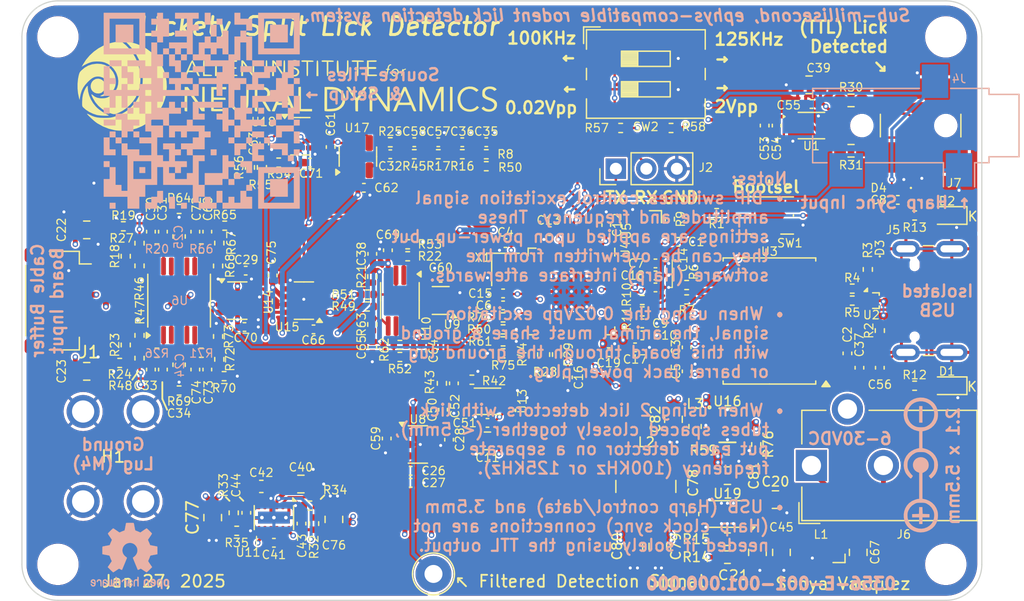
<source format=kicad_pcb>
(kicad_pcb (version 20240108) (generator "pcbnew") (generator_version "8.0")
  (layers (0 "F.Cu" signal) (1 "In1.Cu" power) (2 "In2.Cu" power) (31 "B.Cu" signal) (34 "B.Paste" user) (35 "F.Paste" user) (36 "B.SilkS" user "B.Silkscreen") (37 "F.SilkS" user "F.Silkscreen") (38 "B.Mask" user) (39 "F.Mask" user) (44 "Edge.Cuts" user))
  (net 0 "")
  (net 1 "GND")
  (net 2 "GND1")
  (net 3 "/Harp Core RP2040 + Isolated USB/VDD1")
  (net 4 "+1V1")
  (net 5 "+2V5")
  (net 6 "-2V5")
  (net 7 "+5V")
  (net 8 "VREF_2V5")
  (net 9 "Net-(C30-Pad1)")
  (net 10 "Net-(C30-Pad2)")
  (net 11 "Net-(C33-Pad1)")
  (net 12 "/100KHz Sine Wave/VSINE")
  (net 13 "Net-(C35-Pad1)")
  (net 14 "Net-(U11-C+)")
  (net 15 "Net-(U11-C-)")
  (net 16 "Net-(U11-CP)")
  (net 17 "Net-(D1-A)")
  (net 18 "Net-(D2-A)")
  (net 19 "Net-(C36-Pad1)")
  (net 20 "VREF_1V25")
  (net 21 "/Harp Core RP2040 + Isolated USB/UART0_TXD")
  (net 22 "/Harp Core RP2040 + Isolated USB/UART0_RXD")
  (net 23 "/Harp Core RP2040 + Isolated USB/HARP_CLK_SYNC")
  (net 24 "VBUS")
  (net 25 "Net-(J5-CC1)")
  (net 26 "/Harp Core RP2040 + Isolated USB/D+")
  (net 27 "/Harp Core RP2040 + Isolated USB/D-")
  (net 29 "Net-(J5-CC2)")
  (net 31 "+12V")
  (net 32 "GND2")
  (net 34 "Net-(J7-In)")
  (net 35 "/Harp Core RP2040 + Isolated USB/USB_Boot")
  (net 36 "/Harp Core RP2040 + Isolated USB/QSPI_CS")
  (net 37 "Net-(U3-UD+)")
  (net 38 "Net-(U3-UD-)")
  (net 39 "Net-(U3-DD+)")
  (net 40 "/Harp Core RP2040 + Isolated USB/DD+")
  (net 41 "Net-(U3-DD-)")
  (net 42 "/Harp Core RP2040 + Isolated USB/DD-")
  (net 43 "Net-(U4-USB_DP)")
  (net 44 "Net-(U4-USB_DM)")
  (net 45 "Net-(U4-GPIO24)")
  (net 46 "Net-(U4-GPIO25)")
  (net 47 "Net-(C57-Pad1)")
  (net 48 "Net-(C32-Pad1)")
  (net 49 "/100KHz Sine Wave/100KHZ_IN")
  (net 50 "Net-(U13-AINP)")
  (net 51 "Net-(U11-FB+)")
  (net 52 "Net-(U11-FB-)")
  (net 53 "/Harp Core RP2040 + Isolated USB/PIO_SCK")
  (net 54 "/Harp Core RP2040 + Isolated USB/PIO_POCI")
  (net 55 "/Harp Core RP2040 + Isolated USB/PIO_CS")
  (net 56 "/Harp Core RP2040 + Isolated USB/FREQ_SEL_DIP")
  (net 57 "/Harp Core RP2040 + Isolated USB/GAIN_SEL_DIP")
  (net 66 "Net-(U17-+)")
  (net 68 "Net-(R22-Pad2)")
  (net 71 "/Harp Core RP2040 + Isolated USB/TTL_OUT")
  (net 76 "/Harp Core RP2040 + Isolated USB/QSPI_D3")
  (net 77 "/Harp Core RP2040 + Isolated USB/QSPI_CLK")
  (net 78 "/Harp Core RP2040 + Isolated USB/QSPI_D0")
  (net 79 "/Harp Core RP2040 + Isolated USB/QSPI_D2")
  (net 80 "/Harp Core RP2040 + Isolated USB/QSPI_D1")
  (net 82 "Net-(U13-AINM)")
  (net 83 "Net-(U13-SDO)")
  (net 84 "Net-(U13-SCLK)")
  (net 85 "Net-(U13-~{CS})")
  (net 86 "Net-(C33-Pad2)")
  (net 87 "Net-(U1-1B)")
  (net 88 "Net-(U1-2B)")
  (net 89 "/100KHz Sine Wave/125KHZ_IN")
  (net 91 "Net-(U4-XIN)")
  (net 96 "GAIN_SEL")
  (net 97 "Net-(R54-Pad1)")
  (net 98 "Net-(R56-Pad1)")
  (net 99 "Net-(U17--)")
  (net 100 "FREQ_SEL")
  (net 101 "Net-(U10A-+)")
  (net 102 "Net-(U10A--)")
  (net 103 "Net-(R43-Pad2)")
  (net 104 "Net-(U10B-+)")
  (net 105 "Net-(U10B--)")
  (net 106 "FREQ_SEL_2V5")
  (net 107 "GAIN_SEL_2V5")
  (net 108 "Net-(R62-Pad2)")
  (net 109 "Net-(U6D--)")
  (net 110 "Net-(U6A--)")
  (net 111 "Net-(U6D-+)")
  (net 112 "Net-(U6A-+)")
  (net 113 "Net-(R49-Pad1)")
  (net 114 "Net-(C68-Pad1)")
  (net 115 "Net-(C68-Pad2)")
  (net 116 "Net-(U6C--)")
  (net 117 "Net-(C73-Pad1)")
  (net 118 "Net-(C73-Pad2)")
  (net 119 "Net-(U6B--)")
  (net 120 "Net-(U6C-+)")
  (net 121 "Net-(U6B-+)")
  (net 122 "Net-(R51-Pad2)")
  (net 123 "Net-(U14-Pad8)")
  (net 124 "/Lick Detection Analog Front End/VBUF")
  (net 126 "+3V3")
  (net 127 "Net-(U19-EN)")
  (net 128 "Net-(U19-V_{CC})")
  (net 129 "Net-(U19-SW)")
  (net 130 "Net-(U19-BOOST)")
  (net 131 "Net-(U16-LX1)")
  (net 132 "Net-(U16-LX2)")
  (net 133 "Net-(U19-Vfb)")
  (net 134 "Net-(U16-EN)")
  (net 135 "Net-(U16-PS)")
  (footprint "Capacitor_SMD:C_0402_1005Metric" (layer "F.Cu") (at 145 93.4)
    (property "Reference" "C6")
    (property "Value" "100nF" (hide yes))
  )
  (footprint "Capacitor_SMD:C_0402_1005Metric" (layer "F.Cu") (at 115.65 87.25 -90)
    (property "Reference" "C30")
    (property "Value" "160pF" (hide yes))
  )
  (footprint "Resistor_SMD:R_0402_1005Metric" (layer "F.Cu") (at 148.5 97.5 90)
    (property "Reference" "R28")
    (property "Value" "49.9" (hide yes))
  )
  (footprint "Resistor_SMD:R_0402_1005Metric" (layer "F.Cu") (at 113.05 98.2)
    (property "Reference" "R24")
    (property "Value" "1K05" (hide yes))
  )
  (footprint "LED_SMD:LED_0603_1608Metric_Pad1.05x0.95mm_HandSolder" (layer "F.Cu") (at 182 100.1 180)
    (property "Reference" "D1")
    (property "Value" "LED" (hide yes))
  )
  (footprint "Resistor_SMD:R_0402_1005Metric" (layer "F.Cu") (at 123.9 81.889837 -90)
    (property "Reference" "R56")
    (property "Value" "1K00" (hide yes))
  )
  (footprint "Capacitor_SMD:C_0402_1005Metric" (layer "F.Cu") (at 153.8 97.3 180)
    (property "Reference" "C19")
    (property "Value" "100nF" (hide yes))
  )
  (footprint "Resistor_SMD:R_0402_1005Metric" (layer "F.Cu") (at 136.4 97.7 180)
    (property "Reference" "R52")
    (property "Value" "1K00")
  )
  (footprint "Capacitor_SMD:C_0402_1005Metric" (layer "F.Cu") (at 125.8 90.9 90)
    (property "Reference" "C75")
    (property "Value" "100nF")
  )
  (footprint "Resistor_SMD:R_0402_1005Metric" (layer "F.Cu") (at 147.5 97.5 90)
    (property "Reference" "R44")
    (property "Value" "49.9" (hide yes))
  )
  (footprint "Resistor_SMD:R_0603_1608Metric" (layer "F.Cu") (at 163.7 114.4)
    (property "Reference" "R14")
    (property "Value" "52K3")
  )
  (footprint "Capacitor_SMD:C_0402_1005Metric" (layer "F.Cu") (at 128.9 81.489837 180)
    (property "Reference" "C71")
    (property "Value" "100nF" (hide yes))
  )
  (footprint "Capacitor_SMD:C_0402_1005Metric" (layer "F.Cu") (at 156.6 94.9)
    (property "Reference" "C9")
    (property "Value" "1uF" (hide yes))
  )
  (footprint "Resistor_SMD:R_0402_1005Metric" (layer "F.Cu") (at 121.25 95.99 -90)
    (property "Reference" "R73")
    (property "Value" "115")
  )
  (footprint "Resistor_SMD:R_0402_1005Metric" (layer "F.Cu") (at 159 78.6)
    (property "Reference" "R58")
    (property "Value" "10K" (hide yes))
  )
  (footprint "Resistor_SMD:R_0402_1005Metric" (layer "F.Cu") (at 121.35 88.2 90)
    (property "Reference" "R67")
    (property "Value" "10K2")
  )
  (footprint "Resistor_SMD:R_0402_1005Metric" (layer "F.Cu") (at 136.4 96.7)
    (property "Reference" "R62")
    (property "Value" "1K00" (hide yes))
  )
  (footprint "Connector_BarrelJack:BarrelJack_CUI_PJ-102AH_Horizontal" (layer "F.Cu") (at 170.7 106.75 90)
    (property "Reference" "J6")
    (property "Value" "Barrel_Jack_Switch" (hide yes))
  )
  (footprint "kicad_component_library:L_Wuerth_5.5x5.3mm" (layer "F.Cu") (at 156.9 108.5 -90)
    (property "Reference" "L2")
    (property "Value" "15uH")
  )
  (footprint "Capacitor_SMD:C_0402_1005Metric" (layer "F.Cu") (at 130.629134 80.189837 90)
    (property "Reference" "C61")
    (property "Value" "100nF" (hide yes))
  )
  (footprint "Capacitor_SMD:C_0402_1005Metric" (layer "F.Cu") (at 137.3 108.2)
    (property "Reference" "C27")
    (property "Value" "1uF" (hide yes))
  )
  (footprint "Resistor_SMD:R_0402_1005Metric" (layer "F.Cu") (at 119.85 88.65)
    (property "Reference" "R66")
    (property "Value" "100K")
  )
  (footprint "Capacitor_SMD:C_0402_1005Metric" (layer "F.Cu") (at 134.1 89.1 -90)
    (property "Reference" "C38")
    (property "Value" "100nF" (hide yes))
  )
  (footprint "Capacitor_SMD:C_0805_2012Metric" (layer "F.Cu") (at 168.2 114 -90)
    (property "Reference" "C45")
    (property "Value" "3.3uF" (hide yes))
  )
  (footprint "Capacitor_SMD:C_0805_2012Metric" (layer "F.Cu") (at 167.7 109.6)
    (property "Reference" "C20")
    (property "Value" "10uF")
  )
  (footprint "Capacitor_SMD:C_0402_1005Metric" (layer "F.Cu") (at 129.2 95.4)
    (property "Reference" "C66")
    (property "Value" "100nF")
  )
  (footprint "Resistor_SMD:R_0402_1005Metric" (layer "F.Cu") (at 116.15 97.35 180)
    (property "Reference" "R26")
    (property "Value" "102K" (hide yes))
  )
  (footprint "Resistor_SMD:R_0402_1005Metric" (layer "F.Cu") (at 145 97.4)
    (property "Reference" "R75")
    (property "Value" "1K00")
  )
  (footprint "Resistor_SMD:R_0402_1005Metric" (layer "F.Cu") (at 145 95.4)
    (property "Reference" "R60")
    (property "Value" "4K7" (hide yes))
  )
  (footprint "Button_Switch_SMD:SW_DIP_SPSTx02_Slide_9.78x7.26mm_W8.61mm_P2.54mm" (layer "F.Cu") (at 156.9 74.1)
    (property "Reference" "SW2")
    (property "Value" "SW_DIP_x02" (hide yes))
  )
  (footprint "Capacitor_SMD:C_0402_1005Metric" (layer "F.Cu") (at 148.9 87.2)
    (property "Reference" "C13")
    (property "Value" "100nF" (hide yes))
  )
  (footprint "Resistor_SMD:R_0402_1005Metric" (layer "F.Cu") (at 156.6 93.9)
    (property "Reference" "R11")
    (property "Value" "27" (hide yes))
  )
  (footprint "Capacitor_SMD:C_0402_1005Metric" (layer "F.Cu") (at 139.8 91.1)
    (property "Reference" "C60")
    (property "Value" "100nF")
  )
  (footprint "Capacitor_SMD:C_0402_1005Metric" (layer "F.Cu") (at 177.9 84.6)
    (property "Reference" "C8")
    (property "Value" "1uF" (hide yes))
  )
  (footprint "Package_TO_SOT_SMD:SOT-23-8" (layer "F.Cu") (at 122.85 93)
    (property "Reference" "U14")
    (property "Value" "MAX4564EKA" (hide yes))
  )
  (footprint "Capacitor_SMD:C_0402_1005Metric" (layer "F.Cu") (at 138.2 97.2 90)
    (property "Reference" "C64")
    (property "Value" "100nF")
  )
  (footprint "Package_TO_SOT_SMD:Texas_DRT-3" (layer "F.Cu") (at 175.8 93 -90)
    (property "Reference" "U2")
    (property "Value" "TPD2EUSB30" (hide yes))
  )
  (footprint "Capacitor_SMD:C_0402_1005Metric" (layer "F.Cu") (at 125.9 113.2 180)
    (property "Reference" "C41")
    (property "Value" "1uF" (hide yes))
  )
  (footprint "Resistor_SMD:R_0402_1005Metric" (layer "F.Cu") (at 149.5 97.5 90)
    (property "Reference" "R29")
    (property "Value" "49.9" (hide yes))
  )
  (footprint "Package_DFN_QFN:DFN-8-1EP_3x2mm_P0.5mm_EP1.75x1.45mm" (layer "F.Cu") (at 163.7 110.8 180)
    (property "Reference" "U19")
    (property "Value" "MCP16312x-xMNY")
  )
  (footprint "Capacitor_SMD:C_0402_1005Metric" (layer "F.Cu") (at 140.5 104.6 90)
    (property "Reference" "C28")
    (property "Value" "100nF" (hide yes))
  )
  (footprint "Capacitor_SMD:C_0805_2012Metric" (layer "F.Cu") (at 159.2 102.9 90)
    (property "Reference" "C82")
    (property "Value" "22uF")
  )
  (footprint "Capacitor_SMD:C_0402_1005Metric" (layer "F.Cu") (at 176.4 98.6 90)
    (property "Reference" "C56")
    (property "Value" "1uF" (hide yes))
  )
  (footprint "Resistor_SMD:R_0402_1005Metric" (layer "F.Cu") (at 118 100.5 180)
    (property "Reference" "R69")
    (property "Value" "121K")
  )
  (footprint "Package_SON:WSON-12-1EP_3x2mm_P0.5mm_EP1x2.65_ThermalVias" (layer "F.Cu") (at 125.9 111.1 -90)
    (property "Reference" "U11")
    (property "Value" "LM27762" (hide yes))
  )
  (footprint "Capacitor_SMD:C_0805_2012Metric" (layer "F.Cu") (at 110.3 87.1 180)
    (property "Reference" "C22")
    (property "Value" "10uF" (hide yes))
  )
  (footprint "Capacitor_SMD:C_0805_2012Metric" (layer "F.Cu") (at 128.15 108.3)
    (property "Reference" "C40")
    (property "Value" "22uF" (hide yes))
  )
  (footprint "Capacitor_SMD:C_0402_1005Metric" (layer "F.Cu") (at 167.8 78.4 90)
    (property "Reference" "C54")
    (property "Value" "100nF" (hide yes))
  )
  (footprint "Resistor_SMD:R_0402_1005Metric" (layer "F.Cu") (at 175.4 90.4 90)
    (property "Reference" "R3")
    (property "Value" "5K1" (hide yes))
  )
  (footprint "Capacitor_SMD:C_0603_1608Metric" (layer "F.Cu") (at 118 98.35 90)
    (property "Reference" "C24")
    (property "Value" "100nF")
  )
  (footprint "Resistor_SMD:R_0402_1005Metric" (layer "F.Cu") (at 126.3 81.489837)
    (property "Reference" "R54")
    (property "Value" "1K00" (hide yes))
  )
  (footprint "Package_SO:VSSOP-8_2.3x2mm_P0.5mm" (layer "F.Cu") (at 170.7 78.4)
    (property "Reference" "U1")
    (property "Value" "74LVCH2T45DC" (hide yes))
  )
  (footprint "Resistor_SMD:R_0402_1005Metric" (layer "F.Cu") (at 114.7 95.9 90)
    (property "Reference" "R47")
    (property "Value" "113" (hide yes))
  )
  (footprint "MountingHole:MountingHole_3.2mm_M3_DIN965" (layer "F.Cu") (at 181.9 115)
    (property "Reference" "REF**" (hide yes))
    (property "Value" "MountingHole_3.2mm_M3_DIN965" (hide yes))
  )
  (footprint "Inductor_SMD:L_0603_1608Metric" (layer "F.Cu") (at 161 103.5 90)
    (property "Reference" "L3")
    (property "Value" "2.2uH")
  )
  (footprint "Resistor_SMD:R_0402_1005Metric" (layer "F.Cu") (at 114.7 90.1 90)
    (property "Reference" "R46")
    (property "Value" "133" (hide yes))
  )
  (footprint "Resistor_SMD:R_0402_1005Metric" (layer "F.Cu") (at 154.8 78.6)
    (property "Reference" "R57")
    (property "Value" "10K" (hide yes))
  )
  (footprint "kicad_component_library:RP2040-QFN-56" (layer "F.Cu") (at 150.7 92.2375 -90)
    (property "Reference" "U4")
    (property "Value" "RP2040" (hide yes))
  )
  (footprint "MountingHole:MountingHole_3.2mm_M3_DIN965" (layer "F.Cu") (at 181.9 71)
    (property "Reference" "REF**" (hide yes))
    (property "Value" "MountingHole_3.2mm_M3_DIN965" (hide yes))
  )
  (footprint "Capacitor_SMD:C_0402_1005Metric" (layer "F.Cu") (at 160.3 96.9 90)
    (property "Reference" "C3")
    (property "Value" "100nF" (hide yes))
  )
  (footprint "Resistor_SMD:R_0603_1608Metric_Pad0.98x0.95mm_HandSolder" (layer "F.Cu") (at 174 76.3)
    (property "Reference" "R30")
    (property "Value" "100" (hide yes))
  )
  (footprint "Connector_USB:USB_C_Receptacle_JAE_DX07S016JA1R1500" (layer "F.Cu") (at 181.25 93 90)
    (property "Reference" "J5")
    (property "Value" "USB_C_Receptacle_USB2.0" (hide yes))
  )
  (footprint "Capacitor_SMD:C_0805_2012Metric" (layer "F.Cu") (at 110.3 98.9)
    (property "Reference" "C23")
    (property "Value" "10uF" (hide yes))
  )
  (footprint "Resistor_SMD:R_0402_1005Metric" (layer "F.Cu") (at 160.3 92.9 180)
    (property "Reference" "R7")
    (property "Value" "24" (hide yes))
  )
  (footprint "Resistor_SMD:R_0402_1005Metric" (layer "F.Cu") (at 143.6 81.789837 180)
    (property "Reference" "R50")
    (property "Value" "2K2" (hide yes))
  )
  (footprint "kicad_component_library:SW_Push_1P1T-SH_NO_Vertical_Wuerth_WS-TASV" (layer "F.Cu") (at 167 85.9 180)
    (property "Reference" "SW1")
    (property "Value" "~" (hide yes))
  )
  (footprint "Capacitor_SMD:C_0402_1005Metric" (layer "F.Cu") (at 173.7 97.4 90)
    (property "Reference" "C2")
    (property "Value" "100nF" (hide yes))
  )
  (footprint "Resistor_SMD:R_0402_1005Metric" (layer "F.Cu") (at 139.6 80.789837 180)
    (property "Reference" "R17")
    (property "Value" "4K7" (hide yes))
  )
  (footprint "Package_TO_SOT_SMD:SOT-23-8" (layer "F.Cu") (at 128.1 79.289837)
    (property "Reference" "U18")
    (property "Value" "MAX4564EKA" (hide yes))
  )
  (footprint "Capacitor_SMD:C_0805_2012Metric" (layer "F.Cu") (at 157.9 113.5 -90)
    (property "Reference" "C79")
    (property "Value" "10uF")
  )
  (footprint "Resistor_SMD:R_0402_1005Metric" (layer "F.Cu") (at 129.25 111.6 90)
    (property "Reference" "R32")
    (property "Value" "54K9" (hide yes))
  )
  (footprint "MountingHole:MountingHole_3.2mm_M3_DIN965" (layer "F.Cu") (at 107.9 71)
    (property "Reference" "REF**" (hide yes))
    (property "Value" "MountingHole_3.2mm_M3_DIN965" (hide yes))
  )
  (footprint "Crystal:Crystal_SMD_2016-4Pin_2.0x1.6mm" (layer "F.Cu") (at 145.2 90.4 -90)
    (property "Reference" "X1")
    (property "Value" "ECS-TXO-2016" (hide yes))
  )
  (footprint "Capacitor_SMD:C_0402_1005Metric" (layer "F.Cu") (at 140.9 99.9 90)
    (property "Reference" "C52")
    (property "Value" "300pF" (hide yes))
  )
  (footprint "Resistor_SMD:R_0402_1005Metric" (layer "F.Cu") (at 160.3 91.7 180)
    (property "Reference" "R6")
    (property "Value" "24" (hide yes))
  )
  (footprint "Resistor_SMD:R_0402_1005Metric" (layer "F.Cu") (at 145 96.4)
    (property "Reference" "R61")
    (property "Value" "4K7" (hide yes))
  )
  (footprint "Resistor_SMD:R_0402_1005Metric" (layer "F.Cu") (at 179.3 100.1)
    (property "Reference" "R12")
    (property "Value" "680" (hide yes))
  )
  (footprint "Capacitor_SMD:C_0402_1005Metric" (layer "F.Cu") (at 140 102.1 90)
    (property "Reference" "C50")
    (property "Value" "2.2uF" (hide yes))
  )
  (footprint "Diode_SMD:D_0402_1005Metric" (layer "F.Cu") (at 176.4 90.4 -90)
    (property "Reference" "D3")
    (property "Value" "D_TVS" (hide yes))
  )
  (footprint "Capacitor_SMD:C_0805_2012Metric" (layer "F.Cu") (at 155.9 113.5 -90)
    (property "Reference" "C80")
    (property "Value" "10uF")
  )
  (footprint "Capacitor_SMD:C_0402_1005Metric" (layer "F.Cu") (at 157.7 91.9 180)
    (property "Reference" "C14")
    (property "Value" "100nF" (hide yes))
  )
  (footprint "Capacitor_SMD:C_0402_1005Metric" (layer "F.Cu") (at 123.6 110.7 90)
    (property "Reference" "C44")
    (property "Value" "2.2uF" (hide yes))
  )
  (footprint "MountingHole:MountingHole_3.2mm_M3_DIN965" (layer "F.Cu") (at 107.9 115)
    (property "Reference" "REF**" (hide yes))
    (property "Value" "MountingHole_3.2mm_M3_DIN965" (hide yes))
  )
  (footprint "Capacitor_SMD:C_0402_1005Metric" (layer "F.Cu") (at 123.45 95.2)
    (property "Reference" "C70")
    (property "Value" "100nF" (hide yes))
  )
  (footprint "Resistor_SMD:R_0402_1005Metric" (layer "F.Cu") (at 174.1 92 180)
    (property "Reference" "R4")
    (property "Value" "24" (hide yes))
  )
  (footprint "LED_SMD:LED_0603_1608Metric_Pad1.05x0.95mm_HandSolder" (layer "F.Cu") (at 182 85.9 180)
    (property "Reference" "D2")
    (property "Value" "LED" (hide yes))
  )
  (footprint "Capacitor_SMD:C_0402_1005Metric" (layer "F.Cu") (at 157.7 90.9 180)
    (property "Reference" "C18")
    (property "Value" "100nF" (hide yes))
  )
  (footprint "Resistor_SMD:R_0402_1005Metric" (layer "F.Cu") (at 121.75 99.3)
    (property "Reference" "R70")
    (property "Value" "1K00")
  )
  (footprint "Capacitor_SMD:C_0402_1005Metric" (layer "F.Cu") (at 156.6 95.9)
    (property "Reference" "C10")
    (property "Value" "1uF" (hide yes))
  )
  (footprint "Capacitor_SMD:C_0402_1005Metric" (layer "F.Cu") (at 135.4 88.8 90)
    (property "Reference" "C69")
    (property "Value" "100nF")
  )
  (footprint "Resistor_SMD:R_0402_1005Metric" (layer "F.Cu") (at 133.7 93.49)
    (property "Reference" "R49")
    (property "Value" "1K00")
  )
  (footprint "Resistor_SMD:R_0402_1005Metric" (layer "F.Cu") (at 114.7 88.21 90)
    (property "Reference" "R27")
    (property "Value" "10K0" (hide yes))
  )
  (footprint "Resistor_SMD:R_0402_1005Metric" (layer "F.Cu") (at 113.55 89.3 90)
    (property "Reference" "R18")
    (property "Value" "127K" (hide yes))
  )
  (footprint "Resistor_SMD:R_0402_1005Metric" (layer "F.Cu") (at 174.1 93 180)
    (property "Reference" "R5")
    (property "Value" "24" (hide yes))
  )
  (footprint "Capacitor_SMD:C_0402_1005Metric" (layer "F.Cu") (at 135.3 104.5 90)
    (property "Reference" "C59")
    (property "Value" "100nF" (hide yes))
  )
  (footprint "Capacitor_SMD:C_0805_2012Metric" (layer "F.Cu") (at 163.7 107.6)
    (property "Reference" "C81")
    (property "Value" "10uF")
  )
  (footprint "Resistor_SMD:R_0402_1005Metric" (layer "F.Cu") (at 121.35 97.9 -90)
    (property "Reference" "R72")
    (property "Value" "8K87")
  )
  (footprint "Resistor_SMD:R_0402_1005Metric" (layer "F.Cu") (at 141.6 80.789837 180)
    (property "Reference" "R16")
    (property "Value" "4K7" (hide yes))
  )
  (footprint "Resistor_SMD:R_0402_1005Metric" (layer "F.Cu") (at 163.7 105.5 180)
    (property "Reference" "R59")
    (property "Value" "100K")
  )
  (footprint "Resistor_SMD:R_0402_1005Metric" (layer "F.Cu") (at 113.55 96.7 90)
    (property "Reference" "R23")
    (property "Value" "127K" (hide yes))
  )
  (footprint "Capacitor_SMD:C_0402_1005Metric" (layer "F.Cu") (at 143.7 103.2)
    (property "Reference" "C51")
    (property "Value" "2.2uF" (hide yes))
  )
  (footprint "Capacitor_SMD:C_0402_1005Metric" (layer "F.Cu") (at 174.7 98.6 -90)
    (property "Reference" "C37")
    (property "Value" "100nF" (hide yes))
  )
  (footprint "Capacitor_SMD:C_0402_1005Metric" (layer "F.Cu") (at 119.35 98.75 90)
    (property "Reference" "C74")
    (property "Value" "130pF")
  )
  (footprint "Resistor_SMD:R_0402_1005Metric" (layer "F.Cu") (at 158.9 86.2 -90)
    (property "Reference" "R9")
    (property "Value" "10K" (hide yes))
  )
  (footprint "Fiducial:Fiducial_0.5mm_Mask1mm" (layer "F.Cu") (at 177.9 115)
    (property "Reference" "FID2" (hide yes))
    (property "Value" "Fiducial" (hide yes))
  )
  (footprint "Capacitor_SMD:C_0402_1005Metric" (layer "F.Cu") (at 159.6 88.1 180)
    (property "Reference" "C1")
    (property "Value" "100nF" (hide yes))
  )
  (footprint "Resistor_SMD:R_0603_1608Metric" (layer "F.Cu") (at 163.7 112.9 180)
    (property "Reference" "R15")
    (property "Value" "10K")
  )
  (footprint "Capacitor_SMD:C_0402_1005Metric" (layer "F.Cu") (at 116.65 87.25 -90)
    (property "Reference" "C31")
    (property "Value" "160pF" (hide yes))
  )
  (footprint "Capacitor_SMD:C_0402_1005Metric" (layer "F.Cu") (at 143.6 79.789837)
    (property "Reference" "C35")
    (property "Value" "1nF" (hide yes))
  )
  (footprint "Package_SO:MSOP-8_3x3mm_P0.65mm" (layer "F.Cu") (at 136.4 93 -90)
    (property "Reference" "U10")
    (property "Value" "ADA4891-2" (hide yes))
  )
  (footprint "Resistor_SMD:R_0402_1005Metric" (layer "F.Cu") (at 137.05 88.3)
    (property "Reference" "R53")
    (property "Value" "1K00")
  )
  (footprint "Capacitor_SMD:C_0805_2012Metric" (layer "F.Cu") (at 130.9 111.25 -90)
    (property "Reference" "C76")
    (property "Value" "10uF")
  )
  (footprint "Capacitor_SMD:C_0805_2012Metric" (layer "F.Cu") (at 143.7 104.7 180)
    (property "Reference" "C11")
    (property "Value" "10uF" (hide yes))
  )
  (footprint "Capacitor_SMD:C_0805_2012Metric" (layer "F.Cu") (at 170.5 75 180)
    (property "Reference" "C39")
    (property "Value" "10uF" (hide yes))
  )
  (footprint "Capacitor_SMD:C_0603_1608Metric" (layer "F.Cu") (at 160.8 110.8 90)
    (property "Reference" "C78")
    (property "Value" "0.1uF")
  )
  (footprint "Capacitor_SMD:C_0402_1005Metric" (layer "F.Cu") (at 153.6 86.7 -90)
    (property "Reference" "C12")
    (property "Value" "100nF" (hide yes))
  )
  (footprint "Capacitor_SMD:C_0402_1005Metric" (layer "F.Cu") (at 145 92.4)
    (property "Reference" "C15")
    (property "Value" "100nF" (hide yes))
  )
  (footprint "Package_SO:SOIC-16W_7.5x10.3mm_P1.27mm" (layer "F.Cu") (at 167.2 94.7 180)
    (property "Reference" "U3")
    (property "Value" "ADUM4160" (hide yes))
  )
  (footprint "Capacitor_SMD:C_0402_1005Metric" (layer "F.Cu") (at 170.7 76.6)
    (property "Reference" "C55")
    (property "Value" "100nF" (hide yes))
  )
  (footprint "Capacitor_SMD:C_0402_1005Metric" (layer "F.Cu") (at 134.1 96.9 90)
    (property "Reference" "C65")
    (property "Value" "100nF" (hide yes))
  )
  (footprint "Capacitor_SMD:C_0402_1005Metric" (layer "F.Cu") (at 139.6 79.789837)
    (property "Reference" "C57")
    (property "Value" "1nF" (hide yes))
  )
  (footprint "Capacitor_SMD:C_0402_1005Metric" (layer "F.Cu") (at 137.3 107.2 180)
    (property "Reference" "C26")
    (property "Value" "100nF" (hide yes))
  )
  (footprint "Resistor_SMD:R_0402_1005Metric" (layer "F.Cu") (at 121.8 86.75 180)
    (property "Reference" "R65")
    (property "Value" "1K02")
  )
  (footprint "Package_SO:VSSOP-8_2.3x2mm_P0.5mm" (layer "F.Cu") (at 143.7 101.4 180)
    (property "Reference" "U13")
    (property "Value" "ADS7049" (hide yes))
  )
  (footprint "Resistor_SMD:R_0402_1005Metric" (layer "F.Cu") (at 143.6 80.789837 180)
    (property "Reference" "R8")
    (property "Value" "4K7" (hide yes))
  )
  (footprint "kicad_component_library:SMA_TE_Connectivity_CONSMA002-SMD-G-T_Horizontal" (layer "F.Cu") (at 179.8 78.4 180)
    (property "Reference" "J7")
    (property "Value" "Conn_Coaxial" (hide yes))
  )
  (footprint "Package_TO_SOT_SMD:SOT-23-8" (layer "F.Cu") (at 128.4 93 180)
    (property "Reference" "U15")
    (property "Value" "MAX4564EKA")
  )
  (footprint "Resistor_SMD:R_0402_1005Metric" (layer "F.Cu") (at 118 85.35 180)
    (property "Reference" "R64")
    (property "Value" "133K")
  )
  (footprint "Capacitor_SMD:C_0402_1005Metric" (layer "F.Cu") (at 150.4 99.4 90)
    (property "Reference" "C16")
    (property "Value" "100nF" (hide yes))
  )
  (footprint "Package_SO:TSSOP-14_4.4x5mm_P0.65mm" (layer "F.Cu") (at 118 93 90)
    (property "Reference" "U6")
    (property "Value" "ADA4891-4")
  )
  (footprint "Capacitor_SMD:C_0402_1005Metric" (layer "F.Cu") (at 133.4 83.589837)
    (property "Reference" "C62")
    (property "Value" "100nF" (hide yes))
  )
  (footprint "Resistor_SMD:R_0402_1005Metric" (layer "F.Cu") (at 119.85 97.35)
    (property "Reference" "R71")
    (property "Value" "100K")
  )
  (footprint "Resistor_SMD:R_0402_1005Metric" (layer "F.Cu") (at 156.6 92.95)
    (property "Reference" "R10")
    (property "Value" "27" (hide yes))
  )
  (footprint "Resistor_SMD:R_0402_1005Metric" (layer "F.Cu") (at 133.7 92.49 180)
    (property "Reference" "R51")
    (property "Value" "1K00")
  )
  (footprint "Resistor_SMD:R_0402_1005Metric" (layer "F.Cu") (at 166.1 105 -90)
    (property "Reference" "R76")
    (property "Value" "100K")
  )
  (footprint "Capacitor_SMD:C_0402_1005Metric" (layer "F.Cu") (at 116.65 98.75 90)
    (property "Reference" "C34")
    (property "Value" "120pF" (hide yes))
  )
  (footprint "Capacitor_SMD:C_0402_1005Metric" (layer "F.Cu") (at 156 96.9 180)
    (property "Reference" "C17")
    (property "Value" "100nF" (hide yes))
  )
  (footprint "Capacitor_SMD:C_0402_1005Metric" (layer "F.Cu") (at 120.35 98.75 90)
    (property "Reference" "C73")
    (property "Value" "130pF")
  )
  (footprint "Resistor_SMD:R_0402_1005Metric" (layer "F.Cu") (at 179.3 85.9)
    (property "Reference" "R13")
    (property "Value" "680" (hide yes))
  )
  (footprint "Resistor_SMD:R_0402_1005Metric" (layer "F.Cu") (at 134.1 90.99 -90)
    (property "Reference" "R21")
    (property "Value" "62K")
  )
  (footprint "Package_TO_SOT_SMD:SOT-363_SC-70-6" (layer "F.Cu") (at 139.8 92.99 180)
    (property "Reference" "U9")
    (property "Value" "TS5A9411DCKR" (hide yes))
  )
  (footprint "Diode_SMD:D_0402_1005Metric" (layer "F.Cu") (at 177.9 83.6 180)
    (property "Reference" "D4")
    (property "Value" "D_TVS" (hide yes))
  )
  (footprint "Resistor_SMD:R_0402_1005Metric" (layer "F.Cu") (at 134.1 94.99 90)
    (property "Reference" "R63")
    (property "Value" "1K00" (hide yes))
  )
  (footprint "Resistor_SMD:R_0402_1005Metric" (layer "F.Cu") (at 176.4 95.5 -90)
    (property "Reference" "R2")
    (property "Value" "5K1" (hide yes))
  )
  (footprint "Capacitor_SMD:C_0402_1005Metric" (layer "F.Cu") (at 119.35 87.25 -90)
    (property "Reference" "C72")
    (property "Value" "160pF")
  )
  (footprint "Capacitor_SMD:C_0402_1005Metric" (layer "F.Cu") (at 125.1 79.9 90)
    (property "Reference" "C63")
    (property "Value" "100nF" (hide yes))
  )
  (footprint "Capacitor_SMD:C_0805_2012Metric" (layer "F.Cu") (at 174.6 114 -90)
    (property "Reference" "C67")
    (property "Value" "3.3uF" (hide yes))
  )
  (footprint "Resistor_SMD:R_0402_1005Metric" (layer "F.Cu") (at 128.9 110.1 180)
    (property "Reference" "R34")
    (property "Value" "51K" (hide yes))
  )
  (footprint "Capacitor_SMD:C_0402_1005Metric" (layer "F.Cu") (at 166.8 78.4 -90)
    (property "Reference" "C53")
    (property "Value" "1uF" (hide yes))
  )
  (footprint "kicad_component_library:Terminal_Keystone_779x_EdgeMount_Horizontal" (layer "F.Cu") (at 112.5 106 -90)
    (property "Reference" "H1")
    (property "Value" "MountingHole_Pad" (hide yes))
  )
  (footprint "Capacitor_SMD:C_0603_1608Metric" (layer "F.Cu") (at 124.85 108.5)
    (property "Reference" "C42")
    (property "Value" "4.7uF" (hide yes))
  )
  (footprint "Resistor_SMD:R_0402_1005Metric" (layer "F.Cu") (at 137.05 89.3)
    (property "Reference" "R22")
    (property "Value" "62K")
  )
  (footprint "Resistor_SMD:R_0402_1005Metric" (layer "F.Cu") (at 122.8 112.2)
    (property "Reference" "R35")
    (property "Value" "51K" (hide yes))
  )
  (footprint "Resistor_SMD:R_0402_1005Metric" (layer "F.Cu") (at 113.35 86.8)
    (property "Reference" "R19")
    (property "Value" "976" (hide yes))
  )
  (footprint "Capacitor_SMD:C_0402_1005Metric" (layer "F.Cu") (at 160.3 98.9 -90)
    (property "Reference" "C5")
    (property "Value" "100nF" (hide yes))
  )
  (footprint "Resistor_SMD:R_0402_1005Metric" (layer "F.Cu") (at 124.9 81.889837 -90)
    (property "Reference" "R55")
    (property "Value" "100K" (hide yes))
  )
  (footprint "Resistor_SMD:R_0402_1005Metric" (layer "F.Cu") (at 116.15 88.65 180)
    (property "Reference" "R20")
    (property "Value" "97K6" (hide yes))
  )
  (footprint "Resistor_SMD:R_0402_1005Metric" (layer "F.Cu") (at 121.25 90.11 90)
    (property "Reference" "R68")
    (property "Value" "137")
  )
  (footprint "Resistor_SMD:R_0603_1608Metric_Pad0.98x0.95mm_HandSolder" (layer "F.Cu") (at 174 80.5)
    (property "Reference" "R31")
    (property "Value" "100" (hide yes))
  )
  (footprint "Capacitor_SMD:C_0805_2012Metric" (layer "F.Cu") (at 166.2 114 -90)
    (property "Reference" "C21")
    (property "Value" "1uF")
  )
  (footprint "Package_TO_SOT_SMD:SOT-23-5" (layer "F.Cu") (at 132.9 80.989837 90)
    (property "Reference" "U17")
    (property "Value" "ADA4891-1")
  )
  (footprint "Capacitor_SMD:C_0402_1005Metric" (layer "F.Cu") (at 128.2 111.6 -90)
    (property "Reference" "C43")
    (property "Value" "2.2uF" (hide yes))
  )
  (footprint "LOGO" (layer "F.Cu") (at 127 75.1)
    (property "Reference" "G2" (hide yes))
    (property "Value" "LOGO" (hide yes))
  )
  (footprint "Resistor_SMD:R_0402_1005Metric" (layer "F.Cu") (at 137.6 80.789837 180)
    (property "Reference" "R45")
    (property "Value" "4K7" (hide yes))
  )
  (footprint "Capacitor_SMD:C_0402_1005Metric" (layer "F.Cu") (at 123.55 90.5)
    (property "Reference" "C29")
    (property "Value" "100nF" (hide yes))
  )
  (footprint "Capacitor_SMD:C_0603_1608Metric" (layer "F.Cu") (at 118 87.65 90)
    (property "Reference" "C25")
    (property "Value" "100nF")
  )
  (footprint "Resistor_SMD:R_0402_1005Metric" (layer "F.Cu") (at 139.9 99.9 90)
    (property "Reference" "R43")
    (property "Value" "127" (hide yes))
  )
  (footprint "Connector_PinHeader_2.54mm:PinHeader_1x03_P2.54mm_Vertical" (layer "F.Cu") (at 154.4 82 90)
    (property "Reference" "J2")
    (property "Value" "Conn_01x03_Male" (hide yes))
  )
  (footprint "kicad_component_library:WDFN-10-1EP_2.5x2.5mm_P0.5_EP1.25x2.1mm" (layer "F.Cu") (at 163.7008 103.400001)
    (property "Reference" "U16")
    (property "Value" "rt6150b-33gqw")
  )
  (footprint "Resistor_SMD:R_0402_1005Metric" (layer "F.Cu") (at 135.6 79.789837)
    (property "Reference" "R25")
    (property "Value" "4K7" (hide yes))
  )
  (footprint "Fiducial:Fiducial_0.5mm_Mask1mm" (layer "F.Cu") (at 111.9 115)
    (property "Reference" "FID1" (hide yes))
    (property "Value" "Fiducial" (hide yes))
  )
  (footprint "Resistor_SMD:R_0402_1005Metric" (layer "F.Cu") (at 145 94.4)
    (property "Reference" "R74")
    (property "Value" "1K00")
  )
  (footprint "kicad_component_library:Winbond-8USON-2x3mm" (layer "F.Cu") (at 157 87.2 -90)
    (property "Reference" "U5")
    (property "Value" "W25Q16JVUXIQ" (hide yes))
  )
  (footprint "kicad_component_library:L_CommonModeChoke_TDKCorporation_1210" (layer "F.Cu") (at 171.5 113.9 180)
    (property "Reference" "L1")
    (property "Value" "L_Coupled_1423" (hide yes))
  )
  (footprint "Resistor_SMD:R_0402_1005Metric" (layer "F.Cu") (at 122.55 110.7 -90)
    (property "Reference" "R33")
    (property "Value" "53K6" (hide yes))
  )
  (footprint "Capacitor_SMD:C_0402_1005Metric" (layer "F.Cu") (at 141.6 79.789837)
    (property "Reference" "C36")
    (property "Value" "1nF" (hide yes))
  )
  (footprint "Resistor_SMD:R_0402_1005Metric" (layer "F.Cu") (at 114.7 97.8 -90)
    (property "Reference" "R48")
    (property "Value" "8K87" (hide yes))
  )
  (footprint "Capacitor_SMD:C_0402_1005Metric" (layer "F.Cu") (at 135.6 80.789837 180)
    (property "Reference" "C32")
    (property "Value" "1nF" (hide yes))
  )
  (footprint "Fiducial:Fiducial_0.5mm_Mask1mm" (layer "F.Cu") (at 177.9 71)
    (property "Reference" "FID3" (hide yes))
    (property "Value" "Fiducial" (hide yes))
  )
  (footprint "Package_TO_SOT_SMD:SOT-23-5" (layer "F.Cu") (at 137.9 105)
    (property "Reference" "U8")
    (property "Value" "REF2025" (hide yes))
  )
  (footprint "Capacitor_SMD:C_0805_2012Metric" (layer "F.Cu") (at 120.8 111.1 90)
    (property "Reference" "C77")
    (property "Value" "10uF")
  )
  (footprint "Capacitor_SMD:C_0402_1005Metric" (layer "F.Cu") (at 157.7 89.9 180)
    (property "Reference" "C7")
    (property "Value" "100nF" (hide yes))
  )
  (footprint "Capacitor_SMD:C_0402_1005Metric" (layer "F.Cu") (at 145.2 88.2)
    (property "Reference" "C4")
    (property "Value" "10nF" (hide yes))
  )
  (footprint "Connector_JST:JST_SH_SM06B-SRSS-TB_1x06-1MP_P1.00mm_Horizontal" (layer "F.Cu") (at 107.9 93 -90)
    (property "Reference" "J1")
    (property "Value" "Conn_01x06_Female")
  )
  (footprint "Capacitor_SMD:C_0402_1005Metric" (layer "F.Cu") (at 115.65 98.75 90)
    (property "Reference" "C33")
    (property "Value" "120pF" (hide yes))
  )
  (footprint "Resistor_SMD:R_0402_1005Metric" (layer "F.Cu") (at 142.4 99.6 180)
    (property "Reference" "R42")
    (property "Value" "127" (hide yes))
  )
  (footprint "TestPoint:TestPoint_THTPad_D3.0mm_Drill1.5mm" (layer "F.Cu") (at 139.2 115.8 90)
    (property "Reference" "TP1" (hide yes))
    (property "Value" "TestPoint" (hide yes))
  )
  (footprint "Resistor_SMD:R_0402_1005Metric" (layer "F.Cu") (at 162.8 85.7 180)
    (property "Reference" "R1")
    (property "Value" "1K" (hide yes))
  )
  (footprint "Capacitor_SMD:C_0402_1005Metric" (layer "F.Cu") (at 120.35 87.25 -90)
    (property "Reference" "C68")
    (property "Value" "160pF")
  )
  (footprint "Capacitor_SMD:C_0402_1005Metric" (layer "F.Cu") (at 137.6 79.789837)
    (property "Reference" "C58")
    (property "Value" "1nF" (hide yes))
  )
  (footprint "LOGO" (layer "B.Cu") (at 179.8 106.7 -90)
    (property "Reference" "G3" (hide yes))
    (property "Value" "LOGO" (hide yes))
  )
  (footprint "Symbol:OSHW-Logo2_7.3x6mm_SilkScreen" (layer "B.Cu") (at 113.9 114.3 180)
    (property "Reference" "REF1" (hide yes))
    (property "Value" "OSHW-Logo2_7.3x6mm_SilkScreen" (hide yes))
  )
  (footprint "Connector_Audio:Jack_3.5mm_CUI_SJ-3524-SMT_Horizontal" (layer "B.Cu") (at 179.4 78.4 90)
    (property "Reference" "J4")
    (property "Value" "AudioJack3")
  )
  (footprint "LOGO" (layer "B.Cu") (at 119.868271 77.197399 180)
    (property "Reference" "G1" (hide yes))
    (property "Value" "LOGO" (hide yes))
  )
  (gr_line (start 114.1 99.6) (end 114.6 98.9) (stroke (width 0.15)) (layer "F.SilkS"))
  (gr_line (start 158.9 91.9) (end 159.1 91.9) (stroke (width 0.1)) (layer "F.SilkS"))
  (gr_line (start 116.6 101.2) (end 117 102.1) (stroke (width 0.15)) (layer "F.SilkS"))
  (gr_line (start 123.05 109.4) (end 123.35 109.7) (stroke (width 0.15)) (layer "F.SilkS"))
  (gr_line (start 116.6 99.8) (end 116.6 101.2) (stroke (width 0.15)) (layer "F.SilkS"))
  (gr_line (start 130.1 109.25) (end 129.8 109.55) (stroke (width 0.15)) (layer "F.SilkS"))
  (gr_line (start 159.1 91.9) (end 159.1 89.6) (stroke (width 0.1)) (layer "F.SilkS"))
  (gr_line (start 124.45 112.6625) (end 124.45 113.4) (stroke (width 0.1)) (layer "F.SilkS"))
  (gr_line (start 121.9 109.4) (end 122.2 109.7) (stroke (width 0.15)) (layer "F.SilkS"))
  (gr_line (start 159.1 89.6) (end 159.4 89.6) (stroke (width 0.1)) (layer "F.SilkS"))
  (gr_line (start 184.9 115) (end 184.9 71) (stroke (width 0.1)) (layer "Edge.Cuts"))
  (gr_arc (start 104.9 71) (mid 105.77868 68.87868) (end 107.9 68) (stroke (width 0.1)) (layer "Edge.Cuts"))
  (gr_arc (start 107.9 118) (mid 105.77868 117.12132) (end 104.9 115) (stroke (width 0.1)) (layer "Edge.Cuts"))
  (gr_line (start 107.9 118) (end 181.9 118) (stroke (width 0.1)) (layer "Edge.Cuts"))
  (gr_arc (start 184.9 115) (mid 184.02132 117.12132) (end 181.9 118) (stroke (width 0.1)) (layer "Edge.Cuts"))
  (gr_line (start 181.9 68) (end 107.9 68) (stroke (width 0.1)) (layer "Edge.Cuts"))
  (gr_arc (start 181.9 68) (mid 184.02132 68.87868) (end 184.9 71) (stroke (width 0.1)) (layer "Edge.Cuts"))
  (gr_line (start 104.9 71) (end 104.9 115) (stroke (width 0.1)) (layer "Edge.Cuts"))
  (gr_text "Ground\nLug (M4)" (at 112.5 107.2 0) (layer "B.SilkS") (effects (font (size 1 1) (thickness 0.2) (bold yes)) (justify bottom mirror)))
  (gr_text "6-30VDC" (at 177.5 105.1 0) (layer "B.SilkS") (effects (font (size 1 1) (thickness 0.2) (bold yes)) (justify left bottom mirror)))
  (gr_text "Source Files\n    & Setup →" (at 139.822871 76.355137 0) (layer "B.SilkS") (effects (font (size 1 1) (thickness 0.2) (bold yes)) (justify left bottom mirror)))
  (gr_text "↑ Harp Sync Input" (at 184.2 85.4 0) (layer "B.SilkS") (effects (font (size 1 1) (thickness 0.2) (bold yes)) (justify left bottom mirror)))
  (gr_text "Cable Buffer\nBoard Input" (at 108.4 93 90) (layer "B.SilkS") (effects (font (size 1 1) (thickness 0.2) (bold yes)) (justify bottom mirror)))
  (gr_text "Sub-millisecond, ephys-compatible rodent lick detection system." (at 179.1 69.8 0) (layer "B.SilkS") (effects (font (size 1 1) (thickness 0.2) (bold yes) (italic yes)) (justify left bottom mirror)))
  (gr_text "Isolated\nUSB" (at 181.2 94.4 0) (layer "B.SilkS") (effects (font (size 1 1) (thickness 0.2) (bold yes)) (justify bottom mirror)))
  (gr_text "2.1 x 5.5mm" (at 183.1 101.8 90) (layer "B.SilkS") (effects (font (size 1 1) (thickness 0.2) (bold yes)) (justify left bottom mirror)))
  (gr_text "0356-E-001-001.000.000" (at 177.9 117.2 0) (layer "B.SilkS") (effects (font (size 1 1) (thickness 0.25) (bold yes)) (justify left bottom mirror)))
  (gr_text "Notes:\n• DIP switches control excitation signal\n  amplitude and frequency. These \n  settings are applied upon power-up, but\n  they can be overwritten from the\n  software (Harp) interface afterwards.\n\n• When using the 0.02Vpp excitation\n  signal, the animal must share a ground\n  with this board through the ground lug\n  or barrel jack power plug.\n\n• When using 2 lick detectors with lick\n  tubes spaced closely together (< 5mm),\n  put each detector on a separate\n  frequency (100KHz or 125KHz).\n\n• USB (Harp control/data) and 3.5mm\n  (Harp clock sync) connections are not\n  needed if solely using the TTL output." (at 168.8 114 0) (layer "B.SilkS") (effects (font (size 1 1) (thickness 0.18) (bold yes)) (justify left bottom mirror)))
  (gr_text "Bootsel" (at 164 84.1 0) (layer "F.SilkS") (effects (font (size 1 1) (thickness 0.2) (bold yes)) (justify left bottom)))
  (gr_text "↖ Filtered Detection Signal   " (at 164.2 117 0) (layer "F.SilkS") (effects (font (size 1 1)) (justify right bottom)))
  (gr_text "TX" (at 153.4 85 0) (layer "F.SilkS") (effects (font (size 1 1) (thickness 0.2) (bold yes)) (justify left bottom)))
  (gr_text "GND" (at 158.1 85 0) (layer "F.SilkS") (effects (font (size 1 1) (thickness 0.2) (bold yes)) (justify left bottom)))
  (gr_text "K" (at 183.65 86.45 0) (layer "F.SilkS") (effects (font (size 0.8 0.8) (thickness 0.125)) (justify left bottom)))
  (gr_text "Sonya Vasquez" (at 167.6 117.2 0) (layer "F.SilkS") (effects (font (size 1 1)) (justify left bottom)))
  (gr_text "K" (at 183.6 100.65 0) (layer "F.SilkS") (effects (font (size 0.8 0.8) (thickness 0.125)) (justify left bottom)))
  (gr_text "100KHz\n←" (at 151.2 73.3 0) (layer "F.SilkS") (effects (font (size 1 1) (thickness 0.2) (bold yes)) (justify right bottom)))
  (gr_text "(TTL) Lick\nDetected\n       ↘" (at 177.2 74 0) (layer "F.SilkS") (effects (font (size 1 1) (thickness 0.2) (bold yes)) (justify right bottom)))
  (gr_text "Lickety Split Lick Detector" (at 114.4 71 0) (layer "F.SilkS") (effects (font (size 1.5 1.5) (thickness 0.25) (bold yes) (italic yes)) (justify left bottom)))
  (gr_text "←\n0.02Vpp" (at 151.3 77.5 0) (layer "F.SilkS") (effects (font (size 1 1) (thickness 0.2) (bold yes)) (justify right bottom)))
  (gr_text "→\n2Vpp" (at 162.5 77.4 0) (layer "F.SilkS") (effects (font (size 1 1) (thickness 0.2) (bold yes)) (justify left bottom)))
  (gr_text "Jan 27, 2025" (at 111.5 117 0) (layer "F.SilkS") (effects (font (size 1 1)) (justify left bottom)))
  (gr_text "RX" (at 155.8 85 0) (layer "F.SilkS") (effects (font (size 1 1) (thickness 0.2) (bold yes)) (justify left bottom)))
  (gr_text "125KHz\n→" (at 162.5 73.4 0) (layer "F.SilkS") (effects (font (size 1 1) (thickness 0.2) (bold yes)) (justify left bottom)))
  (segment (start 140.9 102.4) (end 141.15 102.15) (width 0.2) (layer "F.Cu") (net 1))
  (segment (start 130.9 109.6) (end 131.2 109.3) (width 0.2) (layer "F.Cu") (net 1))
  (segment (start 161.375 97.875) (end 162.55 97.875) (width 0.1524) (layer "F.Cu") (net 1))
  (segment (start 168.2 114.95) (end 166.2 114.95) (width 0.4) (layer "F.Cu") (net 1))
  (segment (start 159.63 72.83) (end 159.6 72.8) (width 0.1524) (layer "F.Cu") (net 1))
  (segment (start 168.4 115.15) (end 168.2 114.95) (width 0.4) (layer "F.Cu") (net 1))
  (segment (start 140.72 102.58) (end 140 102.58) (width 0.2) (layer "F.Cu") (net 1))
  (segment (start 129.175 107.075) (end 129.1 107.15) (width 0.1524) (layer "F.Cu") (net 1))
  (segment (start 135.2 105.7) (end 135.3 105.6) (width 0.2) (layer "F.Cu") (net 1))
  (segment (start 145.51 95.4) (end 146.1 95.4) (width 0.1524) (layer "F.Cu") (net 1))
  (segment (start 166.8 79.4) (end 166.8 78.88) (width 0.2) (layer "F.Cu") (net 1))
  (segment (start 122.31 86.75) (end 122.35 86.79) (width 0.2) (layer "F.Cu") (net 1))
  (segment (start 168.6 75) (end 169.55 75) (width 0.1524) (layer "F.Cu") (net 1))
  (segment (start 143.8 92.5) (end 143.9 92.4) (width 0.2) (layer "F.Cu") (net 1))
  (segment (start 142.08 79.209837) (end 142.08 79.789837) (width 0.2) (layer "F.Cu") (net 1))
  (segment (start 143.7 91.1) (end 144.65 91.1) (width 0.2) (layer "F.Cu") (net 1))
  (segment (start 142.7 102.7) (end 142.6 102.7) (width 0.2) (layer "F.Cu") (net 1))
  (segment (start 182.9 100.125) (end 182.875 100.1) (width 0.2) (layer "F.Cu") (net 1))
  (segment (start 139.3 91.08) (end 139.32 91.1) (width 0.2) (layer "F.Cu") (net 1))
  (segment (start 140.08 79.009837) (end 140.08 79.789837) (width 0.1524) (layer "F.Cu") (net 1))
  (segment (start 144.3 78.989837) (end 144.08 79.209837) (width 0.2) (layer "F.Cu") (net 1))
  (segment (start 148.4 87.9) (end 148.4 87.22) (width 0.2) (layer "F.Cu") (net 1))
  (segment (start 130.9 109.6) (end 130.6 109.3) (width 0.2) (layer "F.Cu") (net 1))
  (segment (start 162.25 109.65) (end 162.2 109.6) (width 0.1524) (layer "F.Cu") (net 1))
  (segment (start 125.6555 109.5) (end 125.6555 108.5305) (width 0.2) (layer "F.Cu") (net 1))
  (segment (start 128.18 111.1) (end 126.9 111.1) (width 0.2) (layer "F.Cu") (net 1))
  (segment (start 144.7 88.8) (end 144.72 88.78) (width 0.1524) (layer "F.Cu") (net 1))
  (segment (start 179.9 82.8) (end 179.9 82.3) (width 0.4) (layer "F.Cu") (net 1))
  (segment (start 165.5 105.51) (end 166.1 105.51) (width 0.1524) (layer "F.Cu") (net 1))
  (segment (start 128.2 110.29) (end 128.2 111.12) (width 0.2) (layer "F.Cu") (net 1))
  (segment (start 164.2 109.9) (end 164.2 110.3) (width 0.1524) (layer "F.Cu") (net 1))
  (segment (start 135.3 105.6) (end 135.3 104.98) (width 0.2) (layer "F.Cu") (net 1))
  (segment (start 142.6 102.7) (end 142.15 102.25) (width 0.2) (layer "F.Cu") (net 1))
  (segment (start 129.2375 80.264837) (end 129.2375 80.698203) (width 0.2) (layer "F.Cu") (net 1))
  (segment (start 159.63 75.37) (end 159.6 75.4) (width 0.1524) (layer "F.Cu") (net 1))
  (segment (start 144.08 79.209837) (end 144.08 79.789837) (width 0.2) (layer "F.Cu") (net 1))
  (segment (start 154.28 97.3) (end 154.3 97.28) (width 0.2) (layer "F.Cu") (net 1))
  (segment (start 127.15 110.85) (end 126.9 111.1) (width 0.2) (layer "F.Cu") (net 1))
  (segment (start 134.62 88.62) (end 134.1 88.62) (width 0.1524) (layer "F.Cu") (net 1))
  (segment (start 138.3 78.989837) (end 138.08 79.209837) (width 0.2) (layer "F.Cu") (net 1))
  (segment (start 163.7008 102.401602) (end 163.7008 103.400001) (width 0.25) (layer "F.Cu") (net 1))
  (segment (start 163.7 110.8) (end 163.7 111.6) (width 0.1524) (layer "F.Cu") (net 1))
  (segment (start 112.84 86.19) (end 112.84 86.8) (width 0.2) (layer "F.Cu") (net 1))
  (segment (start 178.4 82.9) (end 178.4 84.58) (width 0.1524) (layer "F.Cu") (net 1))
  (segment (start 178.4 84.58) (end 178.38 84.6) (width 0.1524) (layer "F.Cu") (net 1))
  (segment (start 142.3 78.989837) (end 142.08 79.209837) (width 0.2) (layer "F.Cu") (net 1))
  (segment (start 114.7 90.61) (end 114.7 91.15) (width 0.2) (layer "F.Cu") (net 1))
  (segment (start 118 99.125) (end 118 99.8) (width 0.2) (layer "F.Cu") (net 1))
  (segment (start 161.9 111.9) (end 162.25 111.55) (width 0.3) (layer "F.Cu") (net 1))
  (segment (start 166.4 115.15) (end 166.2 114.95) (width 0.4) (layer "F.Cu") (net 1))
  (segment (start 156.2 115.3) (end 156.2 114.75) (width 0.4) (layer "F.Cu") (net 1))
  (segment (start 112.75 86.1) (end 112.84 86.19) (width 0.2) (layer "F.Cu") (net 1))
  (segment (start 158.2 114.75) (end 158.2 115.3) (width 0.4) (layer "F.Cu") (net 1))
  (segment (start 149.7 91.2375) (end 147.2625 91.2375) (width 0.2) (layer "F.Cu") (net 1))
  (segment (start 142.15 102.25) (end 142.15 102.15) (width 0.2) (layer "F.Cu") (net 1))
  (segment (start 114.7 95.39) (end 114.7 94.8) (width 0.2) (layer "F.Cu") (net 1))
  (segment (start 123.95 112.2) (end 123.31 112.2) (width 0.2) (layer "F.Cu") (net 1))
  (segment (start 164.2 110.3) (end 163.7 110.8) (width 0.1524) (layer "F.Cu") (net 1))
  (segment (start 135.0145 88.32) (end 135.4 88.32) (width 0.1524) (layer "F.Cu") (net 1))
  (segment (start 161.155 90.255) (end 162.55 90.255) (width 0.1524) (layer "F.Cu") (net 1))
  (segment (start 164.6492 106.4) (end 164.6492 107.5992) (width 0.4) (layer "F.Cu") (net 1))
  (segment (start 157.08 95.9) (end 157.8 95.9) (width 0.2) (layer "F.Cu") (net 1))
  (segment (start 134.7 88.7) (end 134.62 88.62) (width 0.1524) (layer "F.Cu") (net 1))
  (segment (start 127.2625 91.3) (end 127.2625 92.025) (width 0.4) (layer "F.Cu") (net 1))
  (segment (start 163.2 111.6) (end 163.2 111.3) (width 0.1524) (layer "F.Cu") (net 1))
  (segment (start 108.8 90.5) (end 109.9 90.5) (width 0.5) (layer "F.Cu") (net 1))
  (segment (start 155.8 85.4) (end 155.8 85.5) (width 0.1524) (layer "F.Cu") (net 1))
  (segment (start 143.2 103.2) (end 143.22 103.2) (width 0.2) (layer "F.Cu") (net 1))
  (segment (start 133.9 84.2) (end 133.88 84.18) (width 0.2) (layer "F.Cu") (net 1))
  (segment (start 159.2 104.5) (end 159.5 104.8) (width 0.4) (layer "F.Cu") (net 1))
  (segment (start 161.205 72.83) (end 159.63 72.83) (width 0.1524) (layer "F.Cu") (net 1))
  (segment (start 122.85 99.3) (end 122.26 99.3) (width 0.2) (layer "F.Cu") (net 1))
  (segment (start 142.75 104.7) (end 142.75 105.8) (width 0.2) (layer "F.Cu") (net 1))
  (segment (start 144.72 88.78) (end 144.72 88.2) (width 0.1524) (layer "F.Cu") (net 1))
  (segment (start 142.8 104.7) (end 143.2 104.3) (width 0.2) (layer "F.Cu") (net 1))
  (segment (start 136.3 78.989837) (end 136.11 79.179837) (width 0.2) (layer "F.Cu") (net 1))
  (segment (start 179.519498 74.480502) (end 178.5 75.5) (width 0.4) (layer "F.Cu") (net 1))
  (segment (start 169.15 79.7) (end 169.15 79.15) (width 0.1524) (layer "F.Cu") (net 1))
  (segment (start 157.691997 114.658003) (end 157.9 114.45) (width 0.4) (layer "F.Cu") (net 1))
  (segment (start 138.3 88.1) (end 137.76 88.1) (width 0.1524) (layer "F.Cu") (net 1))
  (segment (start 138.1 105) (end 136.7625 105) (width 0.2) (layer "F.Cu") (net 1))
  (segment (start 163.7 110.8) (end 163.7 109.9) (width 0.1524) (layer "F.Cu") (net 1))
  (segment (start 142.7 102.7) (end 143.2 103.2) (width 0.2) (layer "F.Cu") (net 1))
  (segment (start 159.2 103.85) (end 159.2 104.5) (width 0.4) (layer "F.Cu") (net 1))
  (segment (start 161 98.25) (end 161.375 97.875) (width 0.1524) (layer "F.Cu") (net 1))
  (segment (start 138.4 108.2) (end 137.78 108.2) (width 0.2) (layer "F.Cu") (net 1))
  (segment (start 160.42 98.3) (end 160.3 98.42) (width 0.1524) (layer "F.Cu") (net 1))
  (segment (start 163.7 102.400802) (end 163.7008 102.401602) (width 0.25) (layer "F.Cu") (net 1))
  (segment (start 128.2 111.12) (end 128.18 111.1) (width 0.2) (layer "F.Cu") (net 1))
  (segment (start 162.25 110.05) (end 162.25 109.65) (width 0.1524) (layer "F.Cu") (net 1))
  (segment (start 127.489837 81.489837) (end 126.81 81.489837) (width 0.2) (layer "F.Cu") (net 1))
  (segment (start 143.9 92.4) (end 144.52 92.4) (width 0.2) (layer "F.Cu") (net 1))
  (segment (start 161 98.3) (end 160.42 98.3) (width 0.1524) (layer "F.Cu") (net 1))
  (segment (start 137.76 88.1) (end 137.56 88.3) (width 0.1524) (layer "F.Cu") (net 1))
  (segment (start 163.7008 104.6) (end 163.7008 103.400001) (width 0.25) (layer "F.Cu") (net 1))
  (segment (start 125.8 90.42) (end 125.8 89.7) (width 0.1524) (layer "F.Cu") (net 1))
  (segment (start 160.08 88.1) (end 160.8 88.1) (width 0.1524) (layer "F.Cu") (net 1))
  (segment (start 125.6555 108.5305) (end 125.625 108.5) (width 0.2) (layer "F.Cu") (net 1))
  (segment (start 163.2 109.9) (end 163.2 110.3) (width 0.1524) (layer "F.Cu") (net 1))
  (segment (start 134.8 88.1055) (end 135.0145 88.32) (width 0.1524) (layer "F.Cu") (net 1))
  (segment (start 158.8 89.9) (end 158.3675 89.9) (width 0.1524) (layer "F.Cu") (net 1))
  (segment (start 166.4 115.5) (end 166.4 115.15) (width 0.4) (layer "F.Cu") (net 1))
  (segment (start 133.88 84.18) (end 133.88 83.589837) (width 0.2) (layer "F.Cu") (net 1))
  (segment (start 162.4816 103.400001) (end 163.7008 103.400001) (width 0.25) (layer "F.Cu") (net 1))
  (segment (start 155.8 85.5) (end 156.25 85.95) (width 0.1524) (layer "F.Cu") (net 1))
  (segment (start 125.708205 80.4) (end 125.688205 80.38) (width 0.2) (layer "F.Cu") (net 1))
  (segment (start 114.7 91.15) (end 114.85 91.3) (width 0.2) (layer "F.Cu") (net 1))
  (segment (start 161 98.3) (end 161 98.25) (width 0.1524) (layer "F.Cu") (net 1))
  (segment (start 182.875 86.825) (end 182.875 85.9) (width 0.1524) (layer "F.Cu") (net 1))
  (segment (start 164.6492 107.5992) (end 164.65 107.6) (width 0.4) (layer "F.Cu") (net 1))
  (segment (start 138.08 79.209837) (end 138.08 79.789837) (width 0.2) (layer "F.Cu") (net 1))
  (segment (start 139.8 105.08) (end 140.5 105.08) (width 0.1524) (layer "F.Cu") (net 1))
  (segment (start 168.65 110.7) (end 168.65 109.6) (width 0.4) (layer "F.Cu") (net 1))
  (segment (start 182.8 86.9) (end 182.875 86.825) (width 0.1524) (layer "F.Cu") (net 1))
  (segment (start 164.92 102.900002) (end 164.200799 102.900002) (width 0.25) (layer "F.Cu") (net 1))
  (segment (start 111.25 97.7) (end 111.25 98.9) (width 0.4) (layer "F.Cu") (net 1))
  (segment (start 161 90.1) (end 161.155 90.255) (width 0.1524) (layer "F.Cu") (net 1))
  (segment (start 118 86.875) (end 118 86.05) (width 0.2) (layer "F.Cu") (net 1))
  (segment (start 127.7 110.1) (end 128.39 110.1) (width 0.2) (layer "F.Cu") (net 1))
  (segment (start 140.1 78.989837) (end 140.08 79.009837) (width 0.1524) (layer "F.Cu") (net 1))
  (segment (start 162 112.9) (end 161.9 113) (width 0.1524) (layer "F.Cu") (net 1))
  (segment (start 129.38 80.840703) (end 129.329134 80.789837) (width 0.2) (layer "F.Cu") (net 1))
  (segment (start 167 79.6) (end 166.8 79.4) (width 0.2) (layer "F.Cu") (net 1))
  (segment (start 148.4 87.22) (end 148.42 87.2) (width 0.2) (layer "F.Cu") (net 1))
  (segment (start 170.22 76.72) (end 170.22 76.6) (width 0.2) (layer "F.Cu") (net 1))
  (segment (start 142.9 98.9) (end 142.9 99.59) (width 0.2) (layer "F.Cu") (net 1))
  (segment (start 159.2 104.5) (end 158.9 104.8) (width 0.4) (layer "F.Cu") (net 1))
  (segment (start 114.7 94.8) (end 114.55 94.65) (width 0.2) (layer "F.Cu") (net 1))
  (segment (start 160.495 97.575) (end 160.3 97.38) (width 0.1524) (layer "F.Cu") (net 1))
  (segment (start 161.205 75.37) (end 159.63 75.37) (width 0.1524) (layer "F.Cu") (net 1))
  (segment (start 157.691997 115.3) (end 157.691997 114.658003) (width 0.4) (layer "F.Cu") (net 1))
  (segment (start 130.530025 78.964837) (end 129.2375 78.964837) (width 0.2) (layer "F.Cu") (net 1))
  (segment (start 162.875 112.9) (end 162 112.9) (width 0.1524) (layer "F.Cu") (net 1))
  (segment (start 120.8 112.7) (end 121.1 113) (width 0.2) (layer "F.Cu") (net 1))
  (segment (start 138.1 97.58) (end 138.2 97.68) (width 0.1524) (layer "F.Cu") (net 1))
  (segment (start 135.32 105) (end 135.3 104.98) (width 0.2) (layer "F.Cu") (net 1))
  (segment (start 171.1 77.6) (end 170.22 76.72) (width 0.2) (layer "F.Cu") (net 1))
  (segment (start 123.9875 93.9875) (end 123.9875 93.975) (width 0.2) (layer "F.Cu") (net 1))
  (segment (start 136.7625 105) (end 135.32 105) (width 0.2) (layer "F.Cu") (net 1))
  (segment (start 123.6 111.18) (end 124.82 111.18) (width 0.2) (layer "F.Cu") (net 1))
  (segment (start 125.688205 80.38) (end 125.1 80.38) (width 0.2) (layer "F.Cu") (net 1))
  (segment (start 136.11 79.179837) (end 136.11 79.789837) (width 0.2) (layer "F.Cu") (net 1))
  (segment (start 125.65 110.85) (end 125.9 111.1) (width 0.2) (layer "F.Cu") (net 1))
  (segment (start 178.5 75.5) (end 177.2 75.5) (width 0.4) (layer "F.Cu") (net 1))
  (segment (start 139.3 90.3) (end 139.3 91.08) (width 0.2) (layer "F.Cu") (net 1))
  (segment (start 129.2375 80.698203) (end 129.329134 80.789837) (width 0.2) (layer "F.Cu") (net 1))
  (segment (start 134.1 98.1) (end 134.1 97.38) (width 0.1524) (layer "F.Cu") (net 1))
  (segment (start 161 97.575) (end 160.495 97.575) (width 0.1524) (layer "F.Cu") (net 1))
  (segment (start 150.4 100.5) (end 150.4 99.88) (width 0.1524) (layer "F.Cu") (net 1))
  (segment (start 123.6 111.91) (end 123.6 111.18) (width 0.2) (layer "F.Cu") (net 1))
  (segment (start 168.85 114.95) (end 168.2 114.95) (width 0.4) (layer "F.Cu") (net 1))
  (segment (start 164.2 111.3) (end 163.7 110.8) (width 0.1524) (layer "F.Cu") (net 1))
  (segment (start 128.39 110.1) (end 128.2 110.29) (width 0.2) (layer "F.Cu") (net 1))
  (segment (start 157.9 114.45) (end 158.2 114.75) (width 0.4) (layer "F.Cu") (net 1))
  (segment (start 140.9 102.4) (end 140.72 102.58) (width 0.2) (layer "F.Cu") (net 1))
  (segment (start 164.200799 102.900002) (end 163.7008 103.400001) (width 0.25) (layer "F.Cu") (net 1))
  (segment (start 127.954942 93.325) (end 127.2625 93.325) (width 0.4) (layer "F.Cu") (net 1))
  (segment (start 158.8 90.9) (end 158.3675 90.9) (width 0.1524) (layer "F.Cu") (net 1))
  (segment (start 170.1 114.475) (end 169.325 114.475) (width 0.4) (layer "F.Cu") (net 1))
  (segment (start 167 88) (end 167 87.325) (width 0.2) (layer "F.Cu") (net 1))
  (segment (start 126.9 111.1) (end 125.9 111.1) (width 0.2) (layer "F.Cu") (net 1))
  (segment (start 129.38 81.489837) (end 129.38 80.840703) (width 0.2) (layer "F.Cu") (net 1))
  (segment (start 121.25 95.48) (end 121.25 95.05) (width 0.1524) (layer "F.Cu") (net 1))
  (segment (start 161.075 97.575) (end 161.375 97.875) (width 0.1524) (layer "F.Cu") (net 1))
  (segment (start 124.7 92.7) (end 124.0125 92.7) (width 0.1524) (layer "F.Cu") (net 1))
  (segment (start 121.25 95.05) (end 121.1 94.9) (width 0.1524) (layer "F.Cu") (net 1))
  (segment (start 120.8 112.05) (end 120.8 112.7) (width 0.2) (layer "F.Cu") (net 1))
  (segment (start 124.03 91.2) (end 124.03 90.5) (width 0.2) (layer "F.Cu") (net 1))
  (segment (start 167.8 79.6) (end 167.8 78.88) (width 0.2) (layer "F.Cu") (net 1))
  (segment (start 130.05 108.3) (end 129.1 108.3) (width 0.1524) (layer "F.Cu") (net 1))
  (segment (start 153.6 85.6) (end 153.6 86.22) (width 0.1524) (layer "F.Cu") (net 1))
  (segment (start 143.9 93.4) (end 144.52 93.4) (width 0.2) (layer "F.Cu") (net 1))
  (segment (start 125.65 110.15) (end 125.65 110.85) (width 0.25) (layer "F.Cu") (net 1))
  (segment (start 136.9 98.4) (end 136.91 98.39) (width 0.1524) (layer "F.Cu") (net 1))
  (segment (start 170.775 114.475) (end 170.1 114.475) (width 0.4) (layer "F.Cu") (net 1))
  (segment (start 171.280502 77.6) (end 171.1 77.6) (width 0.2) (layer "F.Cu") (net 1))
  (segment (start 161.9 103.400001) (end 162.4816 103.400001) (width 0.25) (layer "F.Cu") (net 1))
  (segment (start 128.390598 92.889344) (end 127.954942 93.325) (width 0.4) (layer "F.Cu") (net 1))
  (segment (start 143.2 103.22) (end 143.22 103.2) (width 0.2) (layer "F.Cu") (net 1))
  (segment (start 180.9 81.3) (end 182.4 81.3) (width 0.4) (layer "F.Cu") (net 1))
  (segment (start 143.8 93.5) (end 143.9 93.4) (width 0.2) (layer "F.Cu") (net 1))
  (segment (start 161 97.575) (end 161.075 97.575) (width 0.1524) (layer "F.Cu") (net 1))
  (segment (start 169.05 86.7) (end 170 86.7) (width 0.1524) (layer "F.Cu") (net 1))
  (segment (start 155.6 114.75) (end 155.9 114.45) (width 0.4) (layer "F.Cu") (net 1))
  (segment (start 156.2 114.75) (end 155.9 114.45) (width 0.4) (layer "F.Cu") (net 1))
  (segment (start 182.9 101.1) (end 182.9 100.125) (width 0.2) (layer "F.Cu") (net 1))
  (segment (start 154.3 97.28) (end 154.3 96.6) (width 0.2) (layer "F.Cu") (net 1))
  (segment (start 124.6 95.2) (end 123.93 95.2) (width 0.1524) (layer "F.Cu") (net 1))
  (segment (start 130.9 110.3) (end 130.9 109.6) (width 0.2) (layer "F.Cu") (net 1))
  (segment (start 111.25 88.3) (end 111.25 87.1) (width 0.4) (layer "F.Cu") (net 1))
  (segment (start 163.2 111.3) (end 163.7 110.8) (width 0.1524) (layer "F.Cu") (net 1))
  (segment (start 145.51 96.4) (end 146.1 96.4) (width 0.1524) (layer "F.Cu") (net 1))
  (segment (start 129.1 107.15) (end 129.1 108.3) (width 0.1524) (layer "F.Cu") (net 1))
  (segment (start 169.325 114.475) (end 168.85 114.95) (width 0.4) (layer "F.Cu") (net 1))
  (segment (start 112.55 98.21) (end 112.54 98.2) (width 0.2) (layer "F.Cu") (net 1))
  (segment (start 127.15 110.15) (end 127.15 110.85) (width 0.25) (layer "F.Cu") (net 1))
  (segment (start 137.6 97.58) (end 138.1 97.58) (width 0.1524) (layer "F.Cu") (net 1))
  (segment (start 179.9 82.3) (end 180.9 81.3) (width 0.4) (layer "F.Cu") (net 1))
  (segment (start 112.55 98.9) (end 112.55 98.21) (width 0.2) (layer "F.Cu") (net 1))
  (segment (start 124.0125 92.7) (end 123.9875 92.675) (width 0.1524) (layer "F.Cu") (net 1))
  (segment (start 163.7 102.1) (end 163.7 102.400802) (width 0.25) (layer "F.Cu") (net 1))
  (segment (start 142.75 104.7) (end 142.8 104.7) (width 0.2) (layer "F.Cu") (net 1))
  (segment (start 179.519498 74) (end 179.519498 74.480502) (width 0.4) (layer "F.Cu") (net 1))
  (segment (start 136.91 98.39) (end 136.91 97.7) (width 0.1524) (layer "F.Cu") (net 1))
  (segment (start 168.4 115.5) (end 168.4 115.15) (width 0.4) (layer "F.Cu") (net 1))
  (segment (start 164.2 111.6) (end 164.2 111.3) (width 0.1524) (layer "F.Cu") (net 1))
  (segment (start 142.9 99.59) (end 142.91 99.6) (width 0.2) (layer "F.Cu") (net 1))
  (segment (start 138.4 107.2) (end 137.78 107.2) (width 0.2) (layer "F.Cu") (net 1))
  (segment (start 120.8 112.7) (end 120.5 113) (width 0.2) (layer "F.Cu") (net 1))
  (segment (start 143.2 104.3) (end 143.2 103.22) (width 0.2) (layer "F.Cu") (net 1))
  (segment (start 121.25 90.62) (end 121.25 91.2) (width 0.2) (layer "F.Cu") (net 1))
  (segment (start 157.8 94.9) (end 157.08 94.9) (width 0.2) (layer "F.Cu") (net 1))
  (segment (start 124.6 94.6) (end 123.9875 93.9875) (width 0.2) (layer "F.Cu") (net 1))
  (segment (start 141.15 102.15) (end 142.15 102.15) (width 0.2) (layer "F.Cu") (net 1))
  (segment (start 155.6 115.3) (end 155.6 114.75) (width 0.4) (layer "F.Cu") (net 1))
  (segment (start 150.7 92.2375) (end 149.7 91.2375) (width 0.2) (layer "F.Cu") (net 1))
  (segment (start 158.8 91.9) (end 158.3675 91.9) (width 0.1524) (layer "F.Cu") (net 1))
  (segment (start 163.2 110.3) (end 163.7 110.8) (width 0.1524) (layer "F.Cu") (net 1))
  (segment (start 123.31 112.2) (end 123.6 111.91) (width 0.2) (layer "F.Cu") (net 1))
  (segment (start 156.48 96.9) (end 157.2 96.9) (width 0.2) (layer "F.Cu") (net 1))
  (segment (start 124.82 111.18) (end 124.9 111.1) (width 0.2) (layer "F.Cu") (net 1))
  (segment (start 122.35 86.79) (end 122.35 87.4) (width 0.2) (layer "F.Cu") (net 1))
  (segment (start 131.229134 80.669837) (end 130.629134 80.669837) (width 0.2) (layer "F.Cu") (net 1))
  (via (at 134.1 98.1) (size 0.4572) (drill 0.254) (layers "F.Cu" "B.Cu") (net 1))
  (via (at 129.329134 80.789837) (size 0.4572) (drill 0.254) (layers "F.Cu" "B.Cu") (net 1))
  (via (at 118 99.8) (size 0.4572) (drill 0.254) (layers "F.Cu" "B.Cu") (net 1))
  (via (at 112.75 86.1) (size 0.4572) (drill 0.254) (layers "F.Cu" "B.Cu") (net 1))
  (via (at 179.519498 74) (size 0.4572) (drill 0.254) (layers "F.Cu" "B.Cu") (net 1))
  (via (at 165.5 105.51) (size 0.4572) (drill 0.254) (layers "F.Cu" "B.Cu") (net 1))
  (via (at 159.6 72.8) (size 0.4572) (drill 0.254) (layers "F.Cu" "B.Cu") (net 1))
  (via (at 140.6 94.7) (size 0.4572) (drill 0.254) (layers "F.Cu" "B.Cu") (net 1))
  (via (at 122.35 87.4) (size 0.4572) (drill 0.254) (layers "F.Cu" "B.Cu") (net 1))
  (via (at 144.3 78.989837) (size 0.4572) (drill 0.254) (layers "F.Cu" "B.Cu") (net 1))
  (via (at 125.6555 109.5) (size 0.4572) (drill 0.254) (layers "F.Cu" "B.Cu") (net 1))
  (via (at 142.7 102.7) (size 0.4572) (drill 0.254) (layers "F.Cu" "B.Cu") (net 1))
  (via (at 158.9 104.8) (size 0.4572) (drill 0.254) (layers "F.Cu" "B.Cu") (net 1))
  (via (at 167.8 79.6) (size 0.4572) (drill 0.254) (layers "F.Cu" "B.Cu") (net 1))
  (via (at 157.691997 115.3) (size 0.4572) (drill 0.254) (layers "F.Cu" "B.Cu") (net 1))
  (via (at 154.3 96.6) (size 0.4572) (drill 0.254) (layers "F.Cu" "B.Cu") (net 1))
  (via (at 133.9 84.2) (size 0.4572) (drill 0.254) (layers "F.Cu" "B.Cu") (net 1))
  (via (at 108.4 85.6) (size 0.4572) (drill 0.254) (layers "F.Cu" "B.Cu") (net 1))
  (via (at 182.9 101.1) (size 0.4572) (drill 0.254) (layers "F.Cu" "B.Cu") (net 1))
  (via (at 164.2 111.6) (size 0.4572) (drill 0.254) (layers "F.Cu" "B.Cu") (net 1))
  (via (at 108.8 90.5) (size 0.4572) (drill 0.254) (layers "F.Cu" "B.Cu") (net 1))
  (via (at 136.3 78.989837) (size 0.4572) (drill 0.254) (layers "F.Cu" "B.Cu") (net 1))
  (via (at 118 86.05) (size 0.4572) (drill 0.254) (layers "F.Cu" "B.Cu") (net 1))
  (via (at 141.4 92.34) (size 0.4572) (drill 0.254) (layers "F.Cu" "B.Cu") (net 1))
  (via (at 163.7 102.1) (size 0.4572) (drill 0.254) (layers "F.Cu" "B.Cu") (net 1))
  (via (at 131.2 109.3) (size 0.4572) (drill 0.254) (layers "F.Cu" "B.Cu") (net 1))
  (via (at 161 97.575) (size 0.4572) (drill 0.254) (layers "F.Cu" "B.Cu") (net 1))
  (via (at 163.2 109.9) (size 0.4572) (drill 0.254) (layers "F.Cu" "B.Cu") (net 1))
  (via (at 137.6 97.58) (size 0.4572) (drill 0.254) (layers "F.Cu" "B.Cu") (net 1))
  (via (at 139.8 105.08) (size 0.4572) (drill 0.254) (layers "F.Cu" "B.Cu") (net 1))
  (via (at 138.3 88.1) (size 0.4572) (drill 0.254) (layers "F.Cu" "B.Cu") (net 1))
  (via (at 111.25 88.3) (size 0.4572) (drill 0.254) (layers "F.Cu" "B.Cu") (net 1))
  (via (at 182.8 86.9) (size 0.4572) (drill 0.254) (layers "F.Cu" "B.Cu") (net 1))
  (via (at 183 83.8) (size 0.4572) (drill 0.254) (layers "F.Cu" "B.Cu") (net 1))
  (via (at 124.6 95.2) (size 0.4572) (drill 0.254) (layers "F.Cu" "B.Cu") (net 1))
  (via (at 158.8 89.9) (size 0.4572) (drill 0.254) (layers "F.Cu" "B.Cu") (net 1))
  (via (at 127.489837 81.489837) (size 0.4572) (drill 0.254) (layers "F.Cu" "B.Cu") (net 1))
  (via (at 158.8 91.9) (size 0.4572) (drill 0.254) (layers "F.Cu" "B.Cu") (net 1))
  (via (at 170 86.7) (size 0.4572) (drill 0.254) (layers "F.Cu" "B.Cu") (net 1))
  (via (at 138.3 78.989837) (size 0.4572) (drill 0.254) (layers "F.Cu" "B.Cu") (net 1))
  (via (at 164.2 109.9) (size 0.4572) (drill 0.254) (layers "F.Cu" "B.Cu") (net 1))
  (via (at 168.65 110.7) (size 0.4572) (drill 0.254) (layers "F.Cu" "B.Cu") (net 1))
  (via (at 114.85 91.3) (size 0.4572) (drill 0.254) (layers "F.Cu" "B.Cu") (net 1))
  (via (at 146.2 100.5) (size 0.4572) (drill 0.254) (layers "F.Cu" "B.Cu") (net 1))
  (via (at 155.8 85.4) (size 0.4572) (drill 0.254) (layers "F.Cu" "B.Cu") (net 1))
  (via (at 140.1 78.989837) (size 0.4572) (drill 0.254) (layers "F.Cu" "B.Cu") (net 1))
  (via (at 162.2 109.6) (size 0.4572) (drill 0.254) (layers "F.Cu" "B.Cu") (net 1))
  (via (at 168.6 75) (size 0.4572) (drill 0.254) (layers "F.Cu" "B.Cu") (net 1))
  (via (at 167 88) (size 0.4572) (drill 0.254) (layers "F.Cu" "B.Cu") (net 1))
  (via (at 142.75 105.8) (size 0.4572) (drill 0.254) (layers "F.Cu" "B.Cu") (net 1))
  (via (at 143.8 93.5) (size 0.4572) (drill 0.254) (layers "F.Cu" "B.Cu") (net 1))
  (via (at 142.3 78.989837) (size 0.4572) (drill 0.254) (layers "F.Cu" "B.Cu") (net 1))
  (via (at 134.8 88.1055) (size 0.4572) (drill 0.254) (layers "F.Cu" "B.Cu") (net 1))
  (via (at 130.05 108.3) (size 0.4572) (drill 0.254) (layers "F.Cu" "B.Cu") (net 1))
  (via (at 161 90.1) (size 0.4572) (drill 0.254) (layers "F.Cu" "B.Cu") (net 1))
  (via (at 121.1 113) (size 0.4572) (drill 0.254) (layers "F.Cu" "B.Cu") (net 1))
  (via (at 163.7 111.6) (size 0.4572) (drill 0.254) (layers "F.Cu" "B.Cu") (net 1))
  (via (at 130.530025 78.964837) (size 0.4572) (drill 0.254) (layers "F.Cu" "B.Cu") (net 1))
  (via (at 170.775 114.475) (size 0.4572) (drill 0.254) (layers "F.Cu" "B.Cu") (net 1))
  (via (at 158.2 115.3) (size 0.4572) (drill 0.254) (layers "F.Cu" "B.Cu") (net 1))
  (via (at 136.9 98.4) (size 0.4572) (drill 0.254) (layers "F.Cu" "B.Cu") (net 1))
  (via (at 112.55 98.9) (size 0.4572) (drill 0.254) (layers "F.Cu" "B.Cu") (net 1))
  (via (at 143.7 97.4) (size 0.4572) (drill 0.254) (layers "F.Cu" "B.Cu") (net 1))
  (via (at 127.2625 91.3) (size 0.4572) (drill 0.254) (layers "F.Cu" "B.Cu") (net 1))
  (via (at 161.9 111.9) (size 0.4572) (drill 0.254) (layers "F.Cu" "B.Cu") (net 1))
  (via (at 121.1 94.9) (size 0.4572) (drill 0.254) (layers "F.Cu" "B.Cu") (net 1))
  (via (at 161.9 113) (size 0.4572) (drill 0.254) (layers "F.Cu" "B.Cu") (net 1))
  (via (at 156.2 115.3) (size 0.4572) (drill 0.254) (layers "F.Cu" "B.Cu") (net 1))
  (via (at 153.1 84) (size 0.4572) (drill 0.254) (layers "F.Cu" "B.Cu") (net 1))
  (via (at 171.280502 77.6) (size 0.4572) (drill 0.254) (layers "F.Cu" "B.Cu") (net 1))
  (via (at 143.7 91.1) (size 0.4572) (drill 0.254) (layers "F.Cu" "B.Cu") (net 1))
  (via (at 122.85 99.3) (size 0.4572) (drill 0.254) (layers "F.Cu" "B.Cu") (net 1))
  (via (at 125.708205 80.4) (size 0.4572) (drill 0.254) (layers "F.Cu" "B.Cu") (net 1))
  (via (at 161 98.3) (size 0.4572) (drill 0.254) (layers "F.Cu" "B.Cu") (net 1))
  (via (at 179.9 82.8) (size 0.4572) (drill 0.254) (layers "F.Cu" "B.Cu") (net 1))
  (via (at 159.6 75.4) (size 0.4572) (drill 0.254) (layers "F.Cu" "B.Cu") (net 1))
  (via (at 143.8 92.5) (size 0.4572) (drill 0.254) (layers "F.Cu" "B.Cu") (net 1))
  (via (at 111.25 97.7) (size 0.4572) (drill 0.254) (layers "F.Cu" "B.Cu") (net 1))
  (via (at 157.8 94.9) (size 0.4572) (drill 0.254) (layers "F.Cu" "B.Cu") (net 1))
  (via (at 147 101.1) (size 0.4572) (drill 0.254) (layers "F.Cu" "B.Cu") (net 1))
  (via (at 138.1 105) (size 0.4572) (drill 0.254) (layers "F.Cu" "B.Cu") (net 1))
  (via (at 163.2 111.6) (size 0.4572) (drill 0.254) (layers "F.Cu" "B.Cu") (net 1))
  (via (at 131.229134 80.669837) (size 0.4572) (drill 0.254) (layers "F.Cu" "B.Cu") (net 1))
  (via (at 155.6 115.3) (size 0.4572) (drill 0.254) (layers "F.Cu" "B.Cu") (net 1))
  (via (at 164.6492 106.4) (size 0.4572) (drill 0.254) (layers "F.Cu" "B.Cu") (net 1))
  (via (at 121.25 91.2) (size 0.4572) (drill 0.254) (layers "F.Cu" "B.Cu") (net 1))
  (via (at 138.4 107.2) (size 0.4572) (drill 0.254) (layers "F.Cu" "B.Cu") (net 1))
  (via (at 159.5 104.8) (size 0.4572) (drill 0.254) (layers "F.Cu" "B.Cu") (net 1))
  (via (at 144.7 88.8) (size 0.4572) (drill 0.254) (layers "F.Cu" "B.Cu") (net 1))
  (via (at 161.9 103.400001) (size 0.4572) (drill 0.254) (layers "F.Cu" "B.Cu") (net 1))
  (via (at 147.8 98.9) (size 0.4572) (drill 0.254) (layers "F.Cu" "B.Cu") (net 1))
  (via (at 142.9 98.9) (size 0.4572) (drill 0.254) (layers "F.Cu" "B.Cu") (net 1))
  (via (at 178.4 82.9) (size 0.4572) (drill 0.254) (layers "F.Cu" "B.Cu") (net 1))
  (via (at 124.6 94.6) (size 0.4572) (drill 0.254) (layers "F.Cu" "B.Cu") (net 1))
  (via (at 157.2 96.9) (size 0.4572) (drill 0.254) (layers "F.Cu" "B.Cu") (net 1))
  (via (at 135.2 105.7) (size 0.4572) (drill 0.254) (layers "F.Cu" "B.Cu") (net 1))
  (via (at 124.7 92.7) (size 0.4572) (drill 0.254) (layers "F.Cu" "B.Cu") (net 1))
  (via (at 163.7008 104.6) (size 0.4572) (drill 0.254) (layers "F.Cu" "B.Cu") (net 1))
  (via (at 157.8 95.9) (size 0.4572) (drill 0.254) (layers "F.Cu" "B.Cu") (net 1))
  (via (at 167 79.6) (size 0.4572) (drill 0.254) (layers "F.Cu" "B.Cu") (net 1))
  (via (at 123.95 112.2) (size 0.4572) (drill 0.254) (layers "F.Cu" "B.Cu") (net 1))
  (via (at 114.55 94.65) (size 0.4572) (drill 0.254) (layers "F.Cu" "B.Cu") (net 1))
  (via (at 153.6 85.6) (size 0.4572) (drill 0.254) (layers "F.Cu" "B.Cu") (net 1))
  (via (at 140.9 102.4) (size 0.4572) (drill 0.254) (layers "F.Cu" "B.Cu") (net 1))
  (via (at 163.7 109.9) (size 0.4572) (drill 0.254) (layers "F.Cu" "B.Cu") (net 1))
  (via (at 134.7 88.7) (size 0.4572) (drill 0.254) (layers "F.Cu" "B.Cu") (net 1))
  (via (at 125.8 89.7) (size 0.4572) (drill 0.254) (layers "F.Cu" "B.Cu") (net 1))
  (via (at 110.9 83.2) (size 0.4572) (drill 0.254) (layers "F.Cu" "B.Cu") (net 1))
  (via (at 146.1 96.4) (size 0.4572) (drill 0.254) (layers "F.Cu" "B.Cu") (net 1))
  (via (at 129.175 107.075) (size 0.4572) (drill 0.254) (layers "F.Cu" "B.Cu") (net 1))
  (via (at 130.6 109.3) (size 0.4572) (drill 0.254) (layers "F.Cu" "B.Cu") (net 1))
  (via (at 138.4 108.2) (size 0.4572) (drill 0.254) (layers "F.Cu" "B.Cu") (net 1))
  (via (at 124.03 91.2) (size 0.4572) (drill 0.254) (layers "F.Cu" "B.Cu") (net 1))
  (via (at 166.4 115.5) (size 0.4572) (drill 0.254) (layers "F.Cu" "B.Cu") (net 1))
  (via (at 150.4 100.5) (size 0.4572) (drill 0.254) (layers "F.Cu" "B.Cu") (net 1))
  (via (at 160.8 88.1) (size 0.4572) (drill 0.254) (layers "F.Cu" "B.Cu") (net 1))
  (via (at 169.15 79.7) (size 0.4572) (drill 0.254) (layers "F.Cu" "B.Cu") (net 1))
  (via (at 168.4 115.5) (size 0.4572) (drill 0.254) (layers "F.Cu" "B.Cu") (net 1))
  (via (at 128.390598 92.889344) (size 0.4572) (drill 0.254) (layers "F.Cu" "B.Cu") (net 1))
  (via (at 148.8 99.3) (size 0.4572) (drill 0.254) (layers "F.Cu" "B.Cu") (net 1))
  (via (at 120.5 113) (size 0.4572) (drill 0.254) (layers "F.Cu" "B.Cu") (net 1))
  (via (at 139.3 90.3) (size 0.4572) (drill 0.254) (layers "F.Cu" "B.Cu") (net 1))
  (via (at 127.7 110.1) (size 0.4572) (drill 0.254) (layers "F.Cu" "B.Cu") (net 1))
  (via (at 158.8 90.9) (size 0.4572) (drill 0.254) (layers "F.Cu" "B.Cu") (net 1))
  (via (at 146.1 95.4) (size 0.4572) (drill 0.254) (layers "F.Cu" "B.Cu") (net 1))
  (via (at 148.4 87.9) (size 0.4572) (drill 0.254) (layers "F.Cu" "B.Cu") (net 1))
  (segment (start 183 82.1) (end 183 83.8) (width 0.1524) (layer "B.Cu") (net 1))
  (segment (start 176.9225 96.01) (end 176.4 96.01) (width 0.2) (layer "F.Cu") (net 2))
  (segment (start 170.3 90.6) (end 170.3 97.5) (width 0.2) (layer "F.Cu") (net 2))
  (segment (start 176.4 89.915) (end 175.425 89.915) (width 0.2) (layer "F.Cu") (net 2))
  (segment (start 178.2 96.945) (end 178.575 97.32) (width 0.2) (layer "F.Cu") (net 2))
  (segment (start 178.2 89.9) (end 178.015 89.715) (width 0.2) (layer "F.Cu") (net 2))
  (segment (start 176.4 98.12) (end 174.7 98.12) (width 0.2) (layer "F.Cu") (net 2))
  (segment (start 176.4 89.915) (end 176.415 89.9) (width 0.2) (layer "F.Cu") (net 2))
  (segment (start 175.425 89.915) (end 175.4 89.89) (width 0.2) (layer "F.Cu") (net 2))
  (segment (start 172.71 89.89) (end 172.345 90.255) (width 0.2) (layer "F.Cu") (net 2))
  (segment (start 176.415 89.9) (end 178.2 89.9) (width 0.2) (layer "F.Cu") (net 2))
  (segment (start 176.4 89.915) (end 176.315 89.915) (width 0.2) (layer "F.Cu") (net 2))
  (segment (start 178.2 89.9) (end 178.2 89.055) (width 0.2) (layer "F.Cu") (net 2))
  (segment (start 170.645 90.255) (end 170.3 90.6) (width 0.2) (layer "F.Cu") (net 2))
  (segment (start 173.695 97.875) (end 171.85 97.875) (width 0.2) (layer "F.Cu") (net 2))
  (segment (start 170.675 97.875) (end 171.85 97.875) (width 0.2) (layer "F.Cu") (net 2))
  (segment (start 177.78 97.32) (end 178.575 97.32) (width 0.2) (layer "F.Cu") (net 2))
  (segment (start 173.7 97.88) (end 173.695 97.875) (width 0.2) (layer "F.Cu") (net 2))
  (segment (start 176.6219 93) (end 176.7 93.0781) (width 0.1524) (layer "F.Cu") (net 2))
  (segment (start 175.4 89.89) (end 172.71 89.89) (width 0.2) (layer "F.Cu") (net 2))
  (segment (start 176.4 98.12) (end 176.98 98.12) (width 0.2) (layer "F.Cu") (net 2))
  (segment (start 173.94 98.12) (end 173.7 97.88) (width 0.2) (layer "F.Cu") (net 2))
  (segment (start 178.2 96.1) (end 178.2 96.945) (width 0.2) (layer "F.Cu") (net 2))
  (segment (start 174.7 98.12) (end 173.94 98.12) (width 0.2) (layer "F.Cu") (net 2))
  (segment (start 176.315 89.915) (end 176.3 89.9) (width 0.2) (layer "F.Cu") (net 2))
  (segment (start 178.2 96.1) (end 177.0125 96.1) (width 0.2) (layer "F.Cu") (net 2))
  (segment (start 176.225 93) (end 176.6219 93) (width 0.1524) (layer "F.Cu") (net 2))
  (segment (start 176.98 98.12) (end 177.78 97.32) (width 0.2) (layer "F.Cu") (net 2))
  (segment (start 172.345 90.255) (end 171.85 90.255) (width 0.2) (layer "F.Cu") (net 2))
  (segment (start 171.85 90.255) (end 170.645 90.255) (width 0.2) (layer "F.Cu") (net 2))
  (segment (start 178.2 89.055) (end 178.575 88.68) (width 0.2) (layer "F.Cu") (net 2))
  (segment (start 170.3 97.5) (end 170.675 97.875) (width 0.2) (layer "F.Cu") (net 2))
  (segment (start 177.0125 96.1) (end 176.9225 96.01) (width 0.2) (layer "F.Cu") (net 2))
  (via (at 176.7 93.0781) (size 0.4572) (drill 0.254) (layers "F.Cu" "B.Cu") (net 2))
  (via (at 176.7 94.2305) (size 0.4572) (drill 0.254) (layers "F.Cu" "B.Cu") (net 2))
  (segment (start 182.4 97.32) (end 178.575 97.32) (width 0.2) (layer "B.Cu") (net 2))
  (segment (start 176.7 93.0781) (end 176.7 94.2305) (width 0.1524) (layer "B.Cu") (net 2))
  (segment (start 182.4 88.68) (end 178.575 88.68) (width 0.2) (layer "B.Cu") (net 2))
  (segment (start 173.385 96.605) (end 171.85 96.605) (width 0.2) (layer "F.Cu") (net 3))
  (segment (start 171.85 96.605) (end 171.85 95.335) (width 0.2) (layer "F.Cu") (net 3))
  (segment (start 173.7 96.92) (end 173.385 96.605) (width 0.2) (layer "F.Cu") (net 3))
  (segment (start 171.85 94.065) (end 171.85 95.335) (width 0.2) (layer "F.Cu") (net 3))
  (segment (start 157.2325 89.9) (end 157.2 89.9) (width 0.2) (layer "F.Cu") (net 4))
  (segment (start 153.2625 92.0375) (end 153.2 92.1) (width 0.2) (layer "F.Cu") (net 4))
  (segment (start 145.95 93.4) (end 145.48 93.4) (width 0.2) (layer "F.Cu") (net 4))
  (segment (start 155.454032 91.5476) (end 154.964132 92.0375) (width 0.2) (layer "F.Cu") (net 4))
  (segment (start 157.2 89.9) (end 155.5524 91.5476) (width 0.2) (layer "F.Cu") (net 4))
  (segment (start 155.0975 94.0375) (end 155.96 94.9) (width 0.2) (layer "F.Cu") (net 4))
  (segment (start 155.96 94.9) (end 156.12 94.9) (width 0.2) (layer "F.Cu") (net 4))
  (segment (start 153.2375 94.0375) (end 153.2 94) (width 0.2) (layer "F.Cu") (net 4))
  (segment (start 146.5125 92.8375) (end 145.95 93.4) (width 0.2) (layer "F.Cu") (net 4))
  (segment (start 154.1375 94.0375) (end 153.2375 94.0375) (width 0.2) (layer "F.Cu") (net 4))
  (segment (start 147.2625 92.8375) (end 146.5125 92.8375) (width 0.2) (layer "F.Cu") (net 4))
  (segment (start 154.964132 92.0375) (end 154.1375 92.0375) (width 0.2) (layer "F.Cu") (net 4))
  (segment (start 155.5524 91.5476) (end 155.454032 91.5476) (width 0.2) (layer "F.Cu") (net 4))
  (segment (start 154.1375 92.0375) (end 153.2625 92.0375) (width 0.2) (layer "F.Cu") (net 4))
  (segment (start 147.2625 92.8375) (end 148.0375 92.8375) (width 0.2) (layer "F.Cu") (net 4))
  (segment (start 148.0375 92.8375) (end 148.1 92.9) (width 0.2) (layer "F.Cu") (net 4))
  (segment (start 154.1375 94.0375) (end 155.0975 94.0375) (width 0.2) (layer "F.Cu") (net 4))
  (via (at 153.2 94) (size 0.4572) (drill 0.254) (layers "F.Cu" "B.Cu") (net 4))
  (via (at 148.1 92.9) (size 0.4572) (drill 0.254) (layers "F.Cu" "B.Cu") (net 4))
  (via (at 153.2 92.1) (size 0.4572) (drill 0.254) (layers "F.Cu" "B.Cu") (net 4))
  (segment (start 125.628205 79.42) (end 125.1 79.42) (width 0.2) (layer "F.Cu") (net 5))
  (segment (start 128.23 112.11) (end 128.2 112.08) (width 0.25) (layer "F.Cu") (net 5))
  (segment (start 130.98917 92.758415) (end 130.422585 93.325) (width 0.4) (layer "F.Cu") (net 5))
  (segment (start 126.243368 78.964837) (end 126.9625 78.964837) (width 0.2) (layer "F.Cu") (net 5))
  (segment (start 122.87 90.7) (end 123.07 90.5) (width 0.4) (layer "F.Cu") (net 5))
  (segment (start 122.87 92.23) (end 122.425 92.675) (width 0.4) (layer "F.Cu") (net 5))
  (segment (start 109.35 88.3) (end 109.35 87.1) (width 0.4) (layer "F.Cu") (net 5))
  (segment (start 122.87 91.8) (end 122.87 92.23) (width 0.4) (layer "F.Cu") (net 5))
  (segment (start 126.65 112.5) (end 126.65 112.05) (width 0.25) (layer "F.Cu") (net 5))
  (segment (start 129.5375 93.325) (end 128.775 93.325) (width 0.4) (layer "F.Cu") (net 5))
  (segment (start 137.85 95.95) (end 138.1 96.2) (width 0.4) (layer "F.Cu") (net 5))
  (segment (start 132.345999 111.508003) (end 131.744002 112.11) (width 0.25) (layer "F.Cu") (net 5))
  (segment (start 138.1 96.2) (end 138.1 96.62) (width 0.4) (layer "F.Cu") (net 5))
  (segment (start 128.775 93.325) (end 128.400801 93.699199) (width 0.4) (layer "F.Cu") (net 5))
  (segment (start 128.400801 95.080801) (end 128.72 95.4) (width 0.4) (layer "F.Cu") (net 5))
  (segment (start 118.9695 92.5) (end 118 93.4695) (width 0.4) (layer "F.Cu") (net 5))
  (segment (start 131.229134 79.789837) (end 130.709134 79.789837) (width 0.2) (layer "F.Cu") (net 5))
  (segment (start 118 93.4695) (end 118 95.8625) (width 0.4) (layer "F.Cu") (net 5))
  (segment (start 109.9 92.5) (end 111.1 92.5) (width 0.5) (layer "F.Cu") (net 5))
  (segment (start 131.291634 79.852337) (end 131.95 79.852337) (width 0.2) (layer "F.Cu") (net 5))
  (segment (start 118 95.8625) (end 118 97.575) (width 0.4) (layer "F.Cu") (net 5))
  (segment (start 128.2 112.08) (end 128.2 112.85) (width 0.25) (layer "F.Cu") (net 5))
  (segment (start 128.2 112.85) (end 127.936912 113.113088) (width 0.25) (layer "F.Cu") (net 5))
  (segment (start 125.708205 79.5) (end 126.243368 78.964837) (width 0.2) (layer "F.Cu") (net 5))
  (segment (start 127.936912 113.113088) (end 127.263088 113.113088) (width 0.25) (layer "F.Cu") (net 5))
  (segment (start 130.9 112.2) (end 130.81 112.11) (width 0.25) (layer "F.Cu") (net 5))
  (segment (start 130.98917 92.606) (end 130.98917 92.758415) (width 0.4) (layer "F.Cu") (net 5))
  (segment (start 132.5 111) (end 131.3 112.2) (width 0.25) (layer "F.Cu") (net 5))
  (segment (start 138.1 96.62) (end 138.2 96.72) (width 0.4) (layer "F.Cu") (net 5))
  (segment (start 122.425 92.675) (end 121.7125 92.675) (width 0.4) (layer "F.Cu") (net 5))
  (segment (start 132.5 111.508003) (end 132.345999 111.508003) (width 0.25) (layer "F.Cu") (net 5))
  (segment (start 131.229134 79.789837) (end 131.291634 79.852337) (width 0.2) (layer "F.Cu") (net 5))
  (segment (start 128.400801 93.699199) (end 128.400801 95.080801) (width 0.4) (layer "F.Cu") (net 5))
  (segment (start 137.375 95.475) (end 137.375 95.1125) (width 0.4) (layer "F.Cu") (net 5))
  (segment (start 131.744002 112.11) (end 129.25 112.11) (width 0.25) (layer "F.Cu") (net 5))
  (segment (start 130.709134 79.789837) (end 130.629134 79.709837) (width 0.2) (layer "F.Cu") (net 5))
  (segment (start 122.87 91.8) (end 122.87 90.7) (width 0.4) (layer "F.Cu") (net 5))
  (segment (start 130.81 112.11) (end 129.25 112.11) (width 0.25) (layer "F.Cu") (net 5))
  (segment (start 130.422585 93.325) (end 129.5375 93.325) (width 0.4) (layer "F.Cu") (net 5))
  (segment (start 127.263088 113.113088) (end 126.65 112.5) (width 0.25) (layer "F.Cu") (net 5))
  (segment (start 125.708205 79.5) (end 125.628205 79.42) (width 0.2) (layer "F.Cu") (net 5))
  (segment (start 131.3 112.2) (end 130.9 112.2) (width 0.25) (layer "F.Cu") (net 5))
  (segment (start 129.25 112.11) (end 128.23 112.11) (width 0.25) (layer "F.Cu") (net 5))
  (segment (start 137.85 95.95) (end 137.375 95.475) (width 0.4) (layer "F.Cu") (net 5))
  (via (at 132.5 111.508003) (size 0.4572) (drill 0.254) (layers "F.Cu" "B.Cu") (net 5))
  (via (at 137.85 95.95) (size 0.4572) (drill 0.254) (layers "F.Cu" "B.Cu") (net 5))
  (via (at 111.1 92.5) (size 0.4572) (drill 0.254) (layers "F.Cu" "B.Cu") (net 5))
  (via (at 118.9695 92.5) (size 0.4572) (drill 0.254) (layers "F.Cu" "B.Cu") (net 5))
  (via (at 125.708205 79.5) (size 0.4572) (drill 0.254) (layers "F.Cu" "B.Cu") (net 5))
  (via (at 122.87 91.8) (size 0.4572) (drill 0.254) (layers "F.Cu" "B.Cu") (net 5))
  (via (at 109.35 88.3) (size 0.4572) (drill 0.254) (layers "F.Cu" "B.Cu") (net 5))
  (via (at 130.98917 92.606) (size 0.4572) (drill 0.254) (layers "F.Cu" "B.Cu") (net 5))
  (via (at 131.229134 79.789837) (size 0.4572) (drill 0.254) (layers "F.Cu" "B.Cu") (net 5))
  (via (at 132.5 111) (size 0.4572) (drill 0.254) (layers "F.Cu" "B.Cu") (net 5))
  (segment (start 122.87 94.6) (end 122.87 93.705) (width 0.4) (layer "F.Cu") (net 6))
  (segment (start 118 90.1375) (end 118 88.425) (width 0.4) (layer "F.Cu") (net 6))
  (segment (start 122.58 110.22) (end 123.6 110.22) (width 0.4) (layer "F.Cu") (net 6))
  (segment (start 135.4 89.875) (end 135.4 89.28) (width 0.4) (layer "F.Cu") (net 6))
  (segment (start 123.25 93.325) (end 123.9875 93.325) (width 0.4) (layer "F.Cu") (net 6))
  (segment (start 128.575 79.614837) (end 129.2375 79.614837) (width 0.25) (layer "F.Cu") (net 6))
  (segment (start 128.1 80.8) (end 128.1 80.089837) (width 0.25) (layer "F.Cu") (net 6))
  (segment (start 132.9 84.2) (end 132.9 83.609837) (width 0.4) (layer "F.Cu") (net 6))
  (segment (start 121.3 109.3) (end 120.8 109.8) (width 0.4) (layer "F.Cu") (net 6))
  (segment (start 128.1 81.169837) (end 128.42 81.489837) (width 0.25) (layer "F.Cu") (net 6))
  (segment (start 124.65 110.15) (end 124.6 110.1) (width 0.25) (layer "F.Cu") (net 6))
  (segment (start 120.84 110.19) (end 120.8 110.15) (width 0.4) (layer "F.Cu") (net 6))
  (segment (start 122.55 110.19) (end 120.84 110.19) (width 0.4) (layer "F.Cu") (net 6))
  (segment (start 120.8 109.9) (end 120.8 110.15) (width 0.4) (layer "F.Cu") (net 6))
  (segment (start 123.72 110.1) (end 123.6 110.22) (width 0.25) (layer "F.Cu") (net 6))
  (segment (start 118 92.55) (end 118 90.1375) (width 0.4) (layer "F.Cu") (net 6))
  (segment (start 124.6 110.1) (end 123.72 110.1) (width 0.25) (layer "F.Cu") (net 6))
  (segment (start 122.87 93.705) (end 123.25 93.325) (width 0.4) (layer "F.Cu") (net 6))
  (segment (start 122.87 94.6) (end 122.87 95.1) (width 0.4) (layer "F.Cu") (net 6))
  (segment (start 111.1 91.5) (end 109.9 91.5) (width 0.5) (layer "F.Cu") (net 6))
  (segment (start 122.55 110.19) (end 122.58 110.22) (width 0.4) (layer "F.Cu") (net 6))
  (segment (start 111.9 93.5) (end 111.9 92.3) (width 0.5) (layer "F.Cu") (net 6))
  (segment (start 127.2625 92.675) (end 126.575 92.675) (width 0.4) (layer "F.Cu") (net 6))
  (segment (start 120.8 109.8) (end 120.8 110.15) (width 0.4) (layer "F.Cu") (net 6))
  (segment (start 125.8 91.9) (end 125.8 91.38) (width 0.4) (layer "F.Cu") (net 6))
  (segment (start 135.425 89.9) (end 135.4 89.875) (width 0.4) (layer "F.Cu") (net 6))
  (segment (start 122.87 95.1) (end 122.97 95.2) (width 0.4) (layer "F.Cu") (net 6))
  (segment (start 117.05 93.5) (end 118 92.55) (width 0.4) (layer "F.Cu") (net 6))
  (segment (start 128.1 80.8) (end 128.1 81.169837) (width 0.25) (layer "F.Cu") (net 6))
  (segment (start 132.9 82.127337) (end 132.9 83.569837) (width 0.4) (layer "F.Cu") (net 6))
  (segment (start 109.35 97.7) (end 109.35 98.9) (width 0.4) (layer "F.Cu") (net 6))
  (segment (start 128.1 80.089837) (end 128.575 79.614837) (width 0.25) (layer "F.Cu") (net 6))
  (segment (start 120.2 109.3) (end 120.8 109.9) (width 0.4) (layer "F.Cu") (net 6))
  (segment (start 111.9 92.3) (end 111.1 91.5) (width 0.5) (layer "F.Cu") (net 6))
  (segment (start 132.9 83.569837) (end 132.92 83.589837) (width 0.4) (layer "F.Cu") (net 6))
  (segment (start 126.575 92.675) (end 125.8 91.9) (width 0.4) (layer "F.Cu") (net 6))
  (segment (start 132.9 83.609837) (end 132.92 83.589837) (width 0.4) (layer "F.Cu") (net 6))
  (segment (start 135.425 89.9) (end 135.425 90.8875) (width 0.4) (layer "F.Cu") (net 6))
  (via (at 125.8 91.9) (size 0.4572) (drill 0.254) (layers "F.Cu" "B.Cu") (net 6))
  (via (at 126.6 95.7) (size 0.4572) (drill 0.254) (layers "F.Cu" "B.Cu") (net 6))
  (via (at 109.35 97.7) (size 0.4572) (drill 0.254) (layers "F.Cu" "B.Cu") (net 6))
  (via (at 135.425 89.9) (size 0.4572) (drill 0.254) (layers "F.Cu" "B.Cu") (net 6))
  (via (at 122.87 94.6) (size 0.4572) (drill 0.254) (layers "F.Cu" "B.Cu") (net 6))
  (via (at 132.9 84.2) (size 0.4572) (drill 0.254) (layers "F.Cu" "B.Cu") (net 6))
  (via (at 121.3 109.3) (size 0.4572) (drill 0.254) (layers "F.Cu" "B.Cu") (net 6))
  (via (at 125.8 94.7) (size 0.4572) (drill 0.254) (layers "F.Cu" "B.Cu") (net 6))
  (via (at 125.2 96.1) (size 0.4572) (drill 0.254) (layers "F.Cu" "B.Cu") (net 6))
  (via (at 128.1 80.8) (size 0.4572) (drill 0.254) (layers "F.Cu" "B.Cu") (net 6))
  (via (at 131.2 95.7) (size 0.4572) (drill 0.254) (layers "F.Cu" "B.Cu") (net 6))
  (via (at 120.2 109.3) (size 0.4572) (drill 0.254) (layers "F.Cu" "B.Cu") (net 6))
  (via (at 117.05 93.5) (size 0.4572) (drill 0.254) (layers "F.Cu" "B.Cu") (net 6))
  (via (at 111.9 93.5) (size 0.4572) (drill 0.254) (layers "F.Cu" "B.Cu") (net 6))
  (segment (start 126.6 90.5) (end 126.6 95.7) (width 0.4) (layer "B.Cu") (net 6))
  (segment (start 128.1 81.847633) (end 125.231 84.716633) (width 0.3) (layer "B.Cu") (net 6))
  (segment (start 133.7 93.2) (end 133.7 90.6) (width 0.4) (layer "B.Cu") (net 6))
  (segment (start 134.4 89.9) (end 135.425 89.9) (width 0.4) (layer "B.Cu") (net 6))
  (segment (start 125.8 94.7) (end 125.8 91.9) (width 0.4) (layer "B.Cu") (net 6))
  (segment (start 125.231 96.069) (end 125.2 96.1) (width 0.3) (layer "B.Cu") (net 6))
  (segment (start 132.9 84.2) (end 126.6 90.5) (width 0.4) (layer "B.Cu") (net 6))
  (segment (start 125.231 84.716633) (end 125.231 96.069) (width 0.3) (layer "B.Cu") (net 6))
  (segment (start 131.2 95.7) (end 133.7 93.2) (width 0.4) (layer "B.Cu") (net 6))
  (segment (start 128.1 80.8) (end 128.1 81.847633) (width 0.3) (layer "B.Cu") (net 6))
  (segment (start 133.7 90.6) (end 134.4 89.9) (width 0.4) (layer "B.Cu") (net 6))
  (segment (start 136.82 107.2) (end 136.82 106.0075) (width 0.4) (layer "F.Cu") (net 7))
  (segment (start 171.9 76.8) (end 171.45 76.35) (width 0.25) (layer "F.Cu") (net 7))
  (segment (start 136.8 112.5) (end 136.82 112.48) (width 0.4) (layer "F.Cu") (net 7))
  (segment (start 136.82 108.2) (end 136.82 107.2) (width 0.4) (layer "F.Cu") (net 7))
  (segment (start 172.25 77.15) (end 172.25 77.65) (width 0.25) (layer "F.Cu") (net 7))
  (segment (start 126.297936 109.503436) (end 126.15 109.651372) (width 0.25) (layer "F.Cu") (net 7))
  (segment (start 155.25 112.55) (end 154.8 113) (width 0.4) (layer "F.Cu") (net 7))
  (segment (start 136.82 106.0075) (end 136.7625 105.95) (width 0.4) (layer "F.Cu") (net 7))
  (segment (start 125.15 112.5) (end 125.15 112.05) (width 0.25) (layer "F.Cu") (net 7))
  (segment (start 155.9 111.25) (end 155.9 112.55) (width 0.8) (layer "F.Cu") (net 7))
  (segment (start 127.2 108.3) (end 127.2 108.601372) (width 0.4) (layer "F.Cu") (net 7))
  (segment (start 124.554467 113.208933) (end 124.554467 113.095533) (width 0.25) (layer "F.Cu") (net 7))
  (segment (start 171.45 76.35) (end 171.45 75) (width 0.25) (layer "F.Cu") (net 7))
  (segment (start 157.9 112.55) (end 158.55 112.55) (width 0.4) (layer "F.Cu") (net 7))
  (segment (start 154.85 112.55) (end 154.8 112.5) (width 0.4) (layer "F.Cu") (net 7))
  (segment (start 171.7 76.6) (end 171.18 76.6) (width 0.25) (layer "F.Cu") (net 7))
  (segment (start 126.15 109.651372) (end 126.15 110.15) (width 0.25) (layer "F.Cu") (net 7))
  (segment (start 157.9 111.25) (end 156.9 110.25) (width 0.8) (layer "F.Cu") (net 7))
  (segment (start 139.0375 112.5625) (end 139.0375 105.95) (width 0.4) (layer "F.Cu") (net 7))
  (segment (start 171.9 76.8) (end 172.25 77.15) (width 0.25) (layer "F.Cu") (net 7))
  (segment (start 163.19 105.5) (end 162.4816 104.7916) (width 0.25) (layer "F.Cu") (net 7))
  (segment (start 136.82 112.48) (end 136.82 108.2) (width 0.4) (layer "F.Cu") (net 7))
  (segment (start 155.9 112.55) (end 154.85 112.55) (width 0.4) (layer "F.Cu") (net 7))
  (segment (start 127.2 108.601372) (end 126.297936 109.503436) (width 0.4) (layer "F.Cu") (net 7))
  (segment (start 158.95 112.55) (end 159 112.5) (width 0.4) (layer "F.Cu") (net 7))
  (segment (start 155.9 112.55) (end 155.25 112.55) (width 0.4) (layer "F.Cu") (net 7))
  (segment (start 157.9 112.55) (end 158.95 112.55) (width 0.4) (layer "F.Cu") (net 7))
  (segment (start 127.507443 112.607588) (end 127.15 112.250145) (width 0.25) (layer "F.Cu") (net 7))
  (segment (start 162.875 114.4) (end 162.1 114.4) (width 0.4) (layer "F.Cu") (net 7))
  (segment (start 156.9 110.25) (end 155.9 111.25) (width 0.8) (layer "F.Cu") (net 7))
  (segment (start 157.9 112.55) (end 157.9 111.25) (width 0.8) (layer "F.Cu") (net 7))
  (segment (start 124.554467 113.095533) (end 125.15 112.5) (width 0.25) (layer "F.Cu") (net 7))
  (segment (start 158.55 112.55) (end 159 113) (width 0.4) (layer "F.Cu") (net 7))
  (segment (start 171.9 76.8) (end 171.7 76.6) (width 0.25) (layer "F.Cu") (net 7))
  (segment (start 127.15 112.250145) (end 127.15 112.05) (width 0.25) (layer "F.Cu") (net 7))
  (segment (start 162.4816 104.7916) (end 162.4816 104.400002) (width 0.25) (layer "F.Cu") (net 7))
  (via (at 154.8 113) (size 0.4572) (drill 0.254) (layers "F.Cu" "B.Cu") (net 7))
  (via (at 162.9 106.5) (size 0.4572) (drill 0.254) (layers "F.Cu" "B.Cu") (net 7))
  (via (at 154.8 112.5) (size 0.4572) (drill 0.254) (layers "F.Cu" "B.Cu") (net 7))
  (via (at 166.1 103.7) (size 0.4572) (drill 0.254) (layers "F.Cu" "B.Cu") (net 7))
  (via (at 159 113) (size 0.4572) (drill 0.254) (layers "F.Cu" "B.Cu") (net 7))
  (via (at 124.554467 113.208933) (size 0.4572) (drill 0.254) (layers "F.Cu" "B.Cu") (net 7))
  (via (at 162.9 105.991997) (size 0.4572) (drill 0.254) (layers "F.Cu" "B.Cu") (net 7))
  (via (at 159 112.5) (size 0.4572) (drill 0.254) (layers "F.Cu" "B.Cu") (net 7))
  (via (at 139.0375 112.5625) (size 0.4572) (drill 0.254) (layers "F.Cu" "B.Cu") (net 7))
  (via (at 171.9 76.8) (size 0.4572) (drill 0.254) (layers "F.Cu" "B.Cu") (net 7))
  (via (at 126.297936 109.503436) (size 0.4572) (drill 0.254) (layers "F.Cu" "B.Cu") (net 7))
  (via (at 166.1 103.1) (size 0.4572) (drill 0.254) (layers "F.Cu" "B.Cu") (net 7))
  (via (at 162.1 114.4) (size 0.4572) (drill 0.254) (layers "F.Cu" "B.Cu") (net 7))
  (via (at 136.8 112.5) (size 0.4572) (drill 0.254) (layers "F.Cu" "B.Cu") (net 7))
  (via (at 127.507443 112.607588) (size 0.4572) (drill 0.254) (layers "F.Cu" "B.Cu") (net 7))
  (via (at 129 112.900349) (size 0.4572) (drill 0.254) (layers "F.Cu" "B.Cu") (net 7))
  (segment (start 126.301372 109.5) (end 126.297936 109.503436) (width 0.25) (layer "B.Cu") (net 7))
  (segment (start 129 110.3) (end 128.2 109.5) (width 0.25) (layer "B.Cu") (net 7))
  (segment (start 128.2 109.5) (end 126.301372 109.5) (width 0.25) (layer "B.Cu") (net 7))
  (segment (start 129 112.900349) (end 129 110.3) (width 0.25) (layer "B.Cu") (net 7))
  (segment (start 139.0375 102.5825) (end 139.0375 104.05) (width 0.254) (layer "F.Cu") (net 8))
  (segment (start 142.15 101.65) (end 140.03 101.65) (width 0.254) (layer "F.Cu") (net 8))
  (segment (start 139.1075 104.12) (end 139.0375 104.05) (width 0.4) (layer "F.Cu") (net 8))
  (segment (start 140.5 104.12) (end 139.1075 104.12) (width 0.4) (layer "F.Cu") (net 8))
  (segment (start 140 101.62) (end 139.0375 102.5825) (width 0.254) (layer "F.Cu") (net 8))
  (segment (start 140.03 101.65) (end 140 101.62) (width 0.254) (layer "F.Cu") (net 8))
  (segment (start 115.43 86.55) (end 114.11 86.55) (width 0.2) (layer "F.Cu") (net 9))
  (segment (start 114.11 86.55) (end 113.86 86.8) (width 0.2) (layer "F.Cu") (net 9))
  (segment (start 113.55 87.4) (end 113.86 87.09) (width 0.2) (layer "F.Cu") (net 9))
  (segment (start 113.55 88.79) (end 113.55 87.4) (width 0.2) (layer "F.Cu") (net 9))
  (segment (start 115.65 86.77) (end 115.43 86.55) (width 0.2) (layer "F.Cu") (net 9))
  (segment (start 113.86 87.09) (end 113.86 86.8) (width 0.2) (layer "F.Cu") (net 9))
  (segment (start 115.65 86.77) (end 116.65 86.77) (width 0.2) (layer "F.Cu") (net 9))
  (segment (start 114.7 87.05) (end 114.7 87.7) (width 0.2) (layer "F.Cu") (net 10))
  (segment (start 115.64 88.65) (end 115.64 87.74) (width 0.2) (layer "F.Cu") (net 10))
  (segment (start 114.7 86.0433) (end 115.3933 85.35) (width 0.2) (layer "F.Cu") (net 10))
  (segment (start 115.64 88.79) (end 115.64 88.65) (width 0.2) (layer "F.Cu") (net 10))
  (segment (start 115.64 87.74) (end 115.65 87.73) (width 0.2) (layer "F.Cu") (net 10))
  (segment (start 115.62 87.7) (end 115.65 87.73) (width 0.2) (layer "F.Cu") (net 10))
  (segment (start 115.3933 85.35) (end 117.49 85.35) (width 0.2) (layer "F.Cu") (net 10))
  (segment (start 116.05 89.2) (end 115.64 88.79) (width 0.2) (layer "F.Cu") (net 10))
  (segment (start 116.05 90.1375) (end 116.05 89.2) (width 0.2) (layer "F.Cu") (net 10))
  (segment (start 114.7 87.7) (end 115.62 87.7) (width 0.2) (layer "F.Cu") (net 10))
  (via (at 114.7 86.0433) (size 0.4572) (drill 0.254) (layers "F.Cu" "B.Cu") (net 10))
  (via (at 114.7 87.05) (size 0.4572) (drill 0.254) (layers "F.Cu" "B.Cu") (net 10))
  (segment (start 114.7 86.0433) (end 114.7 87.05) (width 0.2) (layer "B.Cu") (net 10))
  (segment (start 115.38 99.5) (end 115.65 99.23) (width 0.2) (layer "F.Cu") (net 11))
  (segment (start 113.56 98.56) (end 114.5 99.5) (width 0.2) (layer "F.Cu") (net 11))
  (segment (start 116.65 99.23) (end 115.65 99.23) (width 0.2) (layer "F.Cu") (net 11))
  (segment (start 113.55 97.21) (end 113.56 97.22) (width 0.2) (layer "F.Cu") (net 11))
  (segment (start 114.5 99.5) (end 115.38 99.5) (width 0.2) (layer "F.Cu") (net 11))
  (segment (start 113.56 98.2) (end 113.56 98.56) (width 0.2) (layer "F.Cu") (net 11))
  (segment (start 113.56 97.22) (end 113.56 98.2) (width 0.2) (layer "F.Cu") (net 11))
  (segment (start 107.892893 94.992974) (end 108.107107 95.207188) (width 0.4) (layer "F.Cu") (net 12))
  (segment (start 131.95 82.127418) (end 131.6875 82.389918) (width 0.4) (layer "F.Cu") (net 12))
  (segment (start 125.1 82.399918) (end 124.1 82.399918) (width 0.4) (layer "F.Cu") (net 12))
  (segment (start 123.9 82.399837) (end 110.914377 82.399837) (width 0.4) (layer "F.Cu") (net 12))
  (segment (start 131.6875 82.389918) (end 125.11 82.389918) (width 0.4) (layer "F.Cu") (net 12))
  (segment (start 110.20727 82.69273) (end 107.892893 85.007107) (width 0.4) (layer "F.Cu") (net 12))
  (segment (start 108.814214 95.500081) (end 109.9 95.500081) (width 0.4) (layer "F.Cu") (net 12))
  (segment (start 124.1 82.399918) (end 124.09 82.389918) (width 0.4) (layer "F.Cu") (net 12))
  (segment (start 125.11 82.389918) (end 125.1 82.399918) (width 0.4) (layer "F.Cu") (net 12))
  (segment (start 107.6 85.714214) (end 107.6 94.285867) (width 0.4) (layer "F.Cu") (net 12))
  (arc (start 108.107107 95.207188) (mid 108.43153 95.423961) (end 108.814214 95.500081) (width 0.4) (layer "F.Cu") (net 12))
  (arc (start 107.892893 85.007107) (mid 107.67612 85.331531) (end 107.6 85.714214) (width 0.4) (layer "F.Cu") (net 12))
  (arc (start 110.914377 82.399837) (mid 110.531693 82.475957) (end 110.20727 82.69273) (width 0.4) (layer "F.Cu") (net 12))
  (arc (start 107.6 94.285867) (mid 107.67612 94.668551) (end 107.892893 94.992974) (width 0.4) (layer "F.Cu") (net 12))
  (segment (start 143.09 79.819837) (end 143.09 80.789837) (width 0.2) (layer "F.Cu") (net 13))
  (segment (start 143.09 80.789837) (end 143.09 81.789837) (width 0.2) (layer "F.Cu") (net 13))
  (segment (start 143.12 79.789837) (end 143.09 79.819837) (width 0.2) (layer "F.Cu") (net 13))
  (segment (start 143.09 80.789837) (end 142.11 80.789837) (width 0.2) (layer "F.Cu") (net 13))
  (segment (start 126.15 112.05) (end 126.15 112.97) (width 0.25) (layer "F.Cu") (net 14))
  (segment (start 126.15 112.97) (end 126.38 113.2) (width 0.25) (layer "F.Cu") (net 14))
  (segment (start 125.65 112.97) (end 125.42 113.2) (width 0.25) (layer "F.Cu") (net 15))
  (segment (start 125.65 112.05) (end 125.65 112.97) (width 0.25) (layer "F.Cu") (net 15))
  (segment (start 125.15 109.65) (end 125.15 110.15) (width 0.25) (layer "F.Cu") (net 16))
  (segment (start 124.075 108.5) (end 124.075 108.575) (width 0.25) (layer "F.Cu") (net 16))
  (segment (start 124.075 108.575) (end 125.15 109.65) (width 0.25) (layer "F.Cu") (net 16))
  (segment (start 181.125 100.1) (end 179.81 100.1) (width 0.2) (layer "F.Cu") (net 17))
  (segment (start 181.125 85.9) (end 179.81 85.9) (width 0.1524) (layer "F.Cu") (net 18))
  (segment (start 141.09 80.789837) (end 140.11 80.789837) (width 0.2) (layer "F.Cu") (net 19))
  (segment (start 141.09 79.819837) (end 141.09 80.789837) (width 0.2) (layer "F.Cu") (net 19))
  (segment (start 141.12 79.789837) (end 141.09 79.819837) (width 0.2) (layer "F.Cu") (net 19))
  (segment (start 135.1 103.82) (end 135.3 104.02) (width 0.4) (layer "F.Cu") (net 20))
  (segment (start 135.1 96.8) (end 135.1 103.82) (width 0.4) (layer "F.Cu") (net 20))
  (segment (start 134.7 90.6) (end 134.58 90.48) (width 0.4) (layer "F.Cu") (net 20))
  (segment (start 134.1 95.5) (end 134.1 96.42) (width 0.4) (layer "F.Cu") (net 20))
  (segment (start 134.7 96.4) (end 135.1 96.8) (width 0.4) (layer "F.Cu") (net 20))
  (segment (start 134.58 90.48) (end 134.1 90.48) (width 0.4) (layer "F.Cu") (net 20))
  (segment (start 135.33 104.05) (end 136.7625 104.05) (width 0.4) (layer "F.Cu") (net 20))
  (segment (start 134.7 96.4) (end 134.68 96.42) (width 0.4) (layer "F.Cu") (net 20))
  (segment (start 134.1 90.48) (end 134.1 89.58) (width 0.4) (layer "F.Cu") (net 20))
  (segment (start 135.3 104.02) (end 135.33 104.05) (width 0.4) (layer "F.Cu") (net 20))
  (segment (start 134.68 96.42) (end 134.1 96.42) (width 0.4) (layer "F.Cu") (net 20))
  (via (at 134.7 96.4) (size 0.4572) (drill 0.254) (layers "F.Cu" "B.Cu") (net 20))
  (via (at 134.7 90.6) (size 0.4572) (drill 0.254) (layers "F.Cu" "B.Cu") (net 20))
  (segment (start 134.7 96.4) (end 134.7 90.6) (width 0.4) (layer "B.Cu") (net 20))
  (segment (start 154.4 83.75) (end 152.9 85.25) (width 0.2) (layer "F.Cu") (net 21))
  (segment (start 152.9 85.25) (end 152.9 88.8) (width 0.2) (layer "F.Cu") (net 21))
  (segment (start 154.4 82) (end 154.4 83.75) (width 0.2) (layer "F.Cu") (net 21))
  (segment (start 152.5 80.3) (end 152.8 80) (width 0.2) (layer "F.Cu") (net 22))
  (segment (start 152.8 80) (end 155.3 80) (width 0.2) (layer "F.Cu") (net 22))
  (segment (start 155.3 80) (end 156.94 81.64) (width 0.2) (layer "F.Cu") (net 22))
  (segment (start 156.94 81.64) (end 156.94 82) (width 0.2) (layer "F.Cu") (net 22))
  (segment (start 152.5 88.8) (end 152.5 80.3) (width 0.2) (layer "F.Cu") (net 22))
  (segment (start 150.9 86.45) (end 150.9 88.8) (width 0.2) (layer "F.Cu") (net 23))
  (segment (start 151.1 86.25) (end 150.9 86.45) (width 0.2) (layer "F.Cu") (net 23))
  (via (at 151.1 86.25) (size 0.4572) (drill 0.254) (layers "F.Cu" "B.Cu") (net 23))
  (segment (start 171.2 84.5) (end 173.6 82.1) (width 0.2) (layer "B.Cu") (net 23))
  (segment (start 152.85 84.5) (end 171.2 84.5) (width 0.2) (layer "B.Cu") (net 23))
  (segment (start 151.1 86.25) (end 152.85 84.5) (width 0.2) (layer "B.Cu") (net 23))
  (segment (start 179.5 95.297092) (end 179.552908 95.35) (width 0.2) (layer "F.Cu") (net 24))
  (segment (start 171.85 99.145) (end 171.915 99.08) (width 0.2) (layer "F.Cu") (net 24))
  (segment (start 180.3 96.097092) (end 180.3 97.9) (width 0.2) (layer "F.Cu") (net 24))
  (segment (start 176.48 99) (end 176.4 99.08) (width 0.2) (layer "F.Cu") (net 24))
  (segment (start 179.2 99) (end 176.48 99) (width 0.2) (layer "F.Cu") (net 24))
  (segment (start 176.4 90.885) (end 176.635 90.65) (width 0.2) (layer "F.Cu") (net 24))
  (segment (start 176.4 99.08) (end 174.7 99.08) (width 0.2) (layer "F.Cu") (net 24))
  (segment (start 179.361632 95.35) (end 179.552908 95.35) (width 0.2) (layer "F.Cu") (net 24))
  (segment (start 178.2 95.35) (end 179.361632 95.35) (width 0.2) (layer "F.Cu") (net 24))
  (segment (start 179.552908 95.35) (end 180.3 96.097092) (width 0.2) (layer "F.Cu") (net 24))
  (segment (start 180.3 97.9) (end 179.2 99) (width 0.2) (layer "F.Cu") (net 24))
  (segment (start 176.635 90.65) (end 178.2 90.65) (width 0.2) (layer "F.Cu") (net 24))
  (segment (start 179.5 91.5) (end 179.5 95.297092) (width 0.2) (layer "F.Cu") (net 24))
  (segment (start 171.915 99.08) (end 174.7 99.08) (width 0.2) (layer "F.Cu") (net 24))
  (segment (start 178.65 90.65) (end 179.5 91.5) (width 0.2) (layer "F.Cu") (net 24))
  (segment (start 178.2 90.65) (end 178.65 90.65) (width 0.2) (layer "F.Cu") (net 24))
  (segment (start 177.05 94.75) (end 176.81 94.99) (width 0.2) (layer "F.Cu") (net 25))
  (segment (start 178.2 94.75) (end 177.05 94.75) (width 0.2) (layer "F.Cu") (net 25))
  (segment (start 176.81 94.99) (end 176.4 94.99) (width 0.2) (layer "F.Cu") (net 25))
  (segment (start 178.2 92.75) (end 177.45 92.75) (width 0.2) (layer "F.Cu") (net 26))
  (segment (start 177.55 93.25) (end 178.2 93.25) (width 0.2) (layer "F.Cu") (net 26))
  (segment (start 175.375 92.575) (end 174.8 92) (width 0.2) (layer "F.Cu") (net 26))
  (segment (start 174.8 92) (end 174.61 92) (width 0.2) (layer "F.Cu") (net 26))
  (segment (start 177.4 92.8) (end 177.4 93.1) (width 0.2) (layer "F.Cu") (net 26))
  (segment (start 175.375 92.65) (end 175.375 92.575) (width 0.2) (layer "F.Cu") (net 26))
  (segment (start 175.525 92.5) (end 175.375 92.65) (width 0.2) (layer "F.Cu") (net 26))
  (segment (start 177.45 92.75) (end 177.4 92.8) (width 0.2) (layer "F.Cu") (net 26))
  (segment (start 177.4 93.1) (end 177.55 93.25) (width 0.2) (layer "F.Cu") (net 26))
  (segment (start 177.2 92.5) (end 175.525 92.5) (width 0.2) (layer "F.Cu") (net 26))
  (segment (start 177.45 92.75) (end 177.2 92.5) (width 0.2) (layer "F.Cu") (net 26))
  (segment (start 174.8 93) (end 174.61 93) (width 0.2) (layer "F.Cu") (net 27))
  (segment (start 175.75 93.75) (end 175.375 93.375) (width 0.2) (layer "F.Cu") (net 27))
  (segment (start 175.15 93.35) (end 174.8 93) (width 0.2) (layer "F.Cu") (net 27))
  (segment (start 178.2 93.75) (end 178.8398 93.75) (width 0.2) (layer "F.Cu") (net 27))
  (segment (start 178.8398 92.25) (end 178.2 92.25) (width 0.2) (layer "F.Cu") (net 27))
  (segment (start 175.375 93.35) (end 175.15 93.35) (width 0.2) (layer "F.Cu") (net 27))
  (segment (start 179 93.5898) (end 179 92.4102) (width 0.2) (layer "F.Cu") (net 27))
  (segment (start 175.375 93.375) (end 175.375 93.35) (width 0.2) (layer "F.Cu") (net 27))
  (segment (start 179 92.4102) (end 178.8398 92.25) (width 0.2) (layer "F.Cu") (net 27))
  (segment (start 178.8398 93.75) (end 179 93.5898) (width 0.2) (layer "F.Cu") (net 27))
  (segment (start 178.2 93.75) (end 175.75 93.75) (width 0.2) (layer "F.Cu") (net 27))
  (segment (start 176.05 91.75) (end 175.4 91.1) (width 0.2) (layer "F.Cu") (net 29))
  (segment (start 178.2 91.75) (end 176.05 91.75) (width 0.2) (layer "F.Cu") (net 29))
  (segment (start 175.4 91.1) (end 175.4 90.91) (width 0.2) (layer "F.Cu") (net 29))
  (segment (start 174.6 111.1) (end 170.7 107.2) (width 0.4) (layer "F.Cu") (net 31))
  (segment (start 172.9 113.325) (end 174.325 113.325) (width 0.4) (layer "F.Cu") (net 31))
  (segment (start 174.6 113.05) (end 174.6 111.1) (width 0.4) (layer "F.Cu") (net 31))
  (segment (start 170.7 107.2) (end 170.7 106.75) (width 0.4) (layer "F.Cu") (net 31))
  (segment (start 174.325 113.325) (end 174.6 113.05) (width 0.4) (layer "F.Cu") (net 31))
  (segment (start 173.7 114.475) (end 174.175 114.95) (width 0.4) (layer "F.Cu") (net 32))
  (segment (start 176.7 113.7) (end 176.7 106.75) (width 0.4) (layer "F.Cu") (net 32))
  (segment (start 174.175 114.95) (end 174.6 114.95) (width 0.4) (layer "F.Cu") (net 32))
  (segment (start 175.45 114.95) (end 176.7 113.7) (width 0.4) (layer "F.Cu") (net 32))
  (segment (start 172.9 114.475) (end 173.7 114.475) (width 0.4) (layer "F.Cu") (net 32))
  (segment (start 174.6 114.95) (end 175.45 114.95) (width 0.4) (layer "F.Cu") (net 32))
  (segment (start 176.026714 77.4) (end 178.385786 77.4) (width 0.2) (layer "F.Cu") (net 34))
  (segment (start 179.092893 77.692893) (end 179.8 78.4) (width 0.2) (layer "F.Cu") (net 34))
  (segment (start 175.390515 79.62479) (end 174.9125 80.102805) (width 0.2) (layer "F.Cu") (net 34))
  (segment (start 178.385786 79.4) (end 176.026714 79.4) (width 0.2) (layer "F.Cu") (net 34))
  (segment (start 179.8 78.4) (end 179.092893 79.107107) (width 0.2) (layer "F.Cu") (net 34))
  (segment (start 174.9125 76.69718) (end 175.390522 77.175202) (width 0.2) (layer "F.Cu") (net 34))
  (segment (start 174.9125 76.3) (end 174.9125 76.69718) (width 0.2) (layer "F.Cu") (net 34))
  (segment (start 174.9125 80.102805) (end 174.9125 80.5) (width 0.2) (layer "F.Cu") (net 34))
  (arc (start 175.390522 77.175202) (mid 175.689822 77.341548) (end 176.026714 77.4) (width 0.2) (layer "F.Cu") (net 34))
  (arc (start 179.092893 79.107107) (mid 178.76847 79.32388) (end 178.385786 79.4) (width 0.2) (layer "F.Cu") (net 34))
  (arc (start 178.385786 77.4) (mid 178.76847 77.47612) (end 179.092893 77.692893) (width 0.2) (layer "F.Cu") (net 34))
  (arc (start 176.026714 79.4) (mid 175.689822 79.458452) (end 175.390515 79.62479) (width 0.2) (layer "F.Cu") (net 34))
  (segment (start 163.91 85.1) (end 163.31 85.7) (width 0.2) (layer "F.Cu") (net 35))
  (segment (start 164.95 85.1) (end 163.91 85.1) (width 0.2) (layer "F.Cu") (net 35))
  (segment (start 154.4 89.51875) (end 154.4 84.7) (width 0.1524) (layer "F.Cu") (net 36))
  (segment (start 154.4 84.7) (end 155 84.1) (width 0.1524) (layer "F.Cu") (net 36))
  (segment (start 154.1375 89.6375) (end 154.28125 89.6375) (width 0.1524) (layer "F.Cu") (net 36))
  (segment (start 157.75 84.95) (end 157.75 85.95) (width 0.1524) (layer "F.Cu") (net 36))
  (segment (start 156.9 84.1) (end 157.75 84.95) (width 0.1524) (layer "F.Cu") (net 36))
  (segment (start 155 84.1) (end 156.9 84.1) (width 0.1524) (layer "F.Cu") (net 36))
  (segment (start 154.28125 89.6375) (end 154.4 89.51875) (width 0.1524) (layer "F.Cu") (net 36))
  (segment (start 158.01 85.69) (end 157.75 85.95) (width 0.2) (layer "F.Cu") (net 36))
  (segment (start 158.9 85.69) (end 158.91 85.7) (width 0.2) (layer "F.Cu") (net 36))
  (segment (start 158.91 85.7) (end 162.29 85.7) (width 0.2) (layer "F.Cu") (net 36))
  (segment (start 158.9 85.69) (end 158.01 85.69) (width 0.2) (layer "F.Cu") (net 36))
  (segment (start 172.925 91.525) (end 171.85 91.525) (width 0.2) (layer "F.Cu") (net 37))
  (segment (start 173.59 92) (end 173.4 92) (width 0.2) (layer "F.Cu") (net 37))
  (segment (start 173.4 92) (end 172.925 91.525) (width 0.2) (layer "F.Cu") (net 37))
  (segment (start 173.59 93) (end 173.2 93) (width 0.2) (layer "F.Cu") (net 38))
  (segment (start 173.2 93) (end 172.995 92.795) (width 0.2) (layer "F.Cu") (net 38))
  (segment (start 172.995 92.795) (end 171.85 92.795) (width 0.2) (layer "F.Cu") (net 38))
  (segment (start 160.81 91.7) (end 160.985 91.525) (width 0.1524) (layer "F.Cu") (net 39))
  (segment (start 160.985 91.525) (end 162.55 91.525) (width 0.1524) (layer "F.Cu") (net 39))
  (segment (start 159.79 91.7) (end 159.79 91.71) (width 0.2) (layer "F.Cu") (net 40))
  (segment (start 159.79 91.71) (end 158.592893 92.907107) (width 0.2) (layer "F.Cu") (net 40))
  (segment (start 157.885786 93.2) (end 157.36 93.2) (width 0.2) (layer "F.Cu") (net 40))
  (segment (start 157.36 93.2) (end 157.11 92.95) (width 0.2) (layer "F.Cu") (net 40))
  (arc (start 157.885786 93.2) (mid 158.268469 93.12388) (end 158.592893 92.907107) (width 0.2) (layer "F.Cu") (net 40))
  (segment (start 160.915 92.795) (end 160.81 92.9) (width 0.1524) (layer "F.Cu") (net 41))
  (segment (start 162.55 92.795) (end 160.915 92.795) (width 0.1524) (layer "F.Cu") (net 41))
  (segment (start 159.282893 93.407107) (end 159.79 92.9) (width 0.2) (layer "F.Cu") (net 42))
  (segment (start 157.31 93.7) (end 158.575786 93.7) (width 0.2) (layer "F.Cu") (net 42))
  (segment (start 157.11 93.9) (end 157.31 93.7) (width 0.2) (layer "F.Cu") (net 42))
  (arc (start 159.282893 93.407107) (mid 158.95847 93.62388) (end 158.575786 93.7) (width 0.2) (layer "F.Cu") (net 42))
  (segment (start 155.715 93.2375) (end 156.0025 92.95) (width 0.2) (layer "F.Cu") (net 43))
  (segment (start 154.1375 93.2375) (end 155.715 93.2375) (width 0.2) (layer "F.Cu") (net 43))
  (segment (start 154.5375 93.6375) (end 155.74 93.6375) (width 0.2) (layer "F.Cu") (net 44))
  (segment (start 155.74 93.6375) (end 156.0025 93.9) (width 0.2) (layer "F.Cu") (net 44))
  (segment (start 150.9 96.7) (end 150.9 95.675) (width 0.2) (layer "F.Cu") (net 45))
  (segment (start 154.4 100.1) (end 178.79 100.1) (width 0.2) (layer "F.Cu") (net 45))
  (segment (start 152.7 98.5) (end 150.9 96.7) (width 0.2) (layer "F.Cu") (net 45))
  (via (at 154.4 100.1) (size 0.4572) (drill 0.254) (layers "F.Cu" "B.Cu") (net 45))
  (via (at 152.7 98.5) (size 0.4572) (drill 0.254) (layers "F.Cu" "B.Cu") (net 45))
  (segment (start 154.3 100.1) (end 152.7 98.5) (width 0.2) (layer "B.Cu") (net 45))
  (segment (start 154.4 100.1) (end 154.3 100.1) (width 0.2) (layer "B.Cu") (net 45))
  (segment (start 158.3 96.480237) (end 156.880237 97.9) (width 0.2) (layer "F.Cu") (net 46))
  (segment (start 170 85.9) (end 178.79 85.9) (width 0.2) (layer "F.Cu") (net 46))
  (segment (start 158.3 94.3) (end 158.3 96.480237) (width 0.2) (layer "F.Cu") (net 46))
  (segment (start 151.3 96.4) (end 151.3 95.675) (width 0.2) (layer "F.Cu") (net 46))
  (segment (start 152.8 97.9) (end 151.3 96.4) (width 0.2) (layer "F.Cu") (net 46))
  (segment (start 156.880237 97.9) (end 152.8 97.9) (width 0.2) (layer "F.Cu") (net 46))
  (via (at 158.3 94.3) (size 0.4572) (drill 0.254) (layers "F.Cu" "B.Cu") (net 46))
  (via (at 170 85.9) (size 0.4572) (drill 0.254) (layers "F.Cu" "B.Cu") (net 46))
  (segment (start 158.319 92.099237) (end 158.319 89.531) (width 0.2) (layer "B.Cu") (net 46))
  (segment (start 161.95 85.9) (end 170 85.9) (width 0.2) (layer "B.Cu") (net 46))
  (segment (start 158.3 94.3) (end 158.3 92.118237) (width 0.2) (layer "B.Cu") (net 46))
  (segment (start 158.3 92.118237) (end 158.319 92.099237) (width 0.2) (layer "B.Cu") (net 46))
  (segment (start 158.319 89.531) (end 161.95 85.9) (width 0.2) (layer "B.Cu") (net 46))
  (segment (start 139.09 80.789837) (end 138.11 80.789837) (width 0.2) (layer "F.Cu") (net 47))
  (segment (start 139.09 79.819837) (end 139.09 80.789837) (width 0.2) (layer "F.Cu") (net 47))
  (segment (start 139.12 79.789837) (end 139.09 79.819837) (width 0.2) (layer "F.Cu") (net 47))
  (segment (start 137.09 80.789837) (end 136.99 80.689837) (width 0.2) (layer "F.Cu") (net 48))
  (segment (start 137.09 79.819837) (end 137.09 80.789837) (width 0.2) (layer "F.Cu") (net 48))
  (segment (start 136.99 80.689837) (end 136.18 80.689837) (width 0.2) (layer "F.Cu") (net 48))
  (segment (start 137.12 79.789837) (end 137.09 79.819837) (width 0.2) (layer "F.Cu") (net 48))
  (segment (start 136.18 80.689837) (end 136.08 80.789837) (width 0.2) (layer "F.Cu") (net 48))
  (segment (start 152.1 88.8) (end 152.1 85.4) (width 0.2) (layer "F.Cu") (net 49))
  (segment (start 144.2 80.789837) (end 144.11 80.789837) (width 0.2) (layer "F.Cu") (net 49))
  (segment (start 147.489837 80.789837) (end 144.11 80.789837) (width 0.2) (layer "F.Cu") (net 49))
  (segment (start 152.1 85.4) (end 147.489837 80.789837) (width 0.2) (layer "F.Cu") (net 49))
  (segment (start 140.9 100.38) (end 140.9 100.565) (width 0.2) (layer "F.Cu") (net 50))
  (segment (start 140.87 100.41) (end 139.9 100.41) (width 0.2) (layer "F.Cu") (net 50))
  (segment (start 141.485 101.15) (end 142.15 101.15) (width 0.2) (layer "F.Cu") (net 50))
  (segment (start 140.9 100.565) (end 141.485 101.15) (width 0.2) (layer "F.Cu") (net 50))
  (segment (start 140.9 100.38) (end 140.87 100.41) (width 0.2) (layer "F.Cu") (net 50))
  (segment (start 126.65 109.867894) (end 126.65 110.15) (width 0.2) (layer "F.Cu") (net 51))
  (segment (start 129.41 110.1) (end 129.41 110.93) (width 0.2) (layer "F.Cu") (net 51))
  (segment (start 127.117894 109.4) (end 126.65 109.867894) (width 0.2) (layer "F.Cu") (net 51))
  (segment (start 129.05 109.4) (end 127.117894 109.4) (width 0.2) (layer "F.Cu") (net 51))
  (segment (start 129.41 109.76) (end 129.05 109.4) (width 0.2) (layer "F.Cu") (net 51))
  (segment (start 129.41 110.93) (end 129.25 111.09) (width 0.2) (layer "F.Cu") (net 51))
  (segment (start 129.41 110.1) (end 129.41 109.76) (width 0.2) (layer "F.Cu") (net 51))
  (segment (start 122.29 112.44) (end 122.29 112.2) (width 0.2) (layer "F.Cu") (net 52))
  (segment (start 124.2 112.8) (end 122.65 112.8) (width 0.2) (layer "F.Cu") (net 52))
  (segment (start 122.55 111.21) (end 122.29 111.47) (width 0.2) (layer "F.Cu") (net 52))
  (segment (start 124.65 112.05) (end 124.65 112.35) (width 0.2) (layer "F.Cu") (net 52))
  (segment (start 124.65 112.35) (end 124.2 112.8) (width 0.2) (layer "F.Cu") (net 52))
  (segment (start 122.65 112.8) (end 122.29 112.44) (width 0.2) (layer "F.Cu") (net 52))
  (segment (start 122.29 111.47) (end 122.29 112.2) (width 0.2) (layer "F.Cu") (net 52))
  (segment (start 149.5 96.8) (end 149.5 96.99) (width 0.2) (layer "F.Cu") (net 53))
  (segment (start 148.9 95.675) (end 148.9 96.2) (width 0.2) (layer "F.Cu") (net 53))
  (segment (start 148.9 96.2) (end 149.5 96.8) (width 0.2) (layer "F.Cu") (net 53))
  (segment (start 148.5 95.675) (end 148.5 96.99) (width 0.2) (layer "F.Cu") (net 54))
  (segment (start 148.1 96.2) (end 147.5 96.8) (width 0.2) (layer "F.Cu") (net 55))
  (segment (start 147.5 96.8) (end 147.5 96.99) (width 0.2) (layer "F.Cu") (net 55))
  (segment (start 148.1 95.675) (end 148.1 96.2) (width 0.2) (layer "F.Cu") (net 55))
  (segment (start 154.3 74.5) (end 154.3 73.9) (width 0.2) (layer "F.Cu") (net 56))
  (segment (start 154.3 76.1) (end 154.3 78.59) (width 0.2) (layer "F.Cu") (net 56))
  (segment (start 151.8 84.1) (end 151.8 79.5) (width 0.2) (layer "F.Cu") (net 56))
  (segment (start 151.8 79.5) (end 152.7 78.6) (width 0.2) (layer "F.Cu") (net 56))
  (segment (start 154.3 78.59) (end 154.29 78.6) (width 0.2) (layer "F.Cu") (net 56))
  (segment (start 152.7 78.6) (end 154.29 78.6) (width 0.2) (layer "F.Cu") (net 56))
  (segment (start 153.23 72.83) (end 152.595 72.83) (width 0.2) (layer "F.Cu") (net 56))
  (segment (start 150.5 85.7) (end 150.5 88.8) (width 0.2) (layer "F.Cu") (net 56))
  (segment (start 154.3 73.9) (end 153.23 72.83) (width 0.2) (layer "F.Cu") (net 56))
  (via (at 154.3 74.5) (size 0.4572) (drill 0.254) (layers "F.Cu" "B.Cu") (net 56))
  (via (at 151.8 84.1) (size 0.4572) (drill 0.254) (layers "F.Cu" "B.Cu") (net 56))
  (via (at 150.5 85.7) (size 0.4572) (drill 0.254) (layers "F.Cu" "B.Cu") (net 56))
  (via (at 154.3 76.1) (size 0.4572) (drill 0.254) (layers "F.Cu" "B.Cu") (net 56))
  (segment (start 151.8 84.4) (end 150.5 85.7) (width 0.2) (layer "B.Cu") (net 56))
  (segment (start 151.8 84.1) (end 151.8 84.4) (width 0.2) (layer "B.Cu") (net 56))
  (segment (start 154.3 74.5) (end 154.3 76.1) (width 0.2) (layer "B.Cu") (net 56))
  (segment (start 150.1 86.8) (end 150.1 88.8) (width 0.2) (layer "F.Cu") (net 57))
  (segment (start 151.93 75.37) (end 152.595 75.37) (width 0.2) (layer "F.Cu") (net 57))
  (segment (start 149.8 84.95) (end 149.8 86.5) (width 0.2) (layer "F.Cu") (net 57))
  (segment (start 158.49 78.2) (end 158.49 78.6) (width 0.2) (layer "F.Cu") (net 57))
  (segment (start 149.8 86.5) (end 150.1 86.8) (width 0.2) (layer "F.Cu") (net 57))
  (segment (start 152.595 75.37) (end 155.66 75.37) (width 0.2) (layer "F.Cu") (net 57))
  (segment (start 151.2 76.1) (end 151.93 75.37) (width 0.2) (layer "F.Cu") (net 57))
  (segment (start 151.2 83.5) (end 151.2 76.1) (width 0.2) (layer "F.Cu") (net 57))
  (segment (start 155.66 75.37) (end 158.49 78.2) (width 0.2) (layer "F.Cu") (net 57))
  (via (at 151.2 83.5) (size 0.4572) (drill 0.254) (layers "F.Cu" "B.Cu") (net 57))
  (via (at 149.8 84.95) (size 0.4572) (drill 0.254) (layers "F.Cu" "B.Cu") (net 57))
  (segment (start 151.2 83.55) (end 151.2 83.5) (width 0.2) (layer "B.Cu") (net 57))
  (segment (start 149.8 84.95) (end 151.2 83.55) (width 0.2) (layer "B.Cu") (net 57))
  (segment (start 133.85 82.059837) (end 135.12 80.789837) (width 0.2) (layer "F.Cu") (net 66))
  (segment (start 135.09 79.789837) (end 135.09 80.759837) (width 0.2) (layer "F.Cu") (net 66))
  (segment (start 133.85 82.127337) (end 133.85 82.059837) (width 0.2) (layer "F.Cu") (net 66))
  (segment (start 135.09 80.759837) (end 135.12 80.789837) (width 0.2) (layer "F.Cu") (net 66))
  (segment (start 138.85 92.34) (end 138.247107 92.34) (width 0.2) (layer "F.Cu") (net 68))
  (segment (start 137.893553 92.193553) (end 137.521446 91.821446) (width 0.2) (layer "F.Cu") (net 68))
  (segment (start 137.375 91.467893) (end 137.375 90.8875) (width 0.2) (layer "F.Cu") (net 68))
  (segment (start 137.375 89.485) (end 137.56 89.3) (width 0.2) (layer "F.Cu") (net 68))
  (segment (start 137.375 90.8875) (end 137.375 89.485) (width 0.2) (layer "F.Cu") (net 68))
  (arc (start 137.521446 91.821446) (mid 137.41306 91.659234) (end 137.375 91.467893) (width 0.2) (layer "F.Cu") (net 68))
  (arc (start 138.247107 92.34) (mid 138.055765 92.30194) (end 137.893553 92.193553) (width 0.2) (layer "F.Cu") (net 68))
  (segment (start 168.4 80.3) (end 168.4 78.2) (width 0.2) (layer "F.Cu") (net 71))
  (segment (start 156.839303 99.1) (end 152.4 99.1) (width 0.2) (layer "F.Cu") (net 71))
  (segment (start 164.6 89.5) (end 165.8 88.3) (width 0.2) (layer "F.Cu") (net 71))
  (segment (start 150.5 97.2) (end 150.5 95.675) (width 0.2) (layer "F.Cu") (net 71))
  (segment (start 168.4 78.2) (end 168.45 78.15) (width 0.2) (layer "F.Cu") (net 71))
  (segment (start 168.4 78.6) (end 168.45 78.65) (width 0.1524) (layer "F.Cu") (net 71))
  (segment (start 165.8 82.9) (end 168.4 80.3) (width 0.2) (layer "F.Cu") (net 71))
  (segment (start 168.45 78.65) (end 169.15 78.65) (width 0.1524) (layer "F.Cu") (net 71))
  (segment (start 168.45 78.15) (end 169.15 78.15) (width 0.2) (layer "F.Cu") (net 71))
  (segment (start 165.8 88.3) (end 165.8 82.9) (width 0.2) (layer "F.Cu") (net 71))
  (segment (start 152.4 99.1) (end 150.5 97.2) (width 0.2) (layer "F.Cu") (net 71))
  (segment (start 159.4 96.539303) (end 156.839303 99.1) (width 0.2) (layer "F.Cu") (net 71))
  (segment (start 159.4 94.6) (end 159.4 96.539303) (width 0.2) (layer "F.Cu") (net 71))
  (via (at 159.4 94.6) (size 0.4572) (drill 0.254) (layers "F.Cu" "B.Cu") (net 71))
  (via (at 164.6 89.5) (size 0.4572) (drill 0.254) (layers "F.Cu" "B.Cu") (net 71))
  (segment (start 164.6 89.5) (end 164.5 89.5) (width 0.2) (layer "B.Cu") (net 71))
  (segment (start 164.5 89.5) (end 159.4 94.6) (width 0.2) (layer "B.Cu") (net 71))
  (segment (start 154.1375 91.6375) (end 154.8625 91.6375) (width 0.1524) (layer "F.Cu") (net 76))
  (segment (start 157.25 88.95) (end 157.25 88.45) (width 0.1524) (layer "F.Cu") (net 76))
  (segment (start 156.6 89.9) (end 156.6 89.6) (width 0.1524) (layer "F.Cu") (net 76))
  (segment (start 154.8625 91.6375) (end 156.6 89.9) (width 0.1524) (layer "F.Cu") (net 76))
  (segment (start 156.6 89.6) (end 157.25 88.95) (width 0.1524) (layer "F.Cu") (net 76))
  (segment (start 154.762328 91.2375) (end 156.2476 89.752228) (width 0.1524) (layer "F.Cu") (net 77))
  (segment (start 156.2476 89.752228) (end 156.2476 89.3524) (width 0.1524) (layer "F.Cu") (net 77))
  (segment (start 156.75 88.85) (end 156.75 88.45) (width 0.1524) (layer "F.Cu") (net 77))
  (segment (start 154.1375 91.2375) (end 154.762328 91.2375) (width 0.1524) (layer "F.Cu") (net 77))
  (segment (start 156.2476 89.3524) (end 156.75 88.85) (width 0.1524) (layer "F.Cu") (net 77))
  (segment (start 155.7 89.768604) (end 155.7 89) (width 0.1524) (layer "F.Cu") (net 78))
  (segment (start 155.7 89) (end 156.25 88.45) (width 0.1524) (layer "F.Cu") (net 78))
  (segment (start 154.1375 90.8375) (end 154.631104 90.8375) (width 0.1524) (layer "F.Cu") (net 78))
  (segment (start 154.631104 90.8375) (end 155.7 89.768604) (width 0.1524) (layer "F.Cu") (net 78))
  (segment (start 155.3 89.737552) (end 155.3 85.253421) (width 0.1524) (layer "F.Cu") (net 79))
  (segment (start 156.3 84.9) (end 156.75 85.35) (width 0.1524) (layer "F.Cu") (net 79))
  (segment (start 156.75 85.35) (end 156.75 85.95) (width 0.1524) (layer "F.Cu") (net 79))
  (segment (start 154.1375 90.4375) (end 154.600052 90.4375) (width 0.1524) (layer "F.Cu") (net 79))
  (segment (start 154.600052 90.4375) (end 155.3 89.737552) (width 0.1524) (layer "F.Cu") (net 79))
  (segment (start 155.653421 84.9) (end 156.3 84.9) (width 0.1524) (layer "F.Cu") (net 79))
  (segment (start 155.3 85.253421) (end 155.653421 84.9) (width 0.1524) (layer "F.Cu") (net 79))
  (segment (start 154.1375 90.0375) (end 154.569 90.0375) (width 0.1524) (layer "F.Cu") (net 80))
  (segment (start 154.569 90.0375) (end 154.9 89.7065) (width 0.1524) (layer "F.Cu") (net 80))
  (segment (start 156.6 84.5) (end 157.25 85.15) (width 0.1524) (layer "F.Cu") (net 80))
  (segment (start 154.9 84.9) (end 155.3 84.5) (width 0.1524) (layer "F.Cu") (net 80))
  (segment (start 157.25 85.15) (end 157.25 85.95) (width 0.1524) (layer "F.Cu") (net 80))
  (segment (start 155.3 84.5) (end 156.6 84.5) (width 0.1524) (layer "F.Cu") (net 80))
  (segment (start 154.9 89.7065) (end 154.9 84.9) (width 0.1524) (layer "F.Cu") (net 80))
  (segment (start 141.89 100.39) (end 142.15 100.65) (width 0.2) (layer "F.Cu") (net 82))
  (segment (start 140.9 99.42) (end 141.08 99.6) (width 0.2) (layer "F.Cu") (net 82))
  (segment (start 141.89 99.6) (end 141.89 100.39) (width 0.2) (layer "F.Cu") (net 82))
  (segment (start 141.08 99.6) (end 141.89 99.6) (width 0.2) (layer "F.Cu") (net 82))
  (segment (start 145.25 101.15) (end 146.25 101.15) (width 0.2) (layer "F.Cu") (net 83))
  (segment (start 146.25 101.15) (end 148.5 98.9) (width 0.2) (layer "F.Cu") (net 83))
  (segment (start 148.5 98.9) (end 148.5 98.01) (width 0.2) (layer "F.Cu") (net 83))
  (segment (start 149.5 99.3) (end 149.5 98.01) (width 0.2) (layer "F.Cu") (net 84))
  (segment (start 145.25 101.65) (end 147.15 101.65) (width 0.2) (layer "F.Cu") (net 84))
  (segment (start 147.15 101.65) (end 149.5 99.3) (width 0.2) (layer "F.Cu") (net 84))
  (segment (start 145.35 100.65) (end 147.5 98.5) (width 0.2) (layer "F.Cu") (net 85))
  (segment (start 145.25 100.65) (end 145.35 100.65) (width 0.2) (layer "F.Cu") (net 85))
  (segment (start 147.5 98.5) (end 147.5 98.01) (width 0.2) (layer "F.Cu") (net 85))
  (segment (start 115.65 98.12) (end 115.84 98.31) (width 0.2) (layer "F.Cu") (net 86))
  (segment (start 114.8 100) (end 115.3 100.5) (width 0.2) (layer "F.Cu") (net 86))
  (segment (start 116.05 96.8) (end 115.64 97.21) (width 0.2) (layer "F.Cu") (net 86))
  (segment (start 114.8 99.0005) (end 114.7 98.9005) (width 0.2) (layer "F.Cu") (net 86))
  (segment (start 115.64 97.35) (end 115.65 97.36) (width 0.2) (layer "F.Cu") (net 86))
  (segment (start 115.3 100.5) (end 117.49 100.5) (width 0.2) (layer "F.Cu") (net 86))
  (segment (start 114.7 98.31) (end 115.84 98.31) (width 0.2) (layer "F.Cu") (net 86))
  (segment (start 115.65 97.36) (end 115.65 98.12) (width 0.2) (layer "F.Cu") (net 86))
  (segment (start 115.84 98.31) (end 115.69 98.31) (width 0.2) (layer "F.Cu") (net 86))
  (segment (start 114.7 98.9005) (end 114.7 98.31) (width 0.2) (layer "F.Cu") (net 86))
  (segment (start 115.69 98.31) (end 115.65 98.27) (width 0.2) (layer "F.Cu") (net 86))
  (segment (start 116.05 95.8625) (end 116.05 96.8) (width 0.2) (layer "F.Cu") (net 86))
  (segment (start 115.64 97.21) (end 115.64 97.35) (width 0.2) (layer "F.Cu") (net 86))
  (via (at 114.8 99.0005) (size 0.4572) (drill 0.254) (layers "F.Cu" "B.Cu") (net 86))
  (via (at 114.8 100) (size 0.4572) (drill 0.254) (layers "F.Cu" "B.Cu") (net 86))
  (segment (start 114.8 100) (end 114.8 99.0005) (width 0.2) (layer "B.Cu") (net 86))
  (segment (start 172.25 78.15) (end 172.85 78.15) (width 0.25) (layer "F.Cu") (net 87))
  (segment (start 172.85 78.15) (end 173.0875 77.9125) (width 0.25) (layer "F.Cu") (net 87))
  (segment (start 173.0875 77.9125) (end 173.0875 76.3) (width 0.25) (layer "F.Cu") (net 87))
  (segment (start 172.25 78.65) (end 172.85 78.65) (width 0.25) (layer "F.Cu") (net 88))
  (segment (start 173.0875 78.8875) (end 173.0875 80.5) (width 0.25) (layer "F.Cu") (net 88))
  (segment (start 172.85 78.65) (end 173.0875 78.8875) (width 0.25) (layer "F.Cu") (net 88))
  (segment (start 144.11 81.789837) (end 147.489837 81.789837) (width 0.2) (layer "F.Cu") (net 89))
  (segment (start 144.11 81.789837) (end 144.11 81.870703) (width 0.2) (layer "F.Cu") (net 89))
  (segment (start 151.7 86) (end 151.7 88.8) (width 0.2) (layer "F.Cu") (net 89))
  (segment (start 147.489837 81.789837) (end 151.7 86) (width 0.2) (layer "F.Cu") (net 89))
  (segment (start 146.2875 91.6375) (end 145.75 91.1) (width 0.2) (layer "F.Cu") (net 91))
  (segment (start 147.2625 91.6375) (end 146.2875 91.6375) (width 0.2) (layer "F.Cu") (net 91))
  (segment (start 143.6 98.1) (end 145.1 98.1) (width 0.2) (layer "F.Cu") (net 96))
  (segment (start 140.94 93.64) (end 141.3 94) (width 0.2) (layer "F.Cu") (net 96))
  (segment (start 147.2625 94.8375) (end 147.2625 96.0375) (width 0.2) (layer "F.Cu") (net 96))
  (segment (start 140.75 93.64) (end 140.610289 93.64) (width 0.2) (layer "F.Cu") (net 96))
  (segment (start 140.75 93.64) (end 140.94 93.64) (width 0.2) (layer "F.Cu") (net 96))
  (segment (start 140.54 93.64) (end 140.75 93.64) (width 0.2) (layer "F.Cu") (net 96))
  (segment (start 141.3 95.8) (end 143.6 98.1) (width 0.2) (layer "F.Cu") (net 96))
  (segment (start 145.9 97.4) (end 145.51 97.4) (width 0.2) (layer "F.Cu") (net 96))
  (segment (start 145.1 98.1) (end 145.51 97.69) (width 0.2) (layer "F.Cu") (net 96))
  (segment (start 145.51 97.69) (end 145.51 97.4) (width 0.2) (layer "F.Cu") (net 96))
  (segment (start 147.2625 96.0375) (end 145.9 97.4) (width 0.2) (layer "F.Cu") (net 96))
  (segment (start 141.3 94) (end 141.3 95.8) (width 0.2) (layer "F.Cu") (net 96))
  (segment (start 126.525 80.264837) (end 125.79 80.999837) (width 0.2) (layer "F.Cu") (net 97))
  (segment (start 125.68 81.379837) (end 125.79 81.489837) (width 0.2) (layer "F.Cu") (net 97))
  (segment (start 125.79 80.999837) (end 125.79 81.489837) (width 0.2) (layer "F.Cu") (net 97))
  (segment (start 126.9625 80.264837) (end 126.525 80.264837) (width 0.2) (layer "F.Cu") (net 97))
  (segment (start 124.9 81.379837) (end 125.68 81.379837) (width 0.2) (layer "F.Cu") (net 97))
  (segment (start 124.999377 78.314837) (end 126.9625 78.314837) (width 0.2) (layer "F.Cu") (net 98))
  (segment (start 123.9 81.379837) (end 123.9 79.414214) (width 0.2) (layer "F.Cu") (net 98))
  (segment (start 124.192893 78.707107) (end 124.29227 78.60773) (width 0.2) (layer "F.Cu") (net 98))
  (arc (start 123.9 79.414214) (mid 123.97612 79.031531) (end 124.192893 78.707107) (width 0.2) (layer "F.Cu") (net 98))
  (arc (start 124.29227 78.60773) (mid 124.616693 78.390957) (end 124.999377 78.314837) (width 0.2) (layer "F.Cu") (net 98))
  (segment (start 133.017893 78.60773) (end 133.85 79.439837) (width 0.2) (layer "F.Cu") (net 99))
  (segment (start 129.2375 78.314837) (end 132.310786 78.314837) (width 0.2) (layer "F.Cu") (net 99))
  (segment (start 133.85 79.439837) (end 133.85 79.852337) (width 0.2) (layer "F.Cu") (net 99))
  (arc (start 132.310786 78.314837) (mid 132.693469 78.390957) (end 133.017893 78.60773) (width 0.2) (layer "F.Cu") (net 99))
  (segment (start 147.2625 94.4375) (end 145.5475 94.4375) (width 0.1524) (layer "F.Cu") (net 100))
  (segment (start 145.5475 94.4375) (end 145.51 94.4) (width 0.1524) (layer "F.Cu") (net 100))
  (segment (start 136.075 91.750404) (end 136.075 90.8875) (width 0.2) (layer "F.Cu") (net 101))
  (segment (start 134.21 91.61) (end 134.1 91.5) (width 0.2) (layer "F.Cu") (net 101))
  (segment (start 134.21 92.49) (end 135.335404 92.49) (width 0.2) (layer "F.Cu") (net 101))
  (segment (start 135.688958 92.343553) (end 135.928554 92.103957) (width 0.2) (layer "F.Cu") (net 101))
  (segment (start 134.21 92.49) (end 134.21 91.61) (width 0.2) (layer "F.Cu") (net 101))
  (arc (start 136.075 91.750404) (mid 136.03694 91.941745) (end 135.928554 92.103957) (width 0.2) (layer "F.Cu") (net 101))
  (arc (start 135.335404 92.49) (mid 135.526746 92.45194) (end 135.688958 92.343553) (width 0.2) (layer "F.Cu") (net 101))
  (segment (start 136.54 88.3) (end 136.54 89.3) (width 0.2) (layer "F.Cu") (net 102))
  (segment (start 136.725 89.485) (end 136.54 89.3) (width 0.2) (layer "F.Cu") (net 102))
  (segment (start 136.725 90.8875) (end 136.725 89.485) (width 0.2) (layer "F.Cu") (net 102))
  (segment (start 139.8 93.5) (end 139.8 99.29) (width 0.3) (layer "F.Cu") (net 103))
  (segment (start 139.8 99.29) (end 139.9 99.39) (width 0.3) (layer "F.Cu") (net 103))
  (segment (start 137.5 101.5) (end 139.61 99.39) (width 0.3) (layer "F.Cu") (net 103))
  (segment (start 139.29 92.99) (end 139.8 93.5) (width 0.3) (layer "F.Cu") (net 103))
  (segment (start 139.61 99.39) (end 139.9 99.39) (width 0.3) (layer "F.Cu") (net 103))
  (segment (start 138.85 92.99) (end 139.29 92.99) (width 0.3) (layer "F.Cu") (net 103))
  (via (at 137.5 101.5) (size 0.4572) (drill 0.254) (layers "F.Cu" "B.Cu") (net 103))
  (segment (start 137.5 114.1) (end 139.2 115.8) (width 0.3) (layer "B.Cu") (net 103))
  (segment (start 137.5 101.5) (end 137.5 109.049052) (width 0.3) (layer "B.Cu") (net 103))
  (segment (start 137.5 109.049052) (end 137.5 114.1) (width 0.3) (layer "B.Cu") (net 103))
  (segment (start 134.1 93.6) (end 134.21 93.49) (width 0.2) (layer "F.Cu") (net 104))
  (segment (start 135.425 95.1125) (end 134.7925 94.48) (width 0.2) (layer "F.Cu") (net 104))
  (segment (start 134.1 94.48) (end 134.1 93.6) (width 0.2) (layer "F.Cu") (net 104))
  (segment (start 134.7925 94.48) (end 134.1 94.48) (width 0.2) (layer "F.Cu") (net 104))
  (segment (start 136.075 95.1125) (end 136.075 96.515) (width 0.2) (layer "F.Cu") (net 105))
  (segment (start 136.075 96.515) (end 135.89 96.7) (width 0.2) (layer "F.Cu") (net 105))
  (segment (start 135.89 96.7) (end 135.89 97.7) (width 0.2) (layer "F.Cu") (net 105))
  (segment (start 120.8 93.325) (end 121.7125 93.325) (width 0.2) (layer "F.Cu") (net 106))
  (segment (start 144.49 95.4) (end 144.49 94.4) (width 0.2) (layer "F.Cu") (net 106))
  (segment (start 143.8 94.4) (end 144.49 94.4) (width 0.2) (layer "F.Cu") (net 106))
  (via (at 143.8 94.4) (size 0.4572) (drill 0.254) (layers "F.Cu" "B.Cu") (net 106))
  (via (at 120.8 93.325) (size 0.4572) (drill 0.254) (layers "F.Cu" "B.Cu") (net 106))
  (segment (start 124.038763 96.881) (end 120.8 93.642237) (width 0.2) (layer "B.Cu") (net 106))
  (segment (start 120.8 93.642237) (end 120.8 93.325) (width 0.2) (layer "B.Cu") (net 106))
  (segment (start 143.8 94.4) (end 141.319 96.881) (width 0.2) (layer "B.Cu") (net 106))
  (segment (start 141.319 96.881) (end 124.038763 96.881) (width 0.2) (layer "B.Cu") (net 106))
  (segment (start 128.4 86.9) (end 128.4 92.2) (width 0.2) (layer "F.Cu") (net 107))
  (segment (start 144.49 96.4) (end 144.49 97.4) (width 0.2) (layer "F.Cu") (net 107))
  (segment (start 141.35 86) (end 142.4 87.05) (width 0.2) (layer "F.Cu") (net 107))
  (segment (start 142.4 94.80125) (end 143.99875 96.4) (width 0.2) (layer "F.Cu") (net 107))
  (segment (start 128.8 86.5) (end 128.4 86.9) (width 0.2) (layer "F.Cu") (net 107))
  (segment (start 142.4 87.05) (end 142.4 94.80125) (width 0.2) (layer "F.Cu") (net 107))
  (segment (start 128.4 92.2) (end 128.875 92.675) (width 0.2) (layer "F.Cu") (net 107))
  (segment (start 129.3 86) (end 141.35 86) (width 0.2) (layer "F.Cu") (net 107))
  (segment (start 128.875 92.675) (end 129.5375 92.675) (width 0.2) (layer "F.Cu") (net 107))
  (segment (start 128.8 86.5) (end 129.3 86) (width 0.2) (layer "F.Cu") (net 107))
  (segment (start 143.99875 96.4) (end 144.49 96.4) (width 0.2) (layer "F.Cu") (net 107))
  (segment (start 128.131489 79.342754) (end 127.859406 79.614837) (width 0.2) (layer "F.Cu") (net 107))
  (segment (start 127.859406 79.614837) (end 126.9625 79.614837) (width 0.2) (layer "F.Cu") (net 107))
  (via (at 128.131489 79.342754) (size 0.4572) (drill 0.254) (layers "F.Cu" "B.Cu") (net 107))
  (via (at 128.8 86.5) (size 0.4572) (drill 0.254) (layers "F.Cu" "B.Cu") (net 107))
  (segment (start 128.75 79.961265) (end 128.131489 79.342754) (width 0.2) (layer "B.Cu") (net 107))
  (segment (start 128.8 86.5) (end 128.75 86.45) (width 0.2) (layer "B.Cu") (net 107))
  (segment (start 128.75 86.45) (end 128.75 79.961265) (width 0.2) (layer "B.Cu") (net 107))
  (segment (start 137.263553 93.786447) (end 136.871446 94.178554) (width 0.2) (layer "F.Cu") (net 108))
  (segment (start 136.725 94.532107) (end 136.725 95.1125) (width 0.2) (layer "F.Cu") (net 108))
  (segment (start 136.725 96.515) (end 136.91 96.7) (width 0.2) (layer "F.Cu") (net 108))
  (segment (start 136.725 95.1125) (end 136.725 96.515) (width 0.2) (layer "F.Cu") (net 108))
  (segment (start 138.85 93.64) (end 137.617107 93.64) (width 0.2) (layer "F.Cu") (net 108))
  (arc (start 137.263553 93.786447) (mid 137.425765 93.67806) (end 137.617107 93.64) (width 0.2) (layer "F.Cu") (net 108))
  (arc (start 136.871446 94.178554) (mid 136.76306 94.340766) (end 136.725 94.532107) (width 0.2) (layer "F.Cu") (net 108))
  (segment (start 116.65 87.73) (end 116.66 87.74) (width 0.2) (layer "F.Cu") (net 109))
  (segment (start 116.66 87.74) (end 116.66 88.65) (width 0.2) (layer "F.Cu") (net 109))
  (segment (start 116.7 90.1375) (end 116.7 88.69) (width 0.2) (layer "F.Cu") (net 109))
  (segment (start 116.7 88.69) (end 116.66 88.65) (width 0.2) (layer "F.Cu") (net 109))
  (segment (start 116.66 98.26) (end 116.66 97.35) (width 0.2) (layer "F.Cu") (net 110))
  (segment (start 116.7 95.8625) (end 116.7 97.31) (width 0.2) (layer "F.Cu") (net 110))
  (segment (start 116.65 98.27) (end 116.66 98.26) (width 0.2) (layer "F.Cu") (net 110))
  (segment (start 116.7 97.31) (end 116.66 97.35) (width 0.2) (layer "F.Cu") (net 110))
  (segment (start 116.95 91.3) (end 117.35 90.9) (width 0.2) (layer "F.Cu") (net 111))
  (segment (start 115.45 90.975) (end 115.775 91.3) (width 0.2) (layer "F.Cu") (net 111))
  (segment (start 115.775 91.3) (end 116.95 91.3) (width 0.2) (layer "F.Cu") (net 111))
  (segment (start 114.7 89.59) (end 114.84 89.59) (width 0.2) (layer "F.Cu") (net 111))
  (segment (start 114.7 88.72) (end 114.7 89.59) (width 0.2) (layer "F.Cu") (net 111))
  (segment (start 115.45 90.2) (end 115.45 90.975) (width 0.2) (layer "F.Cu") (net 111))
  (segment (start 117.35 90.9) (end 117.35 90.1375) (width 0.2) (layer "F.Cu") (net 111))
  (segment (start 114.84 89.59) (end 115.45 90.2) (width 0.2) (layer "F.Cu") (net 111))
  (segment (start 114.7 96.41) (end 114.84 96.41) (width 0.2) (layer "F.Cu") (net 112))
  (segment (start 114.7 97.29) (end 114.7 96.41) (width 0.2) (layer "F.Cu") (net 112))
  (segment (start 117.35 95.1) (end 117.35 95.8625) (width 0.2) (layer "F.Cu") (net 112))
  (segment (start 114.84 96.41) (end 115.45 95.8) (width 0.2) (layer "F.Cu") (net 112))
  (segment (start 115.45 95.1) (end 115.8 94.75) (width 0.2) (layer "F.Cu") (net 112))
  (segment (start 115.45 95.8) (end 115.45 95.1) (width 0.2) (layer "F.Cu") (net 112))
  (segment (start 117 94.75) (end 117.35 95.1) (width 0.2) (layer "F.Cu") (net 112))
  (segment (start 115.8 94.75) (end 117 94.75) (width 0.2) (layer "F.Cu") (net 112))
  (segment (start 132.778341 93.49) (end 133.19 93.49) (width 0.4) (layer "F.Cu") (net 113))
  (segment (start 131.313341 92.025) (end 132.778341 93.49) (width 0.4) (layer "F.Cu") (net 113))
  (segment (start 129.5375 92.025) (end 131.313341 92.025) (width 0.4) (layer "F.Cu") (net 113))
  (segment (start 120.37 86.75) (end 120.35 86.77) (width 0.2) (layer "F.Cu") (net 114))
  (segment (start 118.51 85.61) (end 119.35 86.45) (width 0.2) (layer "F.Cu") (net 114))
  (segment (start 120.35 86.77) (end 119.35 86.77) (width 0.2) (layer "F.Cu") (net 114))
  (segment (start 118.51 85.35) (end 118.51 85.61) (width 0.2) (layer "F.Cu") (net 114))
  (segment (start 121.29 86.75) (end 120.37 86.75) (width 0.2) (layer "F.Cu") (net 114))
  (segment (start 119.35 86.45) (end 119.35 86.77) (width 0.2) (layer "F.Cu") (net 114))
  (segment (start 120.39 87.69) (end 120.35 87.73) (width 0.2) (layer "F.Cu") (net 115))
  (segment (start 120.36 87.74) (end 120.35 87.73) (width 0.2) (layer "F.Cu") (net 115))
  (segment (start 122.05 91.6875) (end 122.05 88.2) (width 0.2) (layer "F.Cu") (net 115))
  (segment (start 121.35 87.69) (end 120.39 87.69) (width 0.2) (layer "F.Cu") (net 115))
  (segment (start 121.7125 92.025) (end 122.05 91.6875) (width 0.2) (layer "F.Cu") (net 115))
  (segment (start 122.05 88.2) (end 121.54 87.69) (width 0.2) (layer "F.Cu") (net 115))
  (segment (start 121.54 87.69) (end 121.35 87.69) (width 0.2) (layer "F.Cu") (net 115))
  (segment (start 119.95 90.1375) (end 119.95 89.2) (width 0.2) (layer "F.Cu") (net 115))
  (segment (start 120.36 88.65) (end 120.36 87.74) (width 0.2) (layer "F.Cu") (net 115))
  (segment (start 120.36 88.79) (end 120.36 88.65) (width 0.2) (layer "F.Cu") (net 115))
  (segment (start 119.95 89.2) (end 120.36 88.79) (width 0.2) (layer "F.Cu") (net 115))
  (segment (start 119.3 90.1375) (end 119.3 88.69) (width 0.1524) (layer "F.Cu") (net 116))
  (segment (start 119.34 87.74) (end 119.34 88.65) (width 0.1524) (layer "F.Cu") (net 116))
  (segment (start 119.35 87.73) (end 119.34 87.74) (width 0.1524) (layer "F.Cu") (net 116))
  (segment (start 119.3 88.69) (end 119.34 88.65) (width 0.1524) (layer "F.Cu") (net 116))
  (segment (start 120.42 99.3) (end 120.35 99.23) (width 0.2) (layer "F.Cu") (net 117))
  (segment (start 119.35 99.4) (end 118.51 100.24) (width 0.2) (layer "F.Cu") (net 117))
  (segment (start 120.35 99.23) (end 119.35 99.23) (width 0.2) (layer "F.Cu") (net 117))
  (segment (start 119.35 99.23) (end 119.35 99.4) (width 0.2) (layer "F.Cu") (net 117))
  (segment (start 118.51 100.24) (end 118.51 100.5) (width 0.2) (layer "F.Cu") (net 117))
  (segment (start 121.24 99.3) (end 120.42 99.3) (width 0.2) (layer "F.Cu") (net 117))
  (segment (start 121.35 98.41) (end 121.54 98.41) (width 0.2) (layer "F.Cu") (net 118))
  (segment (start 119.95 96.82) (end 119.95 95.8625) (width 0.2) (layer "F.Cu") (net 118))
  (segment (start 122.05 94.3125) (end 121.7125 93.975) (width 0.2) (layer "F.Cu") (net 118))
  (segment (start 121.35 98.41) (end 120.49 98.41) (width 0.2) (layer "F.Cu") (net 118))
  (segment (start 120.35 97.36) (end 120.36 97.35) (width 0.2) (layer "F.Cu") (net 118))
  (segment (start 120.49 98.41) (end 120.35 98.27) (width 0.2) (layer "F.Cu") (net 118))
  (segment (start 120.36 97.23) (end 119.95 96.82) (width 0.2) (layer "F.Cu") (net 118))
  (segment (start 122.05 97.9) (end 122.05 94.3125) (width 0.2) (layer "F.Cu") (net 118))
  (segment (start 121.54 98.41) (end 122.05 97.9) (width 0.2) (layer "F.Cu") (net 118))
  (segment (start 120.35 98.27) (end 120.35 97.36) (width 0.2) (layer "F.Cu") (net 118))
  (segment (start 120.36 97.35) (end 120.36 97.23) (width 0.2) (layer "F.Cu") (net 118))
  (segment (start 119.34 98.26) (end 119.35 98.27) (width 0.2) (layer "F.Cu") (net 119))
  (segment (start 119.34 97.35) (end 119.34 98.26) (width 0.2) (layer "F.Cu") (net 119))
  (segment (start 119.3 95.8625) (end 119.3 97.31) (width 0.2) (layer "F.Cu") (net 119))
  (segment (start 119.3 97.31) (end 119.34 97.35) (width 0.2) (layer "F.Cu") (net 119))
  (segment (start 120.55 90.1) (end 121.05 89.6) (width 0.2) (layer "F.Cu") (net 120))
  (segment (start 120.55 90.9) (end 120.55 90.1) (width 0.2) (layer "F.Cu") (net 120))
  (segment (start 118.65 90.1375) (end 118.65 90.9) (width 0.2) (layer "F.Cu") (net 120))
  (segment (start 121.05 89.6) (end 121.25 89.6) (width 0.2) (layer "F.Cu") (net 120))
  (segment (start 118.65 90.9) (end 119.05 91.3) (width 0.2) (layer "F.Cu") (net 120))
  (segment (start 121.25 89.6) (end 121.25 88.81) (width 0.2) (layer "F.Cu") (net 120))
  (segment (start 120.15 91.3) (end 120.55 90.9) (width 0.2) (layer "F.Cu") (net 120))
  (segment (start 119.05 91.3) (end 120.15 91.3) (width 0.2) (layer "F.Cu") (net 120))
  (segment (start 121.25 88.81) (end 121.35 88.71) (width 0.2) (layer "F.Cu") (net 120))
  (segment (start 119.05 94.7) (end 120.15 94.7) (width 0.2) (layer "F.Cu") (net 121))
  (segment (start 121.1 96.5) (end 121.25 96.5) (width 0.2) (layer "F.Cu") (net 121))
  (segment (start 121.25 97.29) (end 121.25 96.5) (width 0.2) (layer "F.Cu") (net 121))
  (segment (start 120.55 95.95) (end 121.1 96.5) (width 0.2) (layer "F.Cu") (net 121))
  (segment (start 118.65 95.8625) (end 118.65 95.1) (width 0.2) (layer "F.Cu") (net 121))
  (segment (start 120.55 95.1) (end 120.55 95.95) (width 0.2) (layer "F.Cu") (net 121))
  (segment (start 118.65 95.1) (end 119.05 94.7) (width 0.2) (layer "F.Cu") (net 121))
  (segment (start 121.35 97.39) (end 121.25 97.29) (width 0.2) (layer "F.Cu") (net 121))
  (segment (start 120.15 94.7) (end 120.55 95.1) (width 0.2) (layer "F.Cu") (net 121))
  (segment (start 130.6 93.975) (end 129.5375 93.975) (width 0.4) (layer "F.Cu") (net 122))
  (segment (start 132.6 92.49) (end 133.19 92.49) (width 0.4) (layer "F.Cu") (net 122))
  (via (at 132.6 92.49) (size 0.4572) (drill 0.254) (layers "F.Cu" "B.Cu") (net 122))
  (via (at 130.6 93.975) (size 0.4572) (drill 0.254) (layers "F.Cu" "B.Cu") (net 122))
  (segment (start 131.125 93.975) (end 132.6 92.5) (width 0.4) (layer "B.Cu") (net 122))
  (segment (start 132.6 92.5) (end 132.6 92.49) (width 0.4) (layer "B.Cu") (net 122))
  (segment (start 130.6 93.975) (end 131.125 93.975) (width 0.4) (layer "B.Cu") (net 122))
  (segment (start 127.2625 93.975) (end 125.875 93.975) (width 0.25) (layer "F.Cu") (net 123))
  (segment (start 125.875 93.975) (end 125.6 93.7) (width 0.25) (layer "F.Cu") (net 123))
  (segment (start 125.025 92.025) (end 123.9875 92.025) (width 0.25) (layer "F.Cu") (net 123))
  (segment (start 125.6 92.6) (end 125.025 92.025) (width 0.25) (layer "F.Cu") (net 123))
  (segment (start 125.6 93.7) (end 125.6 92.6) (width 0.25) (layer "F.Cu") (net 123))
  (segment (start 109.9 94.5) (end 113.55 94.5) (width 0.4) (layer "F.Cu") (net 124))
  (segment (start 113.55 93) (end 113.55 94.5) (width 0.4) (layer "F.Cu") (net 124))
  (segment (start 113.55 89.81) (end 113.55 93) (width 0.4) (layer "F.Cu") (net 124))
  (segment (start 113.55 94.5) (end 113.55 96.19) (width 0.4) (layer "F.Cu") (net 124))
  (segment (start 155.1625 92.8375) (end 154.1375 92.8375) (width 0.2) (layer "F.Cu") (net 126))
  (segment (start 150.4 98.1) (end 150.1 97.8) (width 0.2) (layer "F.Cu") (net 126))
  (segment (start 156.5 92.2) (end 156.4 92.3) (width 0.2) (layer "F.Cu") (net 126))
  (segment (start 161.85 101.5625) (end 161.9 101.6125) (width 0.3) (layer "F.Cu") (net 126))
  (segment (start 161 96.6) (end 161.005 96.605) (width 0.1524) (layer "F.Cu") (net 126))
  (segment (start 150.1 97.8) (end 150.1 96.6) (width 0.2) (layer "F.Cu") (net 126))
  (segment (start 144.18 104.23) (end 144.65 104.7) (width 0.2) (layer "F.Cu") (net 126))
  (segment (start 149.7 88) (end 149.7 88.8) (width 0.1524) (layer "F.Cu") (net 126))
  (segment (start 167.8 77.92) (end 166.8 77.92) (width 0.3) (layer "F.Cu") (net 126))
  (segment (start 144.65 104.7) (end 144.65 105.8) (width 0.2) (layer "F.Cu") (net 126))
  (segment (start 164.92 101.919201) (end 164.92 102.4) (width 0.25) (layer "F.Cu") (net 126))
  (segment (start 153.32 97.3) (end 153.3 97.28) (width 0.2) (layer "F.Cu") (net 126))
  (segment (start 155 96.3) (end 155 96.38) (width 0.2) (layer "F.Cu") (net 126))
  (segment (start 168.07 77.65) (end 169.15 77.65) (width 0.3) (layer "F.Cu") (net 126))
  (segment (start 153.6 88) (end 153.6 87.18) (width 0.2) (layer "F.Cu") (net 126))
  (segment (start 156.4 92.3) (end 155.7 92.3) (width 0.2) (layer "F.Cu") (net 126))
  (segment (start 145.68 89.63) (end 145.75 89.7) (width 0.1524) (layer "F.Cu") (net 126))
  (segment (start 140.75 92.99) (end 140.39 92.99) (width 0.25) (layer "F.Cu") (net 126))
  (segment (start 145.68 88.8) (end 145.68 88.2) (width 0.1524) (layer "F.Cu") (net 126))
  (segment (start 157 90.9) (end 157.2325 90.9) (width 0.2) (layer "F.Cu") (net 126))
  (segment (start 146.4375 94.0375) (end 147.2625 94.0375) (width 0.1524) (layer "F.Cu") (net 126))
  (segment (start 146.2125 92.4375) (end 147.2625 92.4375) (width 0.2) (layer "F.Cu") (net 126))
  (segment (start 164.494801 101.494002) (end 164.92 101.919201) (width 0.25) (layer "F.Cu") (net 126))
  (segment (start 156 91.9) (end 157 90.9) (width 0.2) (layer "F.Cu") (net 126))
  (segment (start 149.6 87.5) (end 149.38 87.28) (width 0.1524) (layer "F.Cu") (net 126))
  (segment (start 145.68 88.8) (end 145.68 89.63) (width 0.1524) (layer "F.Cu") (net 126))
  (segment (start 156.6 92.2) (end 156.9 91.9) (width 0.2) (layer "F.Cu") (net 126))
  (segment (start 156.12 95.9) (end 155.4 95.9) (width 0.2) (layer "F.Cu") (net 126))
  (segment (start 162.4816 101.5941) (end 162.581698 101.494002) (width 0.25) (layer "F.Cu") (net 126))
  (segment (start 167.8 77.92) (end 168.07 77.65) (width 0.3) (layer "F.Cu") (net 126))
  (segment (start 140.39 92.99) (end 140.1 92.7) (width 0.25) (layer "F.Cu") (net 126))
  (segment (start 155.6 91.9) (end 155.0625 92.4375) (width 0.2) (layer "F.Cu") (net 126))
  (segment (start 162.4816 102.4) (end 162.4816 101.5941) (width 0.25) (layer "F.Cu") (net 126))
  (segment (start 162.4816 102.1) (end 162.4816 102.4) (width 0.25) (layer "F.Cu") (net 126))
  (segment (start 161 96.6) (end 160.48 96.6) (width 0.1524) (layer "F.Cu") (net 126))
  (segment (start 141.4 87.1) (end 140.28 88.22) (width 0.4) (layer "F.Cu") (net 126))
  (segment (start 159.12 88.1) (end 158.4 88.1) (width 0.1524) (layer "F.Cu") (net 126))
  (segment (start 158.4 88.1) (end 158.05 88.45) (width 0.1524) (layer "F.Cu") (net 126))
  (segment (start 155.4 95.9) (end 155 96.3) (width 0.2) (layer "F.Cu") (net 126))
  (segment (start 177.4 84.58) (end 177.42 84.6) (width 0.1524) (layer "F.Cu") (net 126))
  (segment (start 159.2 101.4875) (end 159.2 101.95) (width 0.4) (layer "F.Cu") (net 126))
  (segment (start 162.12 77.92) (end 162.1 77.9) (width 0.3) (layer "F.Cu") (net 126))
  (segment (start 166.8 77.92) (end 162.12 77.92) (width 0.3) (layer "F.Cu") (net 126))
  (segment (start 177.4 82.9) (end 177.4 84.58) (width 0.1524) (layer "F.Cu") (net 126))
  (segment (start 153.3 88.3) (end 153.3 88.8) (width 0.2) (layer "F.Cu") (net 126))
  (segment (start 161 99.145) (end 162.55 99.145) (width 0.1524) (layer "F.Cu") (net 126))
  (segment (start 159.51 78.6) (end 159.9 78.6) (width 0.2) (layer "F.Cu") (net 126))
  (segment (start 156.9 91.9) (end 157.2325 91.9) (width 0.2) (layer "F.Cu") (net 126))
  (segment (start 145.53 92.45) (end 145.48 92.4) (width 0.2) (layer "F.Cu") (net 126))
  (segment (start 153.55 88.05) (end 153.3 88.3) (width 0.2) (layer "F.Cu") (net 126))
  (segment (start 149.6 87.9) (end 149.6 87.5) (width 0.1524) (layer "F.Cu") (net 126))
  (segment (start 155 96.38) (end 155.52 96.9) (width 0.2) (layer "F.Cu") (net 126))
  (segment (start 153.3 97.28) (end 153.3 96.6) (width 0.2) (layer "F.Cu") (net 126))
  (segment (start 153.55 88.05) (end 153.6 88) (width 0.2) (layer "F.Cu") (net 126))
  (segment (start 172.25 79.15) (end 171.4928 79.15) (width 0.3) (layer "F.Cu") (net 126))
  (segment (start 150.4 98.1) (end 150.4 98.92) (width 0.2) (layer "F.Cu") (net 126))
  (segment (start 159.9 78.6) (end 160.2 78.3) (width 0.2) (layer "F.Cu") (net 126))
  (segment (start 161 94.065) (end 162.55 94.065) (width 0.1524) (layer "F.Cu") (net 126))
  (segment (start 149.6 87.9) (end 149.7 88) (width 0.1524) (layer "F.Cu") (net 126))
  (segment (start 161.005 96.605) (end 162.55 96.605) (width 0.1524) (layer "F.Cu") (net 126))
  (segment (start 156.5 92.2) (end 156.6 92.2) (width 0.2) (layer "F.Cu") (net 126))
  (segment (start 161.9 101.6125) (end 161.9941 101.6125) (width 0.25) (layer "F.Cu") (net 126))
  (segment (start 158.9 87.88) (end 159.12 88.1) (width 0.1524) (layer "F.Cu") (net 126))
  (segment (start 161.9941 101.6125) (end 162.4816 102.1) (width 0.25) (layer "F.Cu") (net 126))
  (segment (start 149.38 87.28) (end 149.38 87.2) (width 0.1524) (layer "F.Cu") (net 126))
  (segment (start 159.6 101.1875) (end 159.2 101.5875) (width 0.4) (layer "F.Cu") (net 126))
  (segment (start 162.4816 101.5941) (end 161.9 101.0125) (width 0.25) (layer "F.Cu") (net 126))
  (segment (start 162.581698 101.494002) (end 164.494801 101.494002) (width 0.25) (layer "F.Cu") (net 126))
  (segment (start 146.2 92.45) (end 146.2125 92.4375) (width 0.2) (layer "F.Cu") (net 126))
  (segment (start 158.9 101.1875) (end 159.2 101.4875) (width 0.4) (layer "F.Cu") (net 126))
  (segment (start 140.1 92.7) (end 140.1 91.28) (width 0.25) (layer "F.Cu") (net 126))
  (segment (start 158.9 86.71) (end 158.9 87.88) (width 0.1524) (layer "F.Cu") (net 126))
  (segment (start 160.535 99.145) (end 160.3 99.38) (width 0.1524) (layer "F.Cu") (net 126))
  (segment (start 140.28 88.22) (end 140.28 91.1) (width 0.4) (layer "F.Cu") (net 126))
  (segment (start 161 95.335) (end 162.55 95.335) (width 0.1524) (layer "F.Cu") (net 126))
  (segment (start 160.48 96.6) (end 160.3 96.42) (width 0.1524) (layer "F.Cu") (net 126))
  (segment (start 159.2 101.5875) (end 159.2 101.95) (width 0.4) (layer "F.Cu") (net 126))
  (segment (start 144.7 102.7) (end 144.68 102.7) (width 0.2) (layer "F.Cu") (net 126))
  (segment (start 155.7 92.3) (end 155.1625 92.8375) (width 0.2) (layer "F.Cu") (net 126))
  (segment (start 161 99.145) (end 160.535 99.145) (width 0.1524) (layer "F.Cu") (net 126))
  (segment (start 155.31 78.6) (end 156.2 78.6) (width 0.2) (layer "F.Cu") (net 126))
  (segment (start 169.9928 77.65) (end 169.15 77.65) (width 0.3) (layer "F.Cu") (net 126))
  (segment (start 146.3 93.9) (end 146.4375 94.0375) (width 0.1524) (layer "F.Cu") (net 126))
  (segment (start 140.1 91.28) (end 140.28 91.1) (width 0.25) (layer "F.Cu") (net 126))
  (segment (start 146.2 92.45) (end 145.53 92.45) (width 0.2) (layer "F.Cu") (net 126))
  (segment (start 171.4928 79.15) (end 169.9928 77.65) (width 0.3) (layer "F.Cu") (net 126))
  (segment (start 153.3 96.6) (end 153.3 95.675) (width 0.2) (layer "F.Cu") (net 126))
  (segment (start 158.05 88.45) (end 157.75 88.45) (width 0.1524) (layer "F.Cu") (net 126))
  (segment (start 155.0625 92.4375) (end 154.1375 92.4375) (width 0.2) (layer "F.Cu") (net 126))
  (segment (start 156 91.9) (end 155.6 91.9) (width 0.2) (layer "F.Cu") (net 126))
  (segment (start 150.1 96.6) (end 149.7 96.2) (width 0.2) (layer "F.Cu") (net 126))
  (segment (start 144.18 103.2) (end 144.18 104.23) (width 0.2) (layer "F.Cu") (net 126))
  (segment (start 149.7 96.2) (end 149.7 95.675) (width 0.2) (layer "F.Cu") (net 126))
  (segment (start 144.7 102.7) (end 145.25 102.15) (width 0.2) (layer "F.Cu") (net 126))
  (segment (start 144.68 102.7) (end 144.18 103.2) (width 0.2) (layer "F.Cu") (net 126))
  (via (at 153.55 88.05) (size 0.4572) (drill 0.254) (layers "F.Cu" "B.Cu") (net 126))
  (via (at 144.2 87.1) (size 0.4572) (drill 0.254) (layers "F.Cu" "B.Cu") (net 126))
  (via (at 161 94.065) (size 0.4572) (drill 0.254) (layers "F.Cu" "B.Cu") (net 126))
  (via (at 159.6 101.1875) (size 0.4572) (drill 0.254) (layers "F.Cu" "B.Cu") (net 126))
  (via (at 156 91.9) (size 0.4572) (drill 0.254) (layers "F.Cu" "B.Cu") (net 126))
  (via (at 158.9 101.1875) (size 0.4572) (drill 0.254) (layers "F.Cu" "B.Cu") (net 126))
  (via (at 141.4 87.1) (size 0.4572) (drill 0.254) (layers "F.Cu" "B.Cu") (net 126))
  (via (at 153.3 96.6) (size 0.4572) (drill 0.254) (layers "F.Cu" "B.Cu") (net 126))
  (via (at 145.68 88.8) (size 0.4572) (drill 0.254) (layers "F.Cu" "B.Cu") (net 126))
  (via (at 144.7 102.7) (size 0.4572) (drill 0.254) (layers "F.Cu" "B.Cu") (net 126))
  (via (at 146.3 93.9) (size 0.4572) (drill 0.254) (layers "F.Cu" "B.Cu") (net 126))
  (via (at 154.2 95.7) (size 0.4572) (drill 0.254) (layers "F.Cu" "B.Cu") (net 126))
  (via (at 149.6 87.9) (size 0.4572) (drill 0.254) (layers "F.Cu" "B.Cu") (net 126))
  (via (at 155.1 95.2) (size 0.4572) (drill 0.254) (layers "F.Cu" "B.Cu") (net 126))
  (via (at 161 96.6) (size 0.4572) (drill 0.254) (layers "F.Cu" "B.Cu") (net 126))
  (via (at 156.5 92.2) (size 0.4572) (drill 0.254) (layers "F.Cu" "B.Cu") (net 126))
  (via (at 161 95.335) (size 0.4572) (drill 0.254) (layers "F.Cu" "B.Cu") (net 126))
  (via (at 162.1 76.7) (size 0.4572) (drill 0.254) (layers "F.Cu" "B.Cu") (net 126))
  (via (at 162.1 77.9) (size 0.4572) (drill 0.254) (layers "F.Cu" "B.Cu") (net 126))
  (via (at 155 96.3) (size 0.4572) (drill 0.254) (layers "F.Cu" "B.Cu") (net 126))
  (via (at 161 99.145) (size 0.4572) (drill 0.254) (layers "F.Cu" "B.Cu") (net 126))
  (via (at 156.2 78.6) (size 0.4572) (drill 0.254) (layers "F.Cu" "B.Cu") (net 126))
  (via (at 144.65 105.8) (size 0.4572) (drill 0.254) (layers "F.Cu" "B.Cu") (net 126))
  (via (at 160.2 78.3) (size 0.4572) (drill 0.254) (layers "F.Cu" "B.Cu") (net 126))
  (via (at 161.9 101.6125) (size 0.4572) (drill 0.254) (layers "F.Cu" "B.Cu") (net 126))
  (via (at 158.5 88.1) (size 0.4572) (drill 0.254) (layers "F.Cu" "B.Cu") (net 126))
  (via (at 146.2 92.45) (size 0.4572) (drill 0.254) (layers "F.Cu" "B.Cu") (net 126))
  (via (at 177.4 82.9) (size 0.4572) (drill 0.254) (layers "F.Cu" "B.Cu") (net 126))
  (via (at 161.9 101.0125) (size 0.4572) (drill 0.254) (layers "F.Cu" "B.Cu") (net 126))
  (via (at 150.4 98.1) (size 0.4572) (drill 0.254) (layers "F.Cu" "B.Cu") (net 126))
  (segment (start 180.9 75.2) (end 177.4 78.7) (width 0.254) (layer "B.Cu") (net 126))
  (segment (start 180 75.7) (end 180.9 74.8) (width 0.254) (layer "B.Cu") (net 126))
  (segment (start 177.4 78.7) (end 177.4 82.9) (width 0.254) (layer "B.Cu") (net 126))
  (segment (start 141.4 87.1) (end 144.2 87.1) (width 0.4) (layer "B.Cu") (net 126))
  (segment (start 180.9 74.8) (end 180.9 75.2) (width 0.254) (layer "B.Cu") (net 126))
  (segment (start 162.1 76.7) (end 162.8 76.7) (width 0.254) (layer "B.Cu") (net 126))
  (segment (start 162.8 76.7) (end 163.8 75.7) (width 0.254) (layer "B.Cu") (net 126))
  (segment (start 180.9 74.8) (end 181 74.7) (width 0.254) (layer "B.Cu") (net 126))
  (segment (start 163.8 75.7) (end 180 75.7) (width 0.254) (layer "B.Cu") (net 126))
  (segment (start 166.75 110.45) (end 168.2 111.9) (width 0.4) (layer "F.Cu") (net 127))
  (segment (start 166.3 110.05) (end 165.15 110.05) (width 0.3) (layer "F.Cu") (net 127))
  (segment (start 169.15 113.05) (end 168.2 113.05) (width 0.4) (layer "F.Cu") (net 127))
  (segment (start 166.75 109.6) (end 166.3 110.05) (width 0.3) (layer "F.Cu") (net 127))
  (segment (start 169.425 113.325) (end 169.15 113.05) (width 0.4) (layer "F.Cu") (net 127))
  (segment (start 166.75 109.6) (end 166.75 110.45) (width 0.4) (layer "F.Cu") (net 127))
  (segment (start 170.1 113.325) (end 169.425 113.325) (width 0.4) (layer "F.Cu") (net 127))
  (segment (start 168.2 111.9) (end 168.2 113.05) (width 0.4) (layer "F.Cu") (net 127))
  (segment (start 165.15 110.55) (end 165.15 110.05) (width 0.3) (layer "F.Cu") (net 127))
  (segment (start 165.8 111.05) (end 166.2 111.45) (width 0.3) (layer "F.Cu") (net 128))
  (segment (start 166.2 111.45) (end 166.2 113.05) (width 0.3) (layer "F.Cu") (net 128))
  (segment (start 165.15 111.05) (end 165.8 111.05) (width 0.3) (layer "F.Cu") (net 128))
  (segment (start 160.8 108.9) (end 160.8 110.025) (width 0.9) (layer "F.Cu") (net 129))
  (segment (start 161.65 110.55) (end 161.125 110.025) (width 0.3) (layer "F.Cu") (net 129))
  (segment (start 161.125 110.025) (end 160.8 110.025) (width 0.3) (layer "F.Cu") (net 129))
  (segment (start 162.25 110.55) (end 161.65 110.55) (width 0.3) (layer "F.Cu") (net 129))
  (segment (start 156.9 106.75) (end 158.65 106.75) (width 0.9) (layer "F.Cu") (net 129))
  (segment (start 158.65 106.75) (end 160.8 108.9) (width 0.9) (layer "F.Cu") (net 129))
  (segment (start 161.325 111.05) (end 160.8 111.575) (width 0.3) (layer "F.Cu") (net 130))
  (segment (start 162.25 111.05) (end 161.325 111.05) (width 0.3) (layer "F.Cu") (net 130))
  (segment (start 161 104.2875) (end 161.3875 103.9) (width 0.25) (layer "F.Cu") (net 131))
  (segment (start 161.3875 103.9) (end 162.4816 103.9) (width 0.25) (layer "F.Cu") (net 131))
  (segment (start 162.4816 102.900002) (end 161.187502 102.900002) (width 0.25) (layer "F.Cu") (net 132))
  (segment (start 161.187502 102.900002) (end 161 102.7125) (width 0.25) (layer "F.Cu") (net 132))
  (segment (start 164.525 112.675) (end 165.15 112.05) (width 0.3) (layer "F.Cu") (net 133))
  (segment (start 165.15 112.05) (end 165.15 111.55) (width 0.3) (layer "F.Cu") (net 133))
  (segment (start 164.525 112.9) (end 164.525 112.675) (width 0.3) (layer "F.Cu") (net 133))
  (segment (start 164.525 114.4) (end 164.525 112.9) (width 0.3) (layer "F.Cu") (net 133))
  (segment (start 164.92 105.180801) (end 164.92 104.400002) (width 0.25) (layer "F.Cu") (net 134))
  (segment (start 164.21 105.5) (end 164.600801 105.5) (width 0.25) (layer "F.Cu") (net 134))
  (segment (start 164.600801 105.5) (end 164.92 105.180801) (width 0.25) (layer "F.Cu") (net 134))
  (segment (start 165.51 103.9) (end 166.1 104.49) (width 0.25) (layer "F.Cu") (net 135))
  (segment (start 164.92 103.9) (end 165.51 103.9) (width 0.25) (layer "F.Cu") (net 135))
  (zone (net 126) (net_name "+3V3") (layer "F.Cu") (priority 11) (connect_pads yes (clearance 0)) (min_thickness 0.25) (fill yes (thermal_gap 0.5) (thermal_bridge_width 0.5))
    (polygon (pts (xy 162.85 102.5) (xy 162.85 101.7) (xy 164.55 101.7) (xy 164.55 102.5) (xy 165.3 102.5) (xy 165.3 100.8) (xy 161.7 100.8) (xy 161.7 101.8) (xy 162.1 102.3) (xy 162.1 102.5)))
  )
  (zone (net 6) (net_name "-2V5") (layer "F.Cu") (priority 9) (connect_pads (clearance 0)) (min_thickness 0.25) (fill yes (thermal_gap 0.5) (thermal_bridge_width 0.5))
    (polygon (pts (xy 124.75 110.4) (xy 120 110.4) (xy 120 109.5) (xy 124.3 109.5) (xy 124.75 109.8)))
  )
  (zone (net 7) (net_name "+5V") (layer "F.Cu") (priority 13) (connect_pads yes (clearance 0)) (min_thickness 0.25) (fill yes (thermal_gap 0.5) (thermal_bridge_width 0.5))
    (polygon (pts (xy 162.85 104.4) (xy 162.85 104.9) (xy 163.2 105.25) (xy 163.2 107.2) (xy 162.1 107.2) (xy 162.1 104.4)))
  )
  (zone (net 2) (net_name "GND1") (layer "F.Cu") (priority 5) (connect_pads (clearance 0)) (min_thickness 0.25) (fill yes (thermal_gap 0.254) (thermal_bridge_width 0.254))
    (polygon (pts (xy 168.4 101) (xy 184.9 101) (xy 184.9 87.5) (xy 176.9 87.5) (xy 168.4 87.5)))
  )
  (zone (net 127) (net_name "Net-(U19-EN)") (layer "F.Cu") (priority 6) (connect_pads yes (clearance 0)) (min_thickness 0.25) (fill yes (thermal_gap 0.5) (thermal_bridge_width 0.5))
    (polygon (pts (xy 168.9 112.8) (xy 168.9 112) (xy 167.1 110) (xy 164.8 110) (xy 164.8 110.7) (xy 166.1 110.7) (xy 167.5 112.3) (xy 167.5 112.8)))
  )
  (zone (net 7) (net_name "+5V") (layer "F.Cu") (priority 10) (connect_pads yes (clearance 0)) (min_thickness 0.25) (fill yes (thermal_gap 0.5) (thermal_bridge_width 0.5))
    (polygon (pts (xy 154.6 113.1) (xy 159.1 113.1) (xy 159.1 111.1) (xy 154.6 111.1)))
  )
  (zone (net 7) (net_name "+5V") (layer "F.Cu") (priority 12) (connect_pads yes (clearance 0)) (min_thickness 0.25) (fill yes (thermal_gap 0.5) (thermal_bridge_width 0.5))
    (polygon (pts (xy 165 103.275) (xy 165.5 103.275) (xy 165.9 102.9) (xy 166.3 102.9) (xy 166.3 103.9) (xy 165.9 103.9) (xy 165.5 103.525) (xy 165 103.525)))
  )
  (zone (net 126) (net_name "+3V3") (layer "F.Cu") (priority 7) (connect_pads yes (clearance 0)) (min_thickness 0.25) (fill yes (thermal_gap 0.254) (thermal_bridge_width 0.254))
    (polygon (pts (xy 153.1 94.2) (xy 155.7 94.2) (xy 155.7 97.2) (xy 153.1 97.2)))
  )
  (zone (net 0) (net_name "") (layers "F.Cu" "In1.Cu" "In2.Cu" "B.Cu") (connect_pads (clearance 0)) (min_thickness 0.25)
    (keepout (tracks allowed) (vias allowed) (pads allowed) (copperpour not_allowed) (footprints allowed))
    (fill (thermal_gap 0.5) (thermal_bridge_width 0.5))
    (polygon (pts (xy 135.2 95.95) (xy 136.3 95.95) (xy 136.3 94.25) (xy 135.2 94.25)))
  )
  (zone (net 0) (net_name "") (layers "F.Cu" "In1.Cu" "In2.Cu" "B.Cu") (connect_pads (clearance 0)) (min_thickness 0.25)
    (keepout (tracks allowed) (vias allowed) (pads allowed) (copperpour not_allowed) (footprints allowed))
    (fill (thermal_gap 0.5) (thermal_bridge_width 0.5))
    (polygon (pts (xy 133.529134 82.839837) (xy 134.179134 82.839837) (xy 134.179134 81.439837) (xy 133.529134 81.439837)))
  )
  (zone (net 0) (net_name "") (layers "F.Cu" "In1.Cu" "In2.Cu" "B.Cu") (connect_pads (clearance 0)) (min_thickness 0.25)
    (keepout (tracks allowed) (vias allowed) (pads allowed) (copperpour not_allowed) (footprints allowed))
    (fill (thermal_gap 0.5) (thermal_bridge_width 0.5))
    (polygon (pts (xy 118.4 96.65) (xy 119.55 96.65) (xy 119.55 95.1) (xy 118.4 95.1)))
  )
  (zone (net 0) (net_name "") (layers "F.Cu" "In1.Cu" "In2.Cu" "B.Cu") (connect_pads (clearance 0)) (min_thickness 0.25)
    (keepout (tracks allowed) (vias allowed) (pads allowed) (copperpour not_allowed) (footprints allowed))
    (fill (thermal_gap 0.5) (thermal_bridge_width 0.5))
    (polygon (pts (xy 116.45 96.65) (xy 117.6 96.65) (xy 117.6 95.1) (xy 116.45 95.1)))
  )
  (zone (net 0) (net_name "") (layers "F.Cu" "In1.Cu" "In2.Cu" "B.Cu") (connect_pads (clearance 0)) (min_thickness 0.25)
    (keepout (tracks allowed) (vias allowed) (pads allowed) (copperpour not_allowed) (footprints allowed))
    (fill (thermal_gap 0.5) (thermal_bridge_width 0.5))
    (polygon (pts (xy 133.529134 80.539837) (xy 134.179134 80.539837) (xy 134.179134 79.139837) (xy 133.529134 79.139837)))
  )
  (zone (net 0) (net_name "") (layers "F.Cu" "In1.Cu" "In2.Cu" "B.Cu") (connect_pads (clearance 0)) (min_thickness 0.25)
    (keepout (tracks allowed) (vias allowed) (pads allowed) (copperpour not_allowed) (footprints allowed))
    (fill (thermal_gap 0.5) (thermal_bridge_width 0.5))
    (polygon (pts (xy 135.85 91.75) (xy 136.95 91.75) (xy 136.95 90.05) (xy 135.85 90.05)))
  )
  (zone (net 0) (net_name "") (layers "F.Cu" "In1.Cu" "In2.Cu" "B.Cu") (connect_pads (clearance 0)) (min_thickness 0.25)
    (keepout (tracks allowed) (vias allowed) (pads allowed) (copperpour not_allowed) (footprints allowed))
    (fill (thermal_gap 0.5) (thermal_bridge_width 0.5))
    (polygon (pts (xy 116.45 90.9) (xy 117.6 90.9) (xy 117.6 89.35) (xy 116.45 89.35)))
  )
  (zone (net 0) (net_name "") (layers "F.Cu" "In1.Cu" "In2.Cu" "B.Cu") (connect_pads (clearance 0)) (min_thickness 0.25)
    (keepout (tracks allowed) (vias allowed) (pads allowed) (copperpour not_allowed) (footprints allowed))
    (fill (thermal_gap 0.5) (thermal_bridge_width 0.5))
    (polygon (pts (xy 118.4 90.9) (xy 119.55 90.9) (xy 119.55 89.35) (xy 118.4 89.35)))
  )
  (zone (net 1) (net_name "GND") (layers "F.Cu" "In1.Cu" "B.Cu") (connect_pads (clearance 0)) (min_thickness 0.25) (fill yes (thermal_gap 0.254) (thermal_bridge_width 0.254))
    (polygon (pts (xy 104.9 118) (xy 184.9 118) (xy 184.9 68) (xy 104.9 68)))
  )
)
</source>
